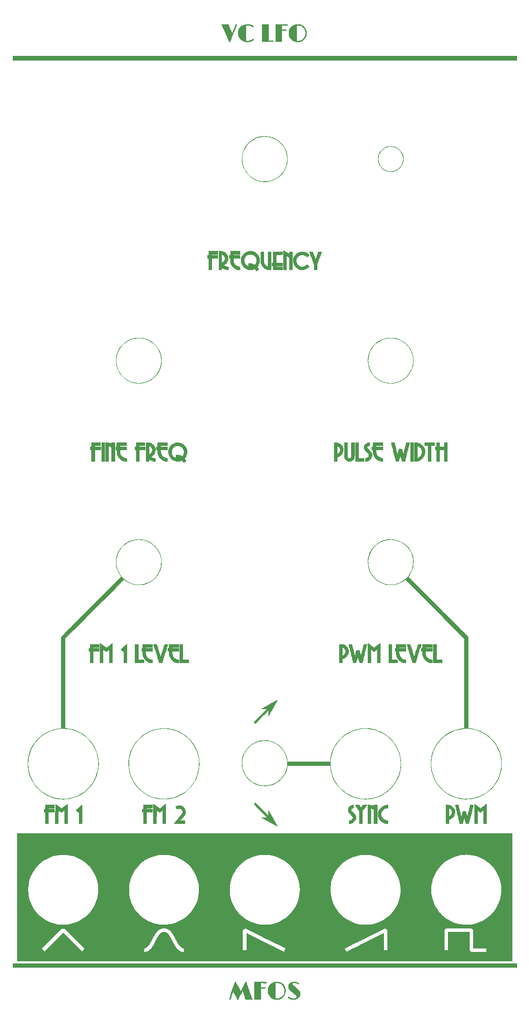
<source format=gbr>
%TF.GenerationSoftware,KiCad,Pcbnew,5.1.8-db9833491~88~ubuntu20.04.1*%
%TF.CreationDate,2020-11-30T22:13:06-05:00*%
%TF.ProjectId,mfos_vclfo_sync-panel,6d666f73-5f76-4636-9c66-6f5f73796e63,rev?*%
%TF.SameCoordinates,Original*%
%TF.FileFunction,Legend,Top*%
%TF.FilePolarity,Positive*%
%FSLAX46Y46*%
G04 Gerber Fmt 4.6, Leading zero omitted, Abs format (unit mm)*
G04 Created by KiCad (PCBNEW 5.1.8-db9833491~88~ubuntu20.04.1) date 2020-11-30 22:13:06*
%MOMM*%
%LPD*%
G01*
G04 APERTURE LIST*
%ADD10C,0.010000*%
G04 APERTURE END LIST*
D10*
%TO.C,G\u002A\u002A\u002A*%
G36*
X69197135Y-173215105D02*
G01*
X69231808Y-173277783D01*
X69284877Y-173376659D01*
X69353966Y-173507222D01*
X69436696Y-173664961D01*
X69530691Y-173845367D01*
X69633574Y-174043930D01*
X69720967Y-174213375D01*
X70245834Y-175233081D01*
X70758569Y-174207860D01*
X70896691Y-173933201D01*
X71013617Y-173703985D01*
X71109659Y-173519635D01*
X71185130Y-173379570D01*
X71240340Y-173283212D01*
X71275603Y-173229983D01*
X71291230Y-173219304D01*
X71291266Y-173219369D01*
X71302579Y-173248629D01*
X71328726Y-173320961D01*
X71368103Y-173431743D01*
X71419106Y-173576352D01*
X71480129Y-173750167D01*
X71549569Y-173948564D01*
X71625821Y-174166922D01*
X71707280Y-174400618D01*
X71792341Y-174645029D01*
X71879400Y-174895534D01*
X71966853Y-175147510D01*
X72053094Y-175396335D01*
X72136519Y-175637385D01*
X72215524Y-175866040D01*
X72288504Y-176077677D01*
X72353854Y-176267672D01*
X72409970Y-176431405D01*
X72455248Y-176564252D01*
X72488081Y-176661591D01*
X72506867Y-176718800D01*
X72510800Y-176732470D01*
X72486527Y-176736854D01*
X72418215Y-176740784D01*
X72312625Y-176744092D01*
X72176516Y-176746608D01*
X72016650Y-176748162D01*
X71868143Y-176748600D01*
X71225486Y-176748600D01*
X70937183Y-175853250D01*
X70871298Y-175649507D01*
X70809802Y-175460990D01*
X70754521Y-175293180D01*
X70707286Y-175151559D01*
X70669924Y-175041609D01*
X70644266Y-174968810D01*
X70632140Y-174938643D01*
X70631919Y-174938349D01*
X70617017Y-174955107D01*
X70583451Y-175012198D01*
X70534169Y-175103980D01*
X70472118Y-175224813D01*
X70400246Y-175369055D01*
X70321501Y-175531064D01*
X70313399Y-175547949D01*
X70223723Y-175734996D01*
X70131812Y-175926629D01*
X70042778Y-176112189D01*
X69961737Y-176281020D01*
X69893803Y-176422463D01*
X69855472Y-176502202D01*
X69699106Y-176827305D01*
X69222012Y-175975152D01*
X69115469Y-175785558D01*
X69016406Y-175610629D01*
X68927598Y-175455165D01*
X68851820Y-175323961D01*
X68791845Y-175221817D01*
X68750449Y-175153529D01*
X68730405Y-175123895D01*
X68729209Y-175123029D01*
X68717164Y-175146093D01*
X68692228Y-175210635D01*
X68656857Y-175309706D01*
X68613505Y-175436357D01*
X68564629Y-175583639D01*
X68543010Y-175650079D01*
X68458110Y-175912161D01*
X68387004Y-176129975D01*
X68327935Y-176307616D01*
X68279146Y-176449176D01*
X68238878Y-176558749D01*
X68205374Y-176640428D01*
X68176876Y-176698308D01*
X68151627Y-176736481D01*
X68127868Y-176759040D01*
X68103843Y-176770080D01*
X68077792Y-176773693D01*
X68060400Y-176774000D01*
X68015811Y-176753030D01*
X67986172Y-176713120D01*
X67976551Y-176678936D01*
X67979727Y-176636026D01*
X67998454Y-176574432D01*
X68035490Y-176484194D01*
X68072273Y-176401970D01*
X68100935Y-176332414D01*
X68143633Y-176219697D01*
X68198575Y-176068929D01*
X68263973Y-175885222D01*
X68338034Y-175673686D01*
X68418970Y-175439431D01*
X68504990Y-175187568D01*
X68594304Y-174923209D01*
X68678242Y-174672150D01*
X68765656Y-174409969D01*
X68848517Y-174162642D01*
X68925419Y-173934291D01*
X68994955Y-173729034D01*
X69055720Y-173550992D01*
X69106305Y-173404284D01*
X69145304Y-173293032D01*
X69171311Y-173221354D01*
X69182918Y-173193371D01*
X69183235Y-173193134D01*
X69197135Y-173215105D01*
G37*
X69197135Y-173215105D02*
X69231808Y-173277783D01*
X69284877Y-173376659D01*
X69353966Y-173507222D01*
X69436696Y-173664961D01*
X69530691Y-173845367D01*
X69633574Y-174043930D01*
X69720967Y-174213375D01*
X70245834Y-175233081D01*
X70758569Y-174207860D01*
X70896691Y-173933201D01*
X71013617Y-173703985D01*
X71109659Y-173519635D01*
X71185130Y-173379570D01*
X71240340Y-173283212D01*
X71275603Y-173229983D01*
X71291230Y-173219304D01*
X71291266Y-173219369D01*
X71302579Y-173248629D01*
X71328726Y-173320961D01*
X71368103Y-173431743D01*
X71419106Y-173576352D01*
X71480129Y-173750167D01*
X71549569Y-173948564D01*
X71625821Y-174166922D01*
X71707280Y-174400618D01*
X71792341Y-174645029D01*
X71879400Y-174895534D01*
X71966853Y-175147510D01*
X72053094Y-175396335D01*
X72136519Y-175637385D01*
X72215524Y-175866040D01*
X72288504Y-176077677D01*
X72353854Y-176267672D01*
X72409970Y-176431405D01*
X72455248Y-176564252D01*
X72488081Y-176661591D01*
X72506867Y-176718800D01*
X72510800Y-176732470D01*
X72486527Y-176736854D01*
X72418215Y-176740784D01*
X72312625Y-176744092D01*
X72176516Y-176746608D01*
X72016650Y-176748162D01*
X71868143Y-176748600D01*
X71225486Y-176748600D01*
X70937183Y-175853250D01*
X70871298Y-175649507D01*
X70809802Y-175460990D01*
X70754521Y-175293180D01*
X70707286Y-175151559D01*
X70669924Y-175041609D01*
X70644266Y-174968810D01*
X70632140Y-174938643D01*
X70631919Y-174938349D01*
X70617017Y-174955107D01*
X70583451Y-175012198D01*
X70534169Y-175103980D01*
X70472118Y-175224813D01*
X70400246Y-175369055D01*
X70321501Y-175531064D01*
X70313399Y-175547949D01*
X70223723Y-175734996D01*
X70131812Y-175926629D01*
X70042778Y-176112189D01*
X69961737Y-176281020D01*
X69893803Y-176422463D01*
X69855472Y-176502202D01*
X69699106Y-176827305D01*
X69222012Y-175975152D01*
X69115469Y-175785558D01*
X69016406Y-175610629D01*
X68927598Y-175455165D01*
X68851820Y-175323961D01*
X68791845Y-175221817D01*
X68750449Y-175153529D01*
X68730405Y-175123895D01*
X68729209Y-175123029D01*
X68717164Y-175146093D01*
X68692228Y-175210635D01*
X68656857Y-175309706D01*
X68613505Y-175436357D01*
X68564629Y-175583639D01*
X68543010Y-175650079D01*
X68458110Y-175912161D01*
X68387004Y-176129975D01*
X68327935Y-176307616D01*
X68279146Y-176449176D01*
X68238878Y-176558749D01*
X68205374Y-176640428D01*
X68176876Y-176698308D01*
X68151627Y-176736481D01*
X68127868Y-176759040D01*
X68103843Y-176770080D01*
X68077792Y-176773693D01*
X68060400Y-176774000D01*
X68015811Y-176753030D01*
X67986172Y-176713120D01*
X67976551Y-176678936D01*
X67979727Y-176636026D01*
X67998454Y-176574432D01*
X68035490Y-176484194D01*
X68072273Y-176401970D01*
X68100935Y-176332414D01*
X68143633Y-176219697D01*
X68198575Y-176068929D01*
X68263973Y-175885222D01*
X68338034Y-175673686D01*
X68418970Y-175439431D01*
X68504990Y-175187568D01*
X68594304Y-174923209D01*
X68678242Y-174672150D01*
X68765656Y-174409969D01*
X68848517Y-174162642D01*
X68925419Y-173934291D01*
X68994955Y-173729034D01*
X69055720Y-173550992D01*
X69106305Y-173404284D01*
X69145304Y-173293032D01*
X69171311Y-173221354D01*
X69182918Y-173193371D01*
X69183235Y-173193134D01*
X69197135Y-173215105D01*
G36*
X77639759Y-173308203D02*
G01*
X77856816Y-173340706D01*
X78021989Y-173384277D01*
X78229401Y-173471853D01*
X78430709Y-173588853D01*
X78609749Y-173724857D01*
X78721584Y-173835203D01*
X78817842Y-173963929D01*
X78913006Y-174125488D01*
X78998526Y-174302463D01*
X79065850Y-174477437D01*
X79102123Y-174610310D01*
X79142026Y-174916643D01*
X79136251Y-175213066D01*
X79087131Y-175495617D01*
X78996996Y-175760328D01*
X78868178Y-176003236D01*
X78703007Y-176220374D01*
X78503816Y-176407779D01*
X78272935Y-176561485D01*
X78012695Y-176677526D01*
X77859786Y-176723383D01*
X77669701Y-176757282D01*
X77455093Y-176772678D01*
X77235623Y-176769561D01*
X77030952Y-176747922D01*
X76914666Y-176723790D01*
X76637897Y-176625983D01*
X76387539Y-176486231D01*
X76166878Y-176307820D01*
X75979196Y-176094035D01*
X75827778Y-175848164D01*
X75715909Y-175573490D01*
X75695407Y-175504000D01*
X75672966Y-175400751D01*
X75658736Y-175279109D01*
X75651666Y-175127187D01*
X75650414Y-174996000D01*
X75651649Y-174848513D01*
X75656241Y-174737506D01*
X75665990Y-174648683D01*
X75682698Y-174567747D01*
X75708165Y-174480402D01*
X75719885Y-174444451D01*
X75810661Y-174230259D01*
X75936048Y-174019549D01*
X76084454Y-173830091D01*
X76188490Y-173726115D01*
X76326562Y-173621469D01*
X76497445Y-173519825D01*
X76596487Y-173472000D01*
X77159000Y-173472000D01*
X77159000Y-176593416D01*
X77279650Y-176601158D01*
X77508543Y-176598739D01*
X77743576Y-176565915D01*
X77960723Y-176506261D01*
X77989593Y-176495482D01*
X78233784Y-176374500D01*
X78447006Y-176214966D01*
X78626414Y-176020635D01*
X78769160Y-175795261D01*
X78872397Y-175542600D01*
X78933280Y-175266405D01*
X78935723Y-175247571D01*
X78948584Y-174962999D01*
X78917125Y-174689494D01*
X78843822Y-174431969D01*
X78731153Y-174195334D01*
X78581596Y-173984502D01*
X78397626Y-173804384D01*
X78181721Y-173659891D01*
X78118885Y-173627915D01*
X77955937Y-173557088D01*
X77807382Y-173510362D01*
X77654276Y-173483634D01*
X77477673Y-173472802D01*
X77399049Y-173472000D01*
X77159000Y-173472000D01*
X76596487Y-173472000D01*
X76683486Y-173429991D01*
X76867028Y-173360774D01*
X76983402Y-173329552D01*
X77184627Y-173301655D01*
X77409554Y-173294862D01*
X77639759Y-173308203D01*
G37*
X77639759Y-173308203D02*
X77856816Y-173340706D01*
X78021989Y-173384277D01*
X78229401Y-173471853D01*
X78430709Y-173588853D01*
X78609749Y-173724857D01*
X78721584Y-173835203D01*
X78817842Y-173963929D01*
X78913006Y-174125488D01*
X78998526Y-174302463D01*
X79065850Y-174477437D01*
X79102123Y-174610310D01*
X79142026Y-174916643D01*
X79136251Y-175213066D01*
X79087131Y-175495617D01*
X78996996Y-175760328D01*
X78868178Y-176003236D01*
X78703007Y-176220374D01*
X78503816Y-176407779D01*
X78272935Y-176561485D01*
X78012695Y-176677526D01*
X77859786Y-176723383D01*
X77669701Y-176757282D01*
X77455093Y-176772678D01*
X77235623Y-176769561D01*
X77030952Y-176747922D01*
X76914666Y-176723790D01*
X76637897Y-176625983D01*
X76387539Y-176486231D01*
X76166878Y-176307820D01*
X75979196Y-176094035D01*
X75827778Y-175848164D01*
X75715909Y-175573490D01*
X75695407Y-175504000D01*
X75672966Y-175400751D01*
X75658736Y-175279109D01*
X75651666Y-175127187D01*
X75650414Y-174996000D01*
X75651649Y-174848513D01*
X75656241Y-174737506D01*
X75665990Y-174648683D01*
X75682698Y-174567747D01*
X75708165Y-174480402D01*
X75719885Y-174444451D01*
X75810661Y-174230259D01*
X75936048Y-174019549D01*
X76084454Y-173830091D01*
X76188490Y-173726115D01*
X76326562Y-173621469D01*
X76497445Y-173519825D01*
X76596487Y-173472000D01*
X77159000Y-173472000D01*
X77159000Y-176593416D01*
X77279650Y-176601158D01*
X77508543Y-176598739D01*
X77743576Y-176565915D01*
X77960723Y-176506261D01*
X77989593Y-176495482D01*
X78233784Y-176374500D01*
X78447006Y-176214966D01*
X78626414Y-176020635D01*
X78769160Y-175795261D01*
X78872397Y-175542600D01*
X78933280Y-175266405D01*
X78935723Y-175247571D01*
X78948584Y-174962999D01*
X78917125Y-174689494D01*
X78843822Y-174431969D01*
X78731153Y-174195334D01*
X78581596Y-173984502D01*
X78397626Y-173804384D01*
X78181721Y-173659891D01*
X78118885Y-173627915D01*
X77955937Y-173557088D01*
X77807382Y-173510362D01*
X77654276Y-173483634D01*
X77477673Y-173472802D01*
X77399049Y-173472000D01*
X77159000Y-173472000D01*
X76596487Y-173472000D01*
X76683486Y-173429991D01*
X76867028Y-173360774D01*
X76983402Y-173329552D01*
X77184627Y-173301655D01*
X77409554Y-173294862D01*
X77639759Y-173308203D01*
G36*
X81125945Y-173310109D02*
G01*
X81353234Y-173357171D01*
X81557307Y-173437747D01*
X81585434Y-173452292D01*
X81699689Y-173525702D01*
X81764156Y-173597409D01*
X81778431Y-173666904D01*
X81773015Y-173686856D01*
X81739700Y-173731670D01*
X81685615Y-173738417D01*
X81606173Y-173706761D01*
X81546011Y-173670239D01*
X81404360Y-173585679D01*
X81273521Y-173530068D01*
X81134052Y-173497270D01*
X80966511Y-173481146D01*
X80943600Y-173480040D01*
X80799264Y-173477692D01*
X80695591Y-173487540D01*
X80623286Y-173512571D01*
X80573054Y-173555769D01*
X80540542Y-173609475D01*
X80521173Y-173663069D01*
X80517345Y-173717243D01*
X80532027Y-173775705D01*
X80568189Y-173842162D01*
X80628800Y-173920319D01*
X80716829Y-174013885D01*
X80835244Y-174126566D01*
X80987016Y-174262070D01*
X81175112Y-174424102D01*
X81231221Y-174471785D01*
X81472238Y-174686421D01*
X81668571Y-174884895D01*
X81822310Y-175070856D01*
X81935548Y-175247958D01*
X82010376Y-175419849D01*
X82048886Y-175590183D01*
X82053170Y-175762609D01*
X82038098Y-175880233D01*
X81973663Y-176097953D01*
X81866403Y-176289714D01*
X81718196Y-176453687D01*
X81530923Y-176588038D01*
X81306461Y-176690938D01*
X81160513Y-176735350D01*
X81058274Y-176752907D01*
X80921480Y-176764772D01*
X80766080Y-176770742D01*
X80608024Y-176770612D01*
X80463258Y-176764180D01*
X80347732Y-176751240D01*
X80321300Y-176746089D01*
X80165210Y-176703191D01*
X80014345Y-176647513D01*
X79877337Y-176583641D01*
X79762824Y-176516161D01*
X79679441Y-176449659D01*
X79635821Y-176388721D01*
X79633334Y-176380714D01*
X79634832Y-176307958D01*
X79672899Y-176256881D01*
X79728599Y-176240600D01*
X79773324Y-176255286D01*
X79841686Y-176293591D01*
X79910936Y-176341436D01*
X80007465Y-176404778D01*
X80124611Y-176468412D01*
X80220996Y-176511861D01*
X80300033Y-176541198D01*
X80369985Y-176561012D01*
X80444342Y-176573182D01*
X80536595Y-176579588D01*
X80660236Y-176582112D01*
X80727700Y-176582475D01*
X80867640Y-176582028D01*
X80968002Y-176578717D01*
X81039990Y-176571112D01*
X81094804Y-176557780D01*
X81143648Y-176537290D01*
X81164171Y-176526690D01*
X81268220Y-176456283D01*
X81327894Y-176376149D01*
X81349617Y-176277039D01*
X81350000Y-176259086D01*
X81346101Y-176200189D01*
X81332000Y-176143312D01*
X81304092Y-176084571D01*
X81258770Y-176020079D01*
X81192428Y-175945951D01*
X81101462Y-175858304D01*
X80982263Y-175753251D01*
X80831228Y-175626907D01*
X80644749Y-175475388D01*
X80557840Y-175405590D01*
X80363500Y-175246653D01*
X80206027Y-175109884D01*
X80079890Y-174989465D01*
X79979559Y-174879579D01*
X79899506Y-174774405D01*
X79834200Y-174668128D01*
X79806460Y-174615000D01*
X79774486Y-174545470D01*
X79754115Y-174482515D01*
X79742799Y-174411188D01*
X79737984Y-174316544D01*
X79737100Y-174208600D01*
X79738541Y-174081943D01*
X79744414Y-173991695D01*
X79757039Y-173923509D01*
X79778740Y-173863037D01*
X79800287Y-173818175D01*
X79911961Y-173654219D01*
X80063055Y-173518480D01*
X80249469Y-173412973D01*
X80467102Y-173339709D01*
X80711854Y-173300705D01*
X80866386Y-173294575D01*
X81125945Y-173310109D01*
G37*
X81125945Y-173310109D02*
X81353234Y-173357171D01*
X81557307Y-173437747D01*
X81585434Y-173452292D01*
X81699689Y-173525702D01*
X81764156Y-173597409D01*
X81778431Y-173666904D01*
X81773015Y-173686856D01*
X81739700Y-173731670D01*
X81685615Y-173738417D01*
X81606173Y-173706761D01*
X81546011Y-173670239D01*
X81404360Y-173585679D01*
X81273521Y-173530068D01*
X81134052Y-173497270D01*
X80966511Y-173481146D01*
X80943600Y-173480040D01*
X80799264Y-173477692D01*
X80695591Y-173487540D01*
X80623286Y-173512571D01*
X80573054Y-173555769D01*
X80540542Y-173609475D01*
X80521173Y-173663069D01*
X80517345Y-173717243D01*
X80532027Y-173775705D01*
X80568189Y-173842162D01*
X80628800Y-173920319D01*
X80716829Y-174013885D01*
X80835244Y-174126566D01*
X80987016Y-174262070D01*
X81175112Y-174424102D01*
X81231221Y-174471785D01*
X81472238Y-174686421D01*
X81668571Y-174884895D01*
X81822310Y-175070856D01*
X81935548Y-175247958D01*
X82010376Y-175419849D01*
X82048886Y-175590183D01*
X82053170Y-175762609D01*
X82038098Y-175880233D01*
X81973663Y-176097953D01*
X81866403Y-176289714D01*
X81718196Y-176453687D01*
X81530923Y-176588038D01*
X81306461Y-176690938D01*
X81160513Y-176735350D01*
X81058274Y-176752907D01*
X80921480Y-176764772D01*
X80766080Y-176770742D01*
X80608024Y-176770612D01*
X80463258Y-176764180D01*
X80347732Y-176751240D01*
X80321300Y-176746089D01*
X80165210Y-176703191D01*
X80014345Y-176647513D01*
X79877337Y-176583641D01*
X79762824Y-176516161D01*
X79679441Y-176449659D01*
X79635821Y-176388721D01*
X79633334Y-176380714D01*
X79634832Y-176307958D01*
X79672899Y-176256881D01*
X79728599Y-176240600D01*
X79773324Y-176255286D01*
X79841686Y-176293591D01*
X79910936Y-176341436D01*
X80007465Y-176404778D01*
X80124611Y-176468412D01*
X80220996Y-176511861D01*
X80300033Y-176541198D01*
X80369985Y-176561012D01*
X80444342Y-176573182D01*
X80536595Y-176579588D01*
X80660236Y-176582112D01*
X80727700Y-176582475D01*
X80867640Y-176582028D01*
X80968002Y-176578717D01*
X81039990Y-176571112D01*
X81094804Y-176557780D01*
X81143648Y-176537290D01*
X81164171Y-176526690D01*
X81268220Y-176456283D01*
X81327894Y-176376149D01*
X81349617Y-176277039D01*
X81350000Y-176259086D01*
X81346101Y-176200189D01*
X81332000Y-176143312D01*
X81304092Y-176084571D01*
X81258770Y-176020079D01*
X81192428Y-175945951D01*
X81101462Y-175858304D01*
X80982263Y-175753251D01*
X80831228Y-175626907D01*
X80644749Y-175475388D01*
X80557840Y-175405590D01*
X80363500Y-175246653D01*
X80206027Y-175109884D01*
X80079890Y-174989465D01*
X79979559Y-174879579D01*
X79899506Y-174774405D01*
X79834200Y-174668128D01*
X79806460Y-174615000D01*
X79774486Y-174545470D01*
X79754115Y-174482515D01*
X79742799Y-174411188D01*
X79737984Y-174316544D01*
X79737100Y-174208600D01*
X79738541Y-174081943D01*
X79744414Y-173991695D01*
X79757039Y-173923509D01*
X79778740Y-173863037D01*
X79800287Y-173818175D01*
X79911961Y-173654219D01*
X80063055Y-173518480D01*
X80249469Y-173412973D01*
X80467102Y-173339709D01*
X80711854Y-173300705D01*
X80866386Y-173294575D01*
X81125945Y-173310109D01*
G36*
X74733983Y-173324755D02*
G01*
X74954335Y-173326588D01*
X75124635Y-173329949D01*
X75244679Y-173334835D01*
X75314265Y-173341243D01*
X75331379Y-173345631D01*
X75373667Y-173390778D01*
X75374039Y-173447740D01*
X75333231Y-173500736D01*
X75323850Y-173507212D01*
X75269444Y-173528795D01*
X75195794Y-173529823D01*
X75139700Y-173522011D01*
X75068496Y-173514189D01*
X74959447Y-173507413D01*
X74825504Y-173502264D01*
X74679617Y-173499324D01*
X74625350Y-173498914D01*
X74238000Y-173497400D01*
X74238000Y-174361000D01*
X74666689Y-174361000D01*
X74828305Y-174361676D01*
X74946469Y-174364133D01*
X75028515Y-174369008D01*
X75081780Y-174376939D01*
X75113598Y-174388566D01*
X75128766Y-174401229D01*
X75148429Y-174450103D01*
X75135489Y-174483779D01*
X75119410Y-174499548D01*
X75089090Y-174511255D01*
X75037271Y-174519674D01*
X74956696Y-174525578D01*
X74840105Y-174529742D01*
X74680240Y-174532940D01*
X74673412Y-174533049D01*
X74238000Y-174539999D01*
X74238000Y-176748600D01*
X73627602Y-176748600D01*
X73424146Y-176747953D01*
X73266821Y-176745855D01*
X73150973Y-176742068D01*
X73071947Y-176736355D01*
X73025089Y-176728478D01*
X73005745Y-176718200D01*
X73005073Y-176716850D01*
X73003091Y-176686604D01*
X73001406Y-176609851D01*
X73000030Y-176490882D01*
X72998979Y-176333991D01*
X72998266Y-176143469D01*
X72997905Y-175923608D01*
X72997909Y-175678700D01*
X72998294Y-175413038D01*
X72999073Y-175130913D01*
X72999520Y-175008700D01*
X73006100Y-173332300D01*
X74143929Y-173325687D01*
X74463780Y-173324453D01*
X74733983Y-173324755D01*
G37*
X74733983Y-173324755D02*
X74954335Y-173326588D01*
X75124635Y-173329949D01*
X75244679Y-173334835D01*
X75314265Y-173341243D01*
X75331379Y-173345631D01*
X75373667Y-173390778D01*
X75374039Y-173447740D01*
X75333231Y-173500736D01*
X75323850Y-173507212D01*
X75269444Y-173528795D01*
X75195794Y-173529823D01*
X75139700Y-173522011D01*
X75068496Y-173514189D01*
X74959447Y-173507413D01*
X74825504Y-173502264D01*
X74679617Y-173499324D01*
X74625350Y-173498914D01*
X74238000Y-173497400D01*
X74238000Y-174361000D01*
X74666689Y-174361000D01*
X74828305Y-174361676D01*
X74946469Y-174364133D01*
X75028515Y-174369008D01*
X75081780Y-174376939D01*
X75113598Y-174388566D01*
X75128766Y-174401229D01*
X75148429Y-174450103D01*
X75135489Y-174483779D01*
X75119410Y-174499548D01*
X75089090Y-174511255D01*
X75037271Y-174519674D01*
X74956696Y-174525578D01*
X74840105Y-174529742D01*
X74680240Y-174532940D01*
X74673412Y-174533049D01*
X74238000Y-174539999D01*
X74238000Y-176748600D01*
X73627602Y-176748600D01*
X73424146Y-176747953D01*
X73266821Y-176745855D01*
X73150973Y-176742068D01*
X73071947Y-176736355D01*
X73025089Y-176728478D01*
X73005745Y-176718200D01*
X73005073Y-176716850D01*
X73003091Y-176686604D01*
X73001406Y-176609851D01*
X73000030Y-176490882D01*
X72998979Y-176333991D01*
X72998266Y-176143469D01*
X72997905Y-175923608D01*
X72997909Y-175678700D01*
X72998294Y-175413038D01*
X72999073Y-175130913D01*
X72999520Y-175008700D01*
X73006100Y-173332300D01*
X74143929Y-173325687D01*
X74463780Y-173324453D01*
X74733983Y-173324755D01*
G36*
X125012600Y-170398600D02*
G01*
X25012800Y-170398600D01*
X25012800Y-169611200D01*
X125012600Y-169611200D01*
X125012600Y-170398600D01*
G37*
X125012600Y-170398600D02*
X25012800Y-170398600D01*
X25012800Y-169611200D01*
X125012600Y-169611200D01*
X125012600Y-170398600D01*
G36*
X124149050Y-169128600D02*
G01*
X25876349Y-169128600D01*
X25877220Y-167401400D01*
X51021110Y-167401400D01*
X51078905Y-167400513D01*
X51131681Y-167395641D01*
X51216851Y-167383628D01*
X51316932Y-167366967D01*
X51327200Y-167365121D01*
X51594797Y-167294931D01*
X51847732Y-167183099D01*
X52088090Y-167027951D01*
X52317960Y-166827814D01*
X52539426Y-166581017D01*
X52754576Y-166285884D01*
X52840730Y-166151676D01*
X52889356Y-166069260D01*
X52956653Y-165949359D01*
X53038383Y-165799830D01*
X53130308Y-165628529D01*
X53228189Y-165443313D01*
X53327789Y-165252039D01*
X53365464Y-165178900D01*
X53541637Y-164842170D01*
X53702259Y-164549825D01*
X53849928Y-164298803D01*
X53987242Y-164086041D01*
X54116799Y-163908476D01*
X54241196Y-163763046D01*
X54363030Y-163646688D01*
X54484900Y-163556340D01*
X54609403Y-163488938D01*
X54739137Y-163441421D01*
X54863300Y-163412989D01*
X55066934Y-163399075D01*
X55261797Y-163431067D01*
X55451448Y-163510275D01*
X55639448Y-163638006D01*
X55755540Y-163740984D01*
X55845453Y-163833529D01*
X55933964Y-163937822D01*
X56024130Y-164058710D01*
X56119006Y-164201040D01*
X56221651Y-164369662D01*
X56335121Y-164569422D01*
X56462472Y-164805168D01*
X56606762Y-165081748D01*
X56632370Y-165131566D01*
X56781853Y-165420687D01*
X56913080Y-165669084D01*
X57029316Y-165882053D01*
X57133829Y-166064885D01*
X57229883Y-166222875D01*
X57320745Y-166361314D01*
X57409681Y-166485497D01*
X57499957Y-166600715D01*
X57594839Y-166712264D01*
X57636463Y-166758866D01*
X57837625Y-166951005D01*
X58063589Y-167113506D01*
X58305380Y-167241799D01*
X58554022Y-167331313D01*
X58800543Y-167377478D01*
X58859220Y-167381638D01*
X59010700Y-167388700D01*
X59017708Y-167001999D01*
X59017864Y-166995000D01*
X70605492Y-166995000D01*
X71418600Y-166995000D01*
X71418600Y-163642165D01*
X75120650Y-165494979D01*
X75527108Y-165698394D01*
X75921156Y-165895579D01*
X76300408Y-166085339D01*
X76662475Y-166266482D01*
X77004971Y-166437814D01*
X77325509Y-166598140D01*
X77621701Y-166746267D01*
X77891161Y-166881003D01*
X78131501Y-167001152D01*
X78340334Y-167105521D01*
X78515273Y-167192917D01*
X78653931Y-167262147D01*
X78753920Y-167312015D01*
X78812854Y-167341330D01*
X78828880Y-167349196D01*
X78841733Y-167328228D01*
X78873194Y-167269427D01*
X78919276Y-167180454D01*
X78975991Y-167068974D01*
X79013170Y-166995059D01*
X79188883Y-166644300D01*
X90859768Y-166644300D01*
X90867249Y-166670203D01*
X90892945Y-166731659D01*
X90932223Y-166819006D01*
X90980449Y-166922582D01*
X91032992Y-167032725D01*
X91085218Y-167139773D01*
X91132493Y-167234064D01*
X91170185Y-167305936D01*
X91193661Y-167345728D01*
X91198448Y-167350600D01*
X91221525Y-167339435D01*
X91287649Y-167306735D01*
X91394434Y-167253691D01*
X91539493Y-167181493D01*
X91720440Y-167091333D01*
X91934889Y-166984401D01*
X92180454Y-166861888D01*
X92454749Y-166724986D01*
X92755388Y-166574885D01*
X93079984Y-166412776D01*
X93426151Y-166239850D01*
X93791503Y-166057298D01*
X94173654Y-165866311D01*
X94570217Y-165668079D01*
X94913634Y-165496382D01*
X98622000Y-163642165D01*
X98622000Y-166995000D01*
X99409400Y-166995000D01*
X99409124Y-164994750D01*
X99408849Y-162994500D01*
X99406900Y-162993308D01*
X110610800Y-162993308D01*
X110610800Y-166995000D01*
X111397859Y-166995000D01*
X111404379Y-165197950D01*
X111410900Y-163400900D01*
X115614600Y-163387906D01*
X115614600Y-167006576D01*
X116007108Y-167401400D01*
X119018200Y-167401400D01*
X119018200Y-166614461D01*
X117716450Y-166607880D01*
X116414700Y-166601300D01*
X116408177Y-164798288D01*
X116401655Y-162995277D01*
X116205573Y-162798038D01*
X116009491Y-162600800D01*
X111005623Y-162600800D01*
X110808211Y-162797054D01*
X110610800Y-162993308D01*
X99406900Y-162993308D01*
X99123374Y-162819961D01*
X98837900Y-162645423D01*
X94854521Y-164636061D01*
X94432478Y-164847038D01*
X94022720Y-165052005D01*
X93627553Y-165249803D01*
X93249285Y-165439271D01*
X92890222Y-165619250D01*
X92552672Y-165788580D01*
X92238941Y-165946101D01*
X91951337Y-166090654D01*
X91692167Y-166221078D01*
X91463737Y-166336214D01*
X91268355Y-166434903D01*
X91108328Y-166515983D01*
X90985963Y-166578297D01*
X90903567Y-166620682D01*
X90863446Y-166641981D01*
X90859768Y-166644300D01*
X79188883Y-166644300D01*
X79191279Y-166639518D01*
X75194056Y-164640954D01*
X71196832Y-162642391D01*
X70907666Y-162820117D01*
X70618500Y-162997842D01*
X70605492Y-166995000D01*
X59017864Y-166995000D01*
X59021030Y-166853101D01*
X59022129Y-166747062D01*
X59017108Y-166675969D01*
X59002067Y-166631907D01*
X58973109Y-166606963D01*
X58926336Y-166593224D01*
X58857850Y-166582775D01*
X58807500Y-166575242D01*
X58633452Y-166523104D01*
X58456676Y-166423507D01*
X58281363Y-166279318D01*
X58122479Y-166106700D01*
X58049158Y-166013237D01*
X57976496Y-165912174D01*
X57901386Y-165798214D01*
X57820719Y-165666057D01*
X57731388Y-165510406D01*
X57630283Y-165325963D01*
X57514298Y-165107429D01*
X57380323Y-164849506D01*
X57347225Y-164785200D01*
X57197548Y-164496481D01*
X57065914Y-164248718D01*
X56949030Y-164036767D01*
X56843601Y-163855481D01*
X56746335Y-163699717D01*
X56653936Y-163564328D01*
X56563111Y-163444170D01*
X56470567Y-163334098D01*
X56373008Y-163228966D01*
X56310691Y-163166113D01*
X56070982Y-162959891D01*
X55816911Y-162801489D01*
X55545305Y-162689173D01*
X55341256Y-162636690D01*
X55050063Y-162603819D01*
X54763444Y-162620817D01*
X54484293Y-162686780D01*
X54215504Y-162800806D01*
X53959972Y-162961989D01*
X53761142Y-163129873D01*
X53652254Y-163236819D01*
X53552253Y-163343247D01*
X53457833Y-163454231D01*
X53365691Y-163574843D01*
X53272520Y-163710158D01*
X53175018Y-163865250D01*
X53069879Y-164045192D01*
X52953798Y-164255057D01*
X52823472Y-164499921D01*
X52675595Y-164784855D01*
X52647075Y-164840370D01*
X52547126Y-165032811D01*
X52445724Y-165223787D01*
X52347427Y-165405023D01*
X52256792Y-165568239D01*
X52178375Y-165705160D01*
X52116733Y-165807508D01*
X52101711Y-165830970D01*
X51922551Y-166078260D01*
X51740243Y-166277870D01*
X51555733Y-166429035D01*
X51369964Y-166530992D01*
X51183881Y-166582978D01*
X51169011Y-166584955D01*
X51035100Y-166601300D01*
X51021110Y-167401400D01*
X25877220Y-167401400D01*
X25877567Y-166715226D01*
X30740994Y-166715226D01*
X31298844Y-167274812D01*
X33153229Y-165420427D01*
X35007613Y-163566042D01*
X38728723Y-167286894D01*
X39014410Y-167001206D01*
X39300098Y-166715519D01*
X37306359Y-164721659D01*
X35312621Y-162727800D01*
X34728178Y-162727800D01*
X30740994Y-166715226D01*
X25877567Y-166715226D01*
X25882724Y-156498450D01*
X25883532Y-154897521D01*
X28039519Y-154897521D01*
X28041621Y-155127255D01*
X28047693Y-155358002D01*
X28057485Y-155578219D01*
X28070742Y-155776362D01*
X28087214Y-155940889D01*
X28096219Y-156004730D01*
X28217116Y-156607334D01*
X28382427Y-157187506D01*
X28591498Y-157743876D01*
X28843675Y-158275072D01*
X29138308Y-158779726D01*
X29474741Y-159256465D01*
X29852322Y-159703918D01*
X29865226Y-159717900D01*
X30293397Y-160144001D01*
X30749967Y-160528547D01*
X31232964Y-160870566D01*
X31740416Y-161169091D01*
X32270350Y-161423150D01*
X32820793Y-161631776D01*
X33389773Y-161793998D01*
X33975316Y-161908846D01*
X34436200Y-161964384D01*
X34640980Y-161976377D01*
X34880908Y-161980490D01*
X35141027Y-161977207D01*
X35406378Y-161967012D01*
X35662003Y-161950387D01*
X35892942Y-161927817D01*
X35998300Y-161913892D01*
X36586455Y-161801692D01*
X37161326Y-161641064D01*
X37719864Y-161433337D01*
X38259022Y-161179836D01*
X38775752Y-160881891D01*
X39267008Y-160540828D01*
X39414600Y-160425789D01*
X39551031Y-160310105D01*
X39709142Y-160165602D01*
X39878440Y-160002773D01*
X40048431Y-159832113D01*
X40208622Y-159664114D01*
X40348518Y-159509270D01*
X40439989Y-159400400D01*
X40797105Y-158914530D01*
X41109287Y-158405122D01*
X41376226Y-157872915D01*
X41597612Y-157318647D01*
X41773135Y-156743057D01*
X41902486Y-156146882D01*
X41957642Y-155780900D01*
X41970524Y-155642156D01*
X41979920Y-155464710D01*
X41985833Y-155260538D01*
X41988262Y-155041619D01*
X41987208Y-154819930D01*
X41986034Y-154764900D01*
X48033994Y-154764900D01*
X48037140Y-155353789D01*
X48089579Y-155934782D01*
X48190088Y-156505367D01*
X48337444Y-157063035D01*
X48530426Y-157605273D01*
X48767813Y-158129573D01*
X49048382Y-158633423D01*
X49370911Y-159114313D01*
X49734179Y-159569731D01*
X50136963Y-159997168D01*
X50578041Y-160394112D01*
X50894124Y-160641566D01*
X51368653Y-160961241D01*
X51870448Y-161239840D01*
X52395304Y-161476170D01*
X52939017Y-161669034D01*
X53497384Y-161817238D01*
X54066201Y-161919585D01*
X54641263Y-161974881D01*
X55218368Y-161981930D01*
X55544872Y-161964041D01*
X56144555Y-161891718D01*
X56726960Y-161771764D01*
X57290956Y-161604714D01*
X57835415Y-161391103D01*
X58359205Y-161131465D01*
X58861195Y-160826335D01*
X59340257Y-160476248D01*
X59795258Y-160081739D01*
X60045484Y-159835057D01*
X60440696Y-159391389D01*
X60792908Y-158921025D01*
X61101570Y-158425167D01*
X61366137Y-157905017D01*
X61586060Y-157361776D01*
X61760792Y-156796647D01*
X61889786Y-156210832D01*
X61972495Y-155605532D01*
X61972729Y-155603100D01*
X61984291Y-155428838D01*
X61989967Y-155218591D01*
X61990103Y-154985697D01*
X61985234Y-154752569D01*
X68034002Y-154752569D01*
X68036746Y-155322343D01*
X68085602Y-155889309D01*
X68180228Y-156450391D01*
X68320281Y-157002515D01*
X68505416Y-157542607D01*
X68735292Y-158067591D01*
X69009565Y-158574394D01*
X69327891Y-159059941D01*
X69547742Y-159349600D01*
X69936991Y-159795787D01*
X70359103Y-160205531D01*
X70811186Y-160577058D01*
X71290350Y-160908594D01*
X71793705Y-161198363D01*
X72318358Y-161444592D01*
X72861420Y-161645506D01*
X73419999Y-161799332D01*
X73603000Y-161838611D01*
X73750348Y-161867140D01*
X73885874Y-161890953D01*
X74021789Y-161911766D01*
X74170307Y-161931298D01*
X74343643Y-161951266D01*
X74554009Y-161973387D01*
X74580900Y-161976124D01*
X74675762Y-161981355D01*
X74810282Y-161982828D01*
X74973489Y-161980943D01*
X75154411Y-161976104D01*
X75342077Y-161968711D01*
X75525517Y-161959167D01*
X75693757Y-161947873D01*
X75835828Y-161935231D01*
X75898799Y-161927854D01*
X76487143Y-161825155D01*
X77058902Y-161675531D01*
X77611733Y-161480551D01*
X78143290Y-161241782D01*
X78651229Y-160960791D01*
X79133207Y-160639145D01*
X79586879Y-160278413D01*
X80009900Y-159880162D01*
X80399927Y-159445958D01*
X80754615Y-158977370D01*
X81071620Y-158475965D01*
X81077903Y-158465013D01*
X81348272Y-157942242D01*
X81572165Y-157401255D01*
X81749189Y-156845216D01*
X81878952Y-156277285D01*
X81961060Y-155700625D01*
X81995120Y-155118398D01*
X81987051Y-154790300D01*
X88038274Y-154790300D01*
X88044628Y-155395806D01*
X88099740Y-155987061D01*
X88203572Y-156563952D01*
X88356090Y-157126366D01*
X88557257Y-157674189D01*
X88807037Y-158207309D01*
X89105395Y-158725613D01*
X89445984Y-159220545D01*
X89591751Y-159403034D01*
X89769367Y-159604860D01*
X89969033Y-159816276D01*
X90180950Y-160027531D01*
X90395318Y-160228879D01*
X90602339Y-160410571D01*
X90792212Y-160562857D01*
X90804824Y-160572326D01*
X91306278Y-160916280D01*
X91826212Y-161212923D01*
X92364405Y-161462170D01*
X92920636Y-161663938D01*
X93494685Y-161818142D01*
X94086330Y-161924697D01*
X94443700Y-161965193D01*
X94614040Y-161975356D01*
X94820878Y-161979755D01*
X95050284Y-161978745D01*
X95288326Y-161972682D01*
X95521071Y-161961922D01*
X95734590Y-161946819D01*
X95914949Y-161927731D01*
X95915896Y-161927606D01*
X96494898Y-161826476D01*
X97055252Y-161679796D01*
X97595132Y-161489717D01*
X98112712Y-161258392D01*
X98606167Y-160987972D01*
X99073670Y-160680612D01*
X99513397Y-160338462D01*
X99923522Y-159963675D01*
X100302218Y-159558404D01*
X100647661Y-159124801D01*
X100958025Y-158665018D01*
X101231483Y-158181207D01*
X101466211Y-157675521D01*
X101660383Y-157150113D01*
X101812173Y-156607134D01*
X101919755Y-156048737D01*
X101981304Y-155477074D01*
X101991710Y-155034082D01*
X108028146Y-155034082D01*
X108056230Y-155616715D01*
X108133283Y-156199527D01*
X108259731Y-156779947D01*
X108417226Y-157301380D01*
X108558689Y-157667648D01*
X108735276Y-158049637D01*
X108939961Y-158434720D01*
X109165715Y-158810267D01*
X109405509Y-159163652D01*
X109585410Y-159400400D01*
X109701094Y-159536831D01*
X109845597Y-159694942D01*
X110008426Y-159864240D01*
X110179086Y-160034231D01*
X110347085Y-160194422D01*
X110501929Y-160334318D01*
X110610800Y-160425789D01*
X110939529Y-160671106D01*
X111299360Y-160907489D01*
X111677800Y-161127991D01*
X112062351Y-161325664D01*
X112440520Y-161493559D01*
X112719000Y-161598006D01*
X113291977Y-161767715D01*
X113881350Y-161891991D01*
X114456572Y-161966854D01*
X114613494Y-161976168D01*
X114807559Y-161980128D01*
X115025433Y-161979097D01*
X115253781Y-161973436D01*
X115479269Y-161963505D01*
X115688563Y-161949666D01*
X115868328Y-161932279D01*
X115905692Y-161927606D01*
X116496934Y-161824435D01*
X117071365Y-161673874D01*
X117626923Y-161476988D01*
X118161546Y-161234841D01*
X118673172Y-160948498D01*
X119159739Y-160619022D01*
X119619185Y-160247479D01*
X120049448Y-159834932D01*
X120134484Y-159744719D01*
X120521833Y-159290524D01*
X120864938Y-158811782D01*
X121163974Y-158308128D01*
X121419116Y-157779200D01*
X121630538Y-157224634D01*
X121798414Y-156644066D01*
X121922918Y-156037132D01*
X121928183Y-156005006D01*
X121946408Y-155859829D01*
X121961489Y-155675521D01*
X121973165Y-155463667D01*
X121981179Y-155235853D01*
X121985272Y-155003666D01*
X121985185Y-154778691D01*
X121980659Y-154572516D01*
X121971435Y-154396725D01*
X121965603Y-154329836D01*
X121879402Y-153728285D01*
X121745757Y-153144745D01*
X121564920Y-152579831D01*
X121337141Y-152034158D01*
X121062671Y-151508341D01*
X120741761Y-151002995D01*
X120450271Y-150612000D01*
X120339281Y-150480704D01*
X120199243Y-150326987D01*
X120040194Y-150160883D01*
X119872165Y-149992427D01*
X119705193Y-149831652D01*
X119549311Y-149688594D01*
X119414553Y-149573285D01*
X119399200Y-149560928D01*
X118918590Y-149209259D01*
X118415358Y-148901798D01*
X117892389Y-148639102D01*
X117352568Y-148421731D01*
X116798778Y-148250243D01*
X116233904Y-148125195D01*
X115660831Y-148047147D01*
X115082443Y-148016656D01*
X114501625Y-148034280D01*
X113921261Y-148100578D01*
X113344236Y-148216109D01*
X112973991Y-148317364D01*
X112472699Y-148492878D01*
X111974267Y-148713110D01*
X111489004Y-148972528D01*
X111027217Y-149265600D01*
X110599216Y-149586793D01*
X110581139Y-149601634D01*
X110425677Y-149736373D01*
X110252586Y-149897515D01*
X110072035Y-150074694D01*
X109894194Y-150257546D01*
X109729232Y-150435704D01*
X109587320Y-150598805D01*
X109515075Y-150688200D01*
X109166789Y-151176782D01*
X108864054Y-151686125D01*
X108607298Y-152213655D01*
X108396948Y-152756801D01*
X108233430Y-153312989D01*
X108117173Y-153879647D01*
X108048602Y-154454202D01*
X108028146Y-155034082D01*
X101991710Y-155034082D01*
X101994994Y-154894298D01*
X101991405Y-154764900D01*
X101944528Y-154166264D01*
X101849262Y-153580258D01*
X101706586Y-153009138D01*
X101517479Y-152455161D01*
X101282919Y-151920584D01*
X101003883Y-151407664D01*
X100681349Y-150918658D01*
X100316297Y-150455823D01*
X99955047Y-150066352D01*
X99514458Y-149660341D01*
X99048459Y-149298156D01*
X98556804Y-148979673D01*
X98039247Y-148704769D01*
X97495544Y-148473322D01*
X96925448Y-148285208D01*
X96328715Y-148140304D01*
X95993100Y-148079625D01*
X95838004Y-148060863D01*
X95643030Y-148046668D01*
X95418892Y-148037028D01*
X95176303Y-148031936D01*
X94925978Y-148031381D01*
X94678632Y-148035354D01*
X94444980Y-148043845D01*
X94235735Y-148056845D01*
X94061612Y-148074344D01*
X94011900Y-148081382D01*
X93421168Y-148198123D01*
X92849883Y-148360326D01*
X92300092Y-148566270D01*
X91773840Y-148814231D01*
X91273174Y-149102485D01*
X90800138Y-149429310D01*
X90356779Y-149792984D01*
X89945142Y-150191782D01*
X89567274Y-150623983D01*
X89225220Y-151087862D01*
X88921026Y-151581697D01*
X88656738Y-152103765D01*
X88434402Y-152652343D01*
X88373468Y-152830098D01*
X88249492Y-153247071D01*
X88156270Y-153653769D01*
X88091144Y-154065740D01*
X88051456Y-154498532D01*
X88038274Y-154790300D01*
X81987051Y-154790300D01*
X81980741Y-154533767D01*
X81917528Y-153949893D01*
X81805090Y-153369938D01*
X81741610Y-153122916D01*
X81631961Y-152772996D01*
X81493291Y-152405292D01*
X81332738Y-152035969D01*
X81157442Y-151681189D01*
X80974540Y-151357117D01*
X80929923Y-151285100D01*
X80592972Y-150798952D01*
X80217171Y-150343930D01*
X79805383Y-149922406D01*
X79360476Y-149536757D01*
X78885313Y-149189358D01*
X78382762Y-148882582D01*
X77855686Y-148618807D01*
X77565400Y-148496473D01*
X77019695Y-148308071D01*
X76458926Y-148166637D01*
X75887381Y-148072173D01*
X75309350Y-148024677D01*
X74729123Y-148024149D01*
X74150988Y-148070591D01*
X73579236Y-148164001D01*
X73018155Y-148304379D01*
X72472036Y-148491727D01*
X72460000Y-148496464D01*
X71915259Y-148738373D01*
X71397366Y-149022770D01*
X70908215Y-149347895D01*
X70449698Y-149711988D01*
X70023711Y-150113287D01*
X69632147Y-150550034D01*
X69276900Y-151020466D01*
X68959864Y-151522824D01*
X68723987Y-151969183D01*
X68491019Y-152506881D01*
X68305880Y-153057143D01*
X68168226Y-153616894D01*
X68077715Y-154183062D01*
X68034002Y-154752569D01*
X61985234Y-154752569D01*
X61985044Y-154743495D01*
X61975138Y-154505324D01*
X61960731Y-154284524D01*
X61942169Y-154094433D01*
X61931519Y-154015600D01*
X61817646Y-153421088D01*
X61660776Y-152852663D01*
X61459826Y-152307703D01*
X61213709Y-151783588D01*
X60921342Y-151277699D01*
X60611902Y-150827900D01*
X60239608Y-150368474D01*
X59832769Y-149945446D01*
X59393571Y-149560120D01*
X58924201Y-149213804D01*
X58426848Y-148907804D01*
X57903698Y-148643426D01*
X57356938Y-148421977D01*
X56788756Y-148244762D01*
X56201338Y-148113089D01*
X56013500Y-148081382D01*
X55853893Y-148062342D01*
X55655489Y-148047797D01*
X55429002Y-148037758D01*
X55185146Y-148032234D01*
X54934636Y-148031235D01*
X54688186Y-148034770D01*
X54456511Y-148042848D01*
X54250325Y-148055480D01*
X54080343Y-148072674D01*
X54032300Y-148079625D01*
X53421417Y-148200801D01*
X52838014Y-148364627D01*
X52281566Y-148571362D01*
X51751553Y-148821269D01*
X51247451Y-149114610D01*
X50768739Y-149451647D01*
X50314895Y-149832641D01*
X50070352Y-150066352D01*
X49667331Y-150504660D01*
X49306288Y-150970756D01*
X48988146Y-151462516D01*
X48713825Y-151977814D01*
X48484248Y-152514525D01*
X48300334Y-153070523D01*
X48163005Y-153643683D01*
X48073183Y-154231879D01*
X48033994Y-154764900D01*
X41986034Y-154764900D01*
X41982673Y-154607448D01*
X41974658Y-154416152D01*
X41963163Y-154258017D01*
X41957513Y-154206100D01*
X41858578Y-153606696D01*
X41712632Y-153025442D01*
X41520109Y-152463513D01*
X41281441Y-151922086D01*
X40997063Y-151402336D01*
X40825713Y-151132700D01*
X40638073Y-150863014D01*
X40450594Y-150618479D01*
X40251504Y-150385062D01*
X40029029Y-150148732D01*
X39855967Y-149976858D01*
X39411252Y-149579546D01*
X38940576Y-149225485D01*
X38445811Y-148915432D01*
X37928830Y-148650140D01*
X37391506Y-148430366D01*
X36835712Y-148256865D01*
X36263320Y-148130392D01*
X35676202Y-148051702D01*
X35076232Y-148021552D01*
X35007544Y-148021230D01*
X34407205Y-148045404D01*
X33821681Y-148118119D01*
X33250390Y-148239540D01*
X32692751Y-148409833D01*
X32148182Y-148629163D01*
X31616103Y-148897697D01*
X31319103Y-149072272D01*
X30840751Y-149397757D01*
X30391557Y-149763219D01*
X29973978Y-150165417D01*
X29590469Y-150601114D01*
X29243484Y-151067069D01*
X28935479Y-151560044D01*
X28668910Y-152076799D01*
X28446231Y-152614096D01*
X28302827Y-153051421D01*
X28220426Y-153369763D01*
X28148391Y-153717099D01*
X28090794Y-154072017D01*
X28059570Y-154329836D01*
X28048241Y-154487268D01*
X28041642Y-154680344D01*
X28039519Y-154897521D01*
X25883532Y-154897521D01*
X25889100Y-143868300D01*
X124136300Y-143868300D01*
X124149050Y-169128600D01*
G37*
X124149050Y-169128600D02*
X25876349Y-169128600D01*
X25877220Y-167401400D01*
X51021110Y-167401400D01*
X51078905Y-167400513D01*
X51131681Y-167395641D01*
X51216851Y-167383628D01*
X51316932Y-167366967D01*
X51327200Y-167365121D01*
X51594797Y-167294931D01*
X51847732Y-167183099D01*
X52088090Y-167027951D01*
X52317960Y-166827814D01*
X52539426Y-166581017D01*
X52754576Y-166285884D01*
X52840730Y-166151676D01*
X52889356Y-166069260D01*
X52956653Y-165949359D01*
X53038383Y-165799830D01*
X53130308Y-165628529D01*
X53228189Y-165443313D01*
X53327789Y-165252039D01*
X53365464Y-165178900D01*
X53541637Y-164842170D01*
X53702259Y-164549825D01*
X53849928Y-164298803D01*
X53987242Y-164086041D01*
X54116799Y-163908476D01*
X54241196Y-163763046D01*
X54363030Y-163646688D01*
X54484900Y-163556340D01*
X54609403Y-163488938D01*
X54739137Y-163441421D01*
X54863300Y-163412989D01*
X55066934Y-163399075D01*
X55261797Y-163431067D01*
X55451448Y-163510275D01*
X55639448Y-163638006D01*
X55755540Y-163740984D01*
X55845453Y-163833529D01*
X55933964Y-163937822D01*
X56024130Y-164058710D01*
X56119006Y-164201040D01*
X56221651Y-164369662D01*
X56335121Y-164569422D01*
X56462472Y-164805168D01*
X56606762Y-165081748D01*
X56632370Y-165131566D01*
X56781853Y-165420687D01*
X56913080Y-165669084D01*
X57029316Y-165882053D01*
X57133829Y-166064885D01*
X57229883Y-166222875D01*
X57320745Y-166361314D01*
X57409681Y-166485497D01*
X57499957Y-166600715D01*
X57594839Y-166712264D01*
X57636463Y-166758866D01*
X57837625Y-166951005D01*
X58063589Y-167113506D01*
X58305380Y-167241799D01*
X58554022Y-167331313D01*
X58800543Y-167377478D01*
X58859220Y-167381638D01*
X59010700Y-167388700D01*
X59017708Y-167001999D01*
X59017864Y-166995000D01*
X70605492Y-166995000D01*
X71418600Y-166995000D01*
X71418600Y-163642165D01*
X75120650Y-165494979D01*
X75527108Y-165698394D01*
X75921156Y-165895579D01*
X76300408Y-166085339D01*
X76662475Y-166266482D01*
X77004971Y-166437814D01*
X77325509Y-166598140D01*
X77621701Y-166746267D01*
X77891161Y-166881003D01*
X78131501Y-167001152D01*
X78340334Y-167105521D01*
X78515273Y-167192917D01*
X78653931Y-167262147D01*
X78753920Y-167312015D01*
X78812854Y-167341330D01*
X78828880Y-167349196D01*
X78841733Y-167328228D01*
X78873194Y-167269427D01*
X78919276Y-167180454D01*
X78975991Y-167068974D01*
X79013170Y-166995059D01*
X79188883Y-166644300D01*
X90859768Y-166644300D01*
X90867249Y-166670203D01*
X90892945Y-166731659D01*
X90932223Y-166819006D01*
X90980449Y-166922582D01*
X91032992Y-167032725D01*
X91085218Y-167139773D01*
X91132493Y-167234064D01*
X91170185Y-167305936D01*
X91193661Y-167345728D01*
X91198448Y-167350600D01*
X91221525Y-167339435D01*
X91287649Y-167306735D01*
X91394434Y-167253691D01*
X91539493Y-167181493D01*
X91720440Y-167091333D01*
X91934889Y-166984401D01*
X92180454Y-166861888D01*
X92454749Y-166724986D01*
X92755388Y-166574885D01*
X93079984Y-166412776D01*
X93426151Y-166239850D01*
X93791503Y-166057298D01*
X94173654Y-165866311D01*
X94570217Y-165668079D01*
X94913634Y-165496382D01*
X98622000Y-163642165D01*
X98622000Y-166995000D01*
X99409400Y-166995000D01*
X99409124Y-164994750D01*
X99408849Y-162994500D01*
X99406900Y-162993308D01*
X110610800Y-162993308D01*
X110610800Y-166995000D01*
X111397859Y-166995000D01*
X111404379Y-165197950D01*
X111410900Y-163400900D01*
X115614600Y-163387906D01*
X115614600Y-167006576D01*
X116007108Y-167401400D01*
X119018200Y-167401400D01*
X119018200Y-166614461D01*
X117716450Y-166607880D01*
X116414700Y-166601300D01*
X116408177Y-164798288D01*
X116401655Y-162995277D01*
X116205573Y-162798038D01*
X116009491Y-162600800D01*
X111005623Y-162600800D01*
X110808211Y-162797054D01*
X110610800Y-162993308D01*
X99406900Y-162993308D01*
X99123374Y-162819961D01*
X98837900Y-162645423D01*
X94854521Y-164636061D01*
X94432478Y-164847038D01*
X94022720Y-165052005D01*
X93627553Y-165249803D01*
X93249285Y-165439271D01*
X92890222Y-165619250D01*
X92552672Y-165788580D01*
X92238941Y-165946101D01*
X91951337Y-166090654D01*
X91692167Y-166221078D01*
X91463737Y-166336214D01*
X91268355Y-166434903D01*
X91108328Y-166515983D01*
X90985963Y-166578297D01*
X90903567Y-166620682D01*
X90863446Y-166641981D01*
X90859768Y-166644300D01*
X79188883Y-166644300D01*
X79191279Y-166639518D01*
X75194056Y-164640954D01*
X71196832Y-162642391D01*
X70907666Y-162820117D01*
X70618500Y-162997842D01*
X70605492Y-166995000D01*
X59017864Y-166995000D01*
X59021030Y-166853101D01*
X59022129Y-166747062D01*
X59017108Y-166675969D01*
X59002067Y-166631907D01*
X58973109Y-166606963D01*
X58926336Y-166593224D01*
X58857850Y-166582775D01*
X58807500Y-166575242D01*
X58633452Y-166523104D01*
X58456676Y-166423507D01*
X58281363Y-166279318D01*
X58122479Y-166106700D01*
X58049158Y-166013237D01*
X57976496Y-165912174D01*
X57901386Y-165798214D01*
X57820719Y-165666057D01*
X57731388Y-165510406D01*
X57630283Y-165325963D01*
X57514298Y-165107429D01*
X57380323Y-164849506D01*
X57347225Y-164785200D01*
X57197548Y-164496481D01*
X57065914Y-164248718D01*
X56949030Y-164036767D01*
X56843601Y-163855481D01*
X56746335Y-163699717D01*
X56653936Y-163564328D01*
X56563111Y-163444170D01*
X56470567Y-163334098D01*
X56373008Y-163228966D01*
X56310691Y-163166113D01*
X56070982Y-162959891D01*
X55816911Y-162801489D01*
X55545305Y-162689173D01*
X55341256Y-162636690D01*
X55050063Y-162603819D01*
X54763444Y-162620817D01*
X54484293Y-162686780D01*
X54215504Y-162800806D01*
X53959972Y-162961989D01*
X53761142Y-163129873D01*
X53652254Y-163236819D01*
X53552253Y-163343247D01*
X53457833Y-163454231D01*
X53365691Y-163574843D01*
X53272520Y-163710158D01*
X53175018Y-163865250D01*
X53069879Y-164045192D01*
X52953798Y-164255057D01*
X52823472Y-164499921D01*
X52675595Y-164784855D01*
X52647075Y-164840370D01*
X52547126Y-165032811D01*
X52445724Y-165223787D01*
X52347427Y-165405023D01*
X52256792Y-165568239D01*
X52178375Y-165705160D01*
X52116733Y-165807508D01*
X52101711Y-165830970D01*
X51922551Y-166078260D01*
X51740243Y-166277870D01*
X51555733Y-166429035D01*
X51369964Y-166530992D01*
X51183881Y-166582978D01*
X51169011Y-166584955D01*
X51035100Y-166601300D01*
X51021110Y-167401400D01*
X25877220Y-167401400D01*
X25877567Y-166715226D01*
X30740994Y-166715226D01*
X31298844Y-167274812D01*
X33153229Y-165420427D01*
X35007613Y-163566042D01*
X38728723Y-167286894D01*
X39014410Y-167001206D01*
X39300098Y-166715519D01*
X37306359Y-164721659D01*
X35312621Y-162727800D01*
X34728178Y-162727800D01*
X30740994Y-166715226D01*
X25877567Y-166715226D01*
X25882724Y-156498450D01*
X25883532Y-154897521D01*
X28039519Y-154897521D01*
X28041621Y-155127255D01*
X28047693Y-155358002D01*
X28057485Y-155578219D01*
X28070742Y-155776362D01*
X28087214Y-155940889D01*
X28096219Y-156004730D01*
X28217116Y-156607334D01*
X28382427Y-157187506D01*
X28591498Y-157743876D01*
X28843675Y-158275072D01*
X29138308Y-158779726D01*
X29474741Y-159256465D01*
X29852322Y-159703918D01*
X29865226Y-159717900D01*
X30293397Y-160144001D01*
X30749967Y-160528547D01*
X31232964Y-160870566D01*
X31740416Y-161169091D01*
X32270350Y-161423150D01*
X32820793Y-161631776D01*
X33389773Y-161793998D01*
X33975316Y-161908846D01*
X34436200Y-161964384D01*
X34640980Y-161976377D01*
X34880908Y-161980490D01*
X35141027Y-161977207D01*
X35406378Y-161967012D01*
X35662003Y-161950387D01*
X35892942Y-161927817D01*
X35998300Y-161913892D01*
X36586455Y-161801692D01*
X37161326Y-161641064D01*
X37719864Y-161433337D01*
X38259022Y-161179836D01*
X38775752Y-160881891D01*
X39267008Y-160540828D01*
X39414600Y-160425789D01*
X39551031Y-160310105D01*
X39709142Y-160165602D01*
X39878440Y-160002773D01*
X40048431Y-159832113D01*
X40208622Y-159664114D01*
X40348518Y-159509270D01*
X40439989Y-159400400D01*
X40797105Y-158914530D01*
X41109287Y-158405122D01*
X41376226Y-157872915D01*
X41597612Y-157318647D01*
X41773135Y-156743057D01*
X41902486Y-156146882D01*
X41957642Y-155780900D01*
X41970524Y-155642156D01*
X41979920Y-155464710D01*
X41985833Y-155260538D01*
X41988262Y-155041619D01*
X41987208Y-154819930D01*
X41986034Y-154764900D01*
X48033994Y-154764900D01*
X48037140Y-155353789D01*
X48089579Y-155934782D01*
X48190088Y-156505367D01*
X48337444Y-157063035D01*
X48530426Y-157605273D01*
X48767813Y-158129573D01*
X49048382Y-158633423D01*
X49370911Y-159114313D01*
X49734179Y-159569731D01*
X50136963Y-159997168D01*
X50578041Y-160394112D01*
X50894124Y-160641566D01*
X51368653Y-160961241D01*
X51870448Y-161239840D01*
X52395304Y-161476170D01*
X52939017Y-161669034D01*
X53497384Y-161817238D01*
X54066201Y-161919585D01*
X54641263Y-161974881D01*
X55218368Y-161981930D01*
X55544872Y-161964041D01*
X56144555Y-161891718D01*
X56726960Y-161771764D01*
X57290956Y-161604714D01*
X57835415Y-161391103D01*
X58359205Y-161131465D01*
X58861195Y-160826335D01*
X59340257Y-160476248D01*
X59795258Y-160081739D01*
X60045484Y-159835057D01*
X60440696Y-159391389D01*
X60792908Y-158921025D01*
X61101570Y-158425167D01*
X61366137Y-157905017D01*
X61586060Y-157361776D01*
X61760792Y-156796647D01*
X61889786Y-156210832D01*
X61972495Y-155605532D01*
X61972729Y-155603100D01*
X61984291Y-155428838D01*
X61989967Y-155218591D01*
X61990103Y-154985697D01*
X61985234Y-154752569D01*
X68034002Y-154752569D01*
X68036746Y-155322343D01*
X68085602Y-155889309D01*
X68180228Y-156450391D01*
X68320281Y-157002515D01*
X68505416Y-157542607D01*
X68735292Y-158067591D01*
X69009565Y-158574394D01*
X69327891Y-159059941D01*
X69547742Y-159349600D01*
X69936991Y-159795787D01*
X70359103Y-160205531D01*
X70811186Y-160577058D01*
X71290350Y-160908594D01*
X71793705Y-161198363D01*
X72318358Y-161444592D01*
X72861420Y-161645506D01*
X73419999Y-161799332D01*
X73603000Y-161838611D01*
X73750348Y-161867140D01*
X73885874Y-161890953D01*
X74021789Y-161911766D01*
X74170307Y-161931298D01*
X74343643Y-161951266D01*
X74554009Y-161973387D01*
X74580900Y-161976124D01*
X74675762Y-161981355D01*
X74810282Y-161982828D01*
X74973489Y-161980943D01*
X75154411Y-161976104D01*
X75342077Y-161968711D01*
X75525517Y-161959167D01*
X75693757Y-161947873D01*
X75835828Y-161935231D01*
X75898799Y-161927854D01*
X76487143Y-161825155D01*
X77058902Y-161675531D01*
X77611733Y-161480551D01*
X78143290Y-161241782D01*
X78651229Y-160960791D01*
X79133207Y-160639145D01*
X79586879Y-160278413D01*
X80009900Y-159880162D01*
X80399927Y-159445958D01*
X80754615Y-158977370D01*
X81071620Y-158475965D01*
X81077903Y-158465013D01*
X81348272Y-157942242D01*
X81572165Y-157401255D01*
X81749189Y-156845216D01*
X81878952Y-156277285D01*
X81961060Y-155700625D01*
X81995120Y-155118398D01*
X81987051Y-154790300D01*
X88038274Y-154790300D01*
X88044628Y-155395806D01*
X88099740Y-155987061D01*
X88203572Y-156563952D01*
X88356090Y-157126366D01*
X88557257Y-157674189D01*
X88807037Y-158207309D01*
X89105395Y-158725613D01*
X89445984Y-159220545D01*
X89591751Y-159403034D01*
X89769367Y-159604860D01*
X89969033Y-159816276D01*
X90180950Y-160027531D01*
X90395318Y-160228879D01*
X90602339Y-160410571D01*
X90792212Y-160562857D01*
X90804824Y-160572326D01*
X91306278Y-160916280D01*
X91826212Y-161212923D01*
X92364405Y-161462170D01*
X92920636Y-161663938D01*
X93494685Y-161818142D01*
X94086330Y-161924697D01*
X94443700Y-161965193D01*
X94614040Y-161975356D01*
X94820878Y-161979755D01*
X95050284Y-161978745D01*
X95288326Y-161972682D01*
X95521071Y-161961922D01*
X95734590Y-161946819D01*
X95914949Y-161927731D01*
X95915896Y-161927606D01*
X96494898Y-161826476D01*
X97055252Y-161679796D01*
X97595132Y-161489717D01*
X98112712Y-161258392D01*
X98606167Y-160987972D01*
X99073670Y-160680612D01*
X99513397Y-160338462D01*
X99923522Y-159963675D01*
X100302218Y-159558404D01*
X100647661Y-159124801D01*
X100958025Y-158665018D01*
X101231483Y-158181207D01*
X101466211Y-157675521D01*
X101660383Y-157150113D01*
X101812173Y-156607134D01*
X101919755Y-156048737D01*
X101981304Y-155477074D01*
X101991710Y-155034082D01*
X108028146Y-155034082D01*
X108056230Y-155616715D01*
X108133283Y-156199527D01*
X108259731Y-156779947D01*
X108417226Y-157301380D01*
X108558689Y-157667648D01*
X108735276Y-158049637D01*
X108939961Y-158434720D01*
X109165715Y-158810267D01*
X109405509Y-159163652D01*
X109585410Y-159400400D01*
X109701094Y-159536831D01*
X109845597Y-159694942D01*
X110008426Y-159864240D01*
X110179086Y-160034231D01*
X110347085Y-160194422D01*
X110501929Y-160334318D01*
X110610800Y-160425789D01*
X110939529Y-160671106D01*
X111299360Y-160907489D01*
X111677800Y-161127991D01*
X112062351Y-161325664D01*
X112440520Y-161493559D01*
X112719000Y-161598006D01*
X113291977Y-161767715D01*
X113881350Y-161891991D01*
X114456572Y-161966854D01*
X114613494Y-161976168D01*
X114807559Y-161980128D01*
X115025433Y-161979097D01*
X115253781Y-161973436D01*
X115479269Y-161963505D01*
X115688563Y-161949666D01*
X115868328Y-161932279D01*
X115905692Y-161927606D01*
X116496934Y-161824435D01*
X117071365Y-161673874D01*
X117626923Y-161476988D01*
X118161546Y-161234841D01*
X118673172Y-160948498D01*
X119159739Y-160619022D01*
X119619185Y-160247479D01*
X120049448Y-159834932D01*
X120134484Y-159744719D01*
X120521833Y-159290524D01*
X120864938Y-158811782D01*
X121163974Y-158308128D01*
X121419116Y-157779200D01*
X121630538Y-157224634D01*
X121798414Y-156644066D01*
X121922918Y-156037132D01*
X121928183Y-156005006D01*
X121946408Y-155859829D01*
X121961489Y-155675521D01*
X121973165Y-155463667D01*
X121981179Y-155235853D01*
X121985272Y-155003666D01*
X121985185Y-154778691D01*
X121980659Y-154572516D01*
X121971435Y-154396725D01*
X121965603Y-154329836D01*
X121879402Y-153728285D01*
X121745757Y-153144745D01*
X121564920Y-152579831D01*
X121337141Y-152034158D01*
X121062671Y-151508341D01*
X120741761Y-151002995D01*
X120450271Y-150612000D01*
X120339281Y-150480704D01*
X120199243Y-150326987D01*
X120040194Y-150160883D01*
X119872165Y-149992427D01*
X119705193Y-149831652D01*
X119549311Y-149688594D01*
X119414553Y-149573285D01*
X119399200Y-149560928D01*
X118918590Y-149209259D01*
X118415358Y-148901798D01*
X117892389Y-148639102D01*
X117352568Y-148421731D01*
X116798778Y-148250243D01*
X116233904Y-148125195D01*
X115660831Y-148047147D01*
X115082443Y-148016656D01*
X114501625Y-148034280D01*
X113921261Y-148100578D01*
X113344236Y-148216109D01*
X112973991Y-148317364D01*
X112472699Y-148492878D01*
X111974267Y-148713110D01*
X111489004Y-148972528D01*
X111027217Y-149265600D01*
X110599216Y-149586793D01*
X110581139Y-149601634D01*
X110425677Y-149736373D01*
X110252586Y-149897515D01*
X110072035Y-150074694D01*
X109894194Y-150257546D01*
X109729232Y-150435704D01*
X109587320Y-150598805D01*
X109515075Y-150688200D01*
X109166789Y-151176782D01*
X108864054Y-151686125D01*
X108607298Y-152213655D01*
X108396948Y-152756801D01*
X108233430Y-153312989D01*
X108117173Y-153879647D01*
X108048602Y-154454202D01*
X108028146Y-155034082D01*
X101991710Y-155034082D01*
X101994994Y-154894298D01*
X101991405Y-154764900D01*
X101944528Y-154166264D01*
X101849262Y-153580258D01*
X101706586Y-153009138D01*
X101517479Y-152455161D01*
X101282919Y-151920584D01*
X101003883Y-151407664D01*
X100681349Y-150918658D01*
X100316297Y-150455823D01*
X99955047Y-150066352D01*
X99514458Y-149660341D01*
X99048459Y-149298156D01*
X98556804Y-148979673D01*
X98039247Y-148704769D01*
X97495544Y-148473322D01*
X96925448Y-148285208D01*
X96328715Y-148140304D01*
X95993100Y-148079625D01*
X95838004Y-148060863D01*
X95643030Y-148046668D01*
X95418892Y-148037028D01*
X95176303Y-148031936D01*
X94925978Y-148031381D01*
X94678632Y-148035354D01*
X94444980Y-148043845D01*
X94235735Y-148056845D01*
X94061612Y-148074344D01*
X94011900Y-148081382D01*
X93421168Y-148198123D01*
X92849883Y-148360326D01*
X92300092Y-148566270D01*
X91773840Y-148814231D01*
X91273174Y-149102485D01*
X90800138Y-149429310D01*
X90356779Y-149792984D01*
X89945142Y-150191782D01*
X89567274Y-150623983D01*
X89225220Y-151087862D01*
X88921026Y-151581697D01*
X88656738Y-152103765D01*
X88434402Y-152652343D01*
X88373468Y-152830098D01*
X88249492Y-153247071D01*
X88156270Y-153653769D01*
X88091144Y-154065740D01*
X88051456Y-154498532D01*
X88038274Y-154790300D01*
X81987051Y-154790300D01*
X81980741Y-154533767D01*
X81917528Y-153949893D01*
X81805090Y-153369938D01*
X81741610Y-153122916D01*
X81631961Y-152772996D01*
X81493291Y-152405292D01*
X81332738Y-152035969D01*
X81157442Y-151681189D01*
X80974540Y-151357117D01*
X80929923Y-151285100D01*
X80592972Y-150798952D01*
X80217171Y-150343930D01*
X79805383Y-149922406D01*
X79360476Y-149536757D01*
X78885313Y-149189358D01*
X78382762Y-148882582D01*
X77855686Y-148618807D01*
X77565400Y-148496473D01*
X77019695Y-148308071D01*
X76458926Y-148166637D01*
X75887381Y-148072173D01*
X75309350Y-148024677D01*
X74729123Y-148024149D01*
X74150988Y-148070591D01*
X73579236Y-148164001D01*
X73018155Y-148304379D01*
X72472036Y-148491727D01*
X72460000Y-148496464D01*
X71915259Y-148738373D01*
X71397366Y-149022770D01*
X70908215Y-149347895D01*
X70449698Y-149711988D01*
X70023711Y-150113287D01*
X69632147Y-150550034D01*
X69276900Y-151020466D01*
X68959864Y-151522824D01*
X68723987Y-151969183D01*
X68491019Y-152506881D01*
X68305880Y-153057143D01*
X68168226Y-153616894D01*
X68077715Y-154183062D01*
X68034002Y-154752569D01*
X61985234Y-154752569D01*
X61985044Y-154743495D01*
X61975138Y-154505324D01*
X61960731Y-154284524D01*
X61942169Y-154094433D01*
X61931519Y-154015600D01*
X61817646Y-153421088D01*
X61660776Y-152852663D01*
X61459826Y-152307703D01*
X61213709Y-151783588D01*
X60921342Y-151277699D01*
X60611902Y-150827900D01*
X60239608Y-150368474D01*
X59832769Y-149945446D01*
X59393571Y-149560120D01*
X58924201Y-149213804D01*
X58426848Y-148907804D01*
X57903698Y-148643426D01*
X57356938Y-148421977D01*
X56788756Y-148244762D01*
X56201338Y-148113089D01*
X56013500Y-148081382D01*
X55853893Y-148062342D01*
X55655489Y-148047797D01*
X55429002Y-148037758D01*
X55185146Y-148032234D01*
X54934636Y-148031235D01*
X54688186Y-148034770D01*
X54456511Y-148042848D01*
X54250325Y-148055480D01*
X54080343Y-148072674D01*
X54032300Y-148079625D01*
X53421417Y-148200801D01*
X52838014Y-148364627D01*
X52281566Y-148571362D01*
X51751553Y-148821269D01*
X51247451Y-149114610D01*
X50768739Y-149451647D01*
X50314895Y-149832641D01*
X50070352Y-150066352D01*
X49667331Y-150504660D01*
X49306288Y-150970756D01*
X48988146Y-151462516D01*
X48713825Y-151977814D01*
X48484248Y-152514525D01*
X48300334Y-153070523D01*
X48163005Y-153643683D01*
X48073183Y-154231879D01*
X48033994Y-154764900D01*
X41986034Y-154764900D01*
X41982673Y-154607448D01*
X41974658Y-154416152D01*
X41963163Y-154258017D01*
X41957513Y-154206100D01*
X41858578Y-153606696D01*
X41712632Y-153025442D01*
X41520109Y-152463513D01*
X41281441Y-151922086D01*
X40997063Y-151402336D01*
X40825713Y-151132700D01*
X40638073Y-150863014D01*
X40450594Y-150618479D01*
X40251504Y-150385062D01*
X40029029Y-150148732D01*
X39855967Y-149976858D01*
X39411252Y-149579546D01*
X38940576Y-149225485D01*
X38445811Y-148915432D01*
X37928830Y-148650140D01*
X37391506Y-148430366D01*
X36835712Y-148256865D01*
X36263320Y-148130392D01*
X35676202Y-148051702D01*
X35076232Y-148021552D01*
X35007544Y-148021230D01*
X34407205Y-148045404D01*
X33821681Y-148118119D01*
X33250390Y-148239540D01*
X32692751Y-148409833D01*
X32148182Y-148629163D01*
X31616103Y-148897697D01*
X31319103Y-149072272D01*
X30840751Y-149397757D01*
X30391557Y-149763219D01*
X29973978Y-150165417D01*
X29590469Y-150601114D01*
X29243484Y-151067069D01*
X28935479Y-151560044D01*
X28668910Y-152076799D01*
X28446231Y-152614096D01*
X28302827Y-153051421D01*
X28220426Y-153369763D01*
X28148391Y-153717099D01*
X28090794Y-154072017D01*
X28059570Y-154329836D01*
X28048241Y-154487268D01*
X28041642Y-154680344D01*
X28039519Y-154897521D01*
X25883532Y-154897521D01*
X25889100Y-143868300D01*
X124136300Y-143868300D01*
X124149050Y-169128600D01*
G36*
X74466489Y-139067589D02*
G01*
X75786397Y-140387314D01*
X75793248Y-139824879D01*
X75800100Y-139262444D01*
X76549400Y-140610677D01*
X76729674Y-140935078D01*
X76886796Y-141217927D01*
X77022306Y-141462065D01*
X77137745Y-141670333D01*
X77234651Y-141845574D01*
X77314567Y-141990631D01*
X77379031Y-142108344D01*
X77429584Y-142201555D01*
X77467767Y-142273108D01*
X77495120Y-142325843D01*
X77513183Y-142362602D01*
X77523496Y-142386228D01*
X77527600Y-142399563D01*
X77527034Y-142405448D01*
X77523340Y-142406725D01*
X77522806Y-142406706D01*
X77497683Y-142394473D01*
X77431803Y-142359463D01*
X77328771Y-142303660D01*
X77192189Y-142229044D01*
X77025659Y-142137596D01*
X76832786Y-142031298D01*
X76617171Y-141912132D01*
X76382418Y-141782079D01*
X76132131Y-141643120D01*
X75940894Y-141536756D01*
X74379888Y-140667900D01*
X74936991Y-140661038D01*
X75494094Y-140654177D01*
X74179856Y-139339756D01*
X72865618Y-138025336D01*
X73146580Y-137747864D01*
X74466489Y-139067589D01*
G37*
X74466489Y-139067589D02*
X75786397Y-140387314D01*
X75793248Y-139824879D01*
X75800100Y-139262444D01*
X76549400Y-140610677D01*
X76729674Y-140935078D01*
X76886796Y-141217927D01*
X77022306Y-141462065D01*
X77137745Y-141670333D01*
X77234651Y-141845574D01*
X77314567Y-141990631D01*
X77379031Y-142108344D01*
X77429584Y-142201555D01*
X77467767Y-142273108D01*
X77495120Y-142325843D01*
X77513183Y-142362602D01*
X77523496Y-142386228D01*
X77527600Y-142399563D01*
X77527034Y-142405448D01*
X77523340Y-142406725D01*
X77522806Y-142406706D01*
X77497683Y-142394473D01*
X77431803Y-142359463D01*
X77328771Y-142303660D01*
X77192189Y-142229044D01*
X77025659Y-142137596D01*
X76832786Y-142031298D01*
X76617171Y-141912132D01*
X76382418Y-141782079D01*
X76132131Y-141643120D01*
X75940894Y-141536756D01*
X74379888Y-140667900D01*
X74936991Y-140661038D01*
X75494094Y-140654177D01*
X74179856Y-139339756D01*
X72865618Y-138025336D01*
X73146580Y-137747864D01*
X74466489Y-139067589D01*
G36*
X33242400Y-138801000D02*
G01*
X32099400Y-138801000D01*
X32099400Y-139004200D01*
X33293200Y-139004200D01*
X33293200Y-139613800D01*
X32099400Y-139613800D01*
X32099400Y-141899800D01*
X31489800Y-141899800D01*
X31489800Y-139613800D01*
X31261200Y-139613800D01*
X31261200Y-139004200D01*
X31489800Y-139004200D01*
X31489800Y-138191400D01*
X33242400Y-138191400D01*
X33242400Y-138801000D01*
G37*
X33242400Y-138801000D02*
X32099400Y-138801000D01*
X32099400Y-139004200D01*
X33293200Y-139004200D01*
X33293200Y-139613800D01*
X32099400Y-139613800D01*
X32099400Y-141899800D01*
X31489800Y-141899800D01*
X31489800Y-139613800D01*
X31261200Y-139613800D01*
X31261200Y-139004200D01*
X31489800Y-139004200D01*
X31489800Y-138191400D01*
X33242400Y-138191400D01*
X33242400Y-138801000D01*
G36*
X35897389Y-138012954D02*
G01*
X35899542Y-138084632D01*
X35901557Y-138199360D01*
X35903404Y-138353262D01*
X35905056Y-138542463D01*
X35906484Y-138763087D01*
X35907660Y-139011259D01*
X35908556Y-139283104D01*
X35909143Y-139574747D01*
X35909392Y-139882312D01*
X35909400Y-139944000D01*
X35909400Y-141899800D01*
X35299800Y-141899800D01*
X35299800Y-140566300D01*
X35299546Y-140311372D01*
X35298819Y-140072426D01*
X35297667Y-139854156D01*
X35296136Y-139661254D01*
X35294277Y-139498414D01*
X35292136Y-139370328D01*
X35289763Y-139281691D01*
X35287205Y-139237196D01*
X35286091Y-139232800D01*
X35262379Y-139247740D01*
X35206374Y-139288843D01*
X35125450Y-139350535D01*
X35026977Y-139427242D01*
X34981291Y-139463282D01*
X34690200Y-139693764D01*
X34399108Y-139463282D01*
X34294257Y-139381625D01*
X34202458Y-139312690D01*
X34131459Y-139262099D01*
X34089009Y-139235479D01*
X34081608Y-139232800D01*
X34074949Y-139255606D01*
X34069282Y-139324507D01*
X34064592Y-139440222D01*
X34060865Y-139603473D01*
X34058087Y-139814980D01*
X34056244Y-140075463D01*
X34055321Y-140385645D01*
X34055200Y-140566300D01*
X34055200Y-141899800D01*
X33471000Y-141899800D01*
X33471000Y-139944000D01*
X33471164Y-139633774D01*
X33471638Y-139338712D01*
X33472399Y-139062690D01*
X33473418Y-138809582D01*
X33474672Y-138583265D01*
X33476133Y-138387613D01*
X33477778Y-138226502D01*
X33479579Y-138103807D01*
X33481511Y-138023403D01*
X33483549Y-137989166D01*
X33483957Y-137988200D01*
X33506479Y-138003260D01*
X33563828Y-138045844D01*
X33650918Y-138112051D01*
X33762659Y-138197982D01*
X33893963Y-138299738D01*
X34039743Y-138413421D01*
X34080600Y-138445400D01*
X34230036Y-138561785D01*
X34367091Y-138667249D01*
X34486542Y-138757875D01*
X34583166Y-138829747D01*
X34651743Y-138878947D01*
X34687050Y-138901559D01*
X34690125Y-138902600D01*
X34715976Y-138887474D01*
X34776414Y-138844714D01*
X34866215Y-138778245D01*
X34980160Y-138691990D01*
X35113026Y-138589875D01*
X35259591Y-138475825D01*
X35298408Y-138445400D01*
X35447045Y-138329093D01*
X35582654Y-138223690D01*
X35700132Y-138133097D01*
X35794380Y-138061225D01*
X35860294Y-138011981D01*
X35892775Y-137989274D01*
X35895124Y-137988200D01*
X35897389Y-138012954D01*
G37*
X35897389Y-138012954D02*
X35899542Y-138084632D01*
X35901557Y-138199360D01*
X35903404Y-138353262D01*
X35905056Y-138542463D01*
X35906484Y-138763087D01*
X35907660Y-139011259D01*
X35908556Y-139283104D01*
X35909143Y-139574747D01*
X35909392Y-139882312D01*
X35909400Y-139944000D01*
X35909400Y-141899800D01*
X35299800Y-141899800D01*
X35299800Y-140566300D01*
X35299546Y-140311372D01*
X35298819Y-140072426D01*
X35297667Y-139854156D01*
X35296136Y-139661254D01*
X35294277Y-139498414D01*
X35292136Y-139370328D01*
X35289763Y-139281691D01*
X35287205Y-139237196D01*
X35286091Y-139232800D01*
X35262379Y-139247740D01*
X35206374Y-139288843D01*
X35125450Y-139350535D01*
X35026977Y-139427242D01*
X34981291Y-139463282D01*
X34690200Y-139693764D01*
X34399108Y-139463282D01*
X34294257Y-139381625D01*
X34202458Y-139312690D01*
X34131459Y-139262099D01*
X34089009Y-139235479D01*
X34081608Y-139232800D01*
X34074949Y-139255606D01*
X34069282Y-139324507D01*
X34064592Y-139440222D01*
X34060865Y-139603473D01*
X34058087Y-139814980D01*
X34056244Y-140075463D01*
X34055321Y-140385645D01*
X34055200Y-140566300D01*
X34055200Y-141899800D01*
X33471000Y-141899800D01*
X33471000Y-139944000D01*
X33471164Y-139633774D01*
X33471638Y-139338712D01*
X33472399Y-139062690D01*
X33473418Y-138809582D01*
X33474672Y-138583265D01*
X33476133Y-138387613D01*
X33477778Y-138226502D01*
X33479579Y-138103807D01*
X33481511Y-138023403D01*
X33483549Y-137989166D01*
X33483957Y-137988200D01*
X33506479Y-138003260D01*
X33563828Y-138045844D01*
X33650918Y-138112051D01*
X33762659Y-138197982D01*
X33893963Y-138299738D01*
X34039743Y-138413421D01*
X34080600Y-138445400D01*
X34230036Y-138561785D01*
X34367091Y-138667249D01*
X34486542Y-138757875D01*
X34583166Y-138829747D01*
X34651743Y-138878947D01*
X34687050Y-138901559D01*
X34690125Y-138902600D01*
X34715976Y-138887474D01*
X34776414Y-138844714D01*
X34866215Y-138778245D01*
X34980160Y-138691990D01*
X35113026Y-138589875D01*
X35259591Y-138475825D01*
X35298408Y-138445400D01*
X35447045Y-138329093D01*
X35582654Y-138223690D01*
X35700132Y-138133097D01*
X35794380Y-138061225D01*
X35860294Y-138011981D01*
X35892775Y-137989274D01*
X35895124Y-137988200D01*
X35897389Y-138012954D01*
G36*
X38760663Y-138168171D02*
G01*
X38764541Y-138239519D01*
X38768054Y-138356085D01*
X38771167Y-138515080D01*
X38773846Y-138713713D01*
X38776056Y-138949195D01*
X38777762Y-139218735D01*
X38778930Y-139519543D01*
X38779527Y-139848829D01*
X38779600Y-140018083D01*
X38779600Y-141899800D01*
X38170492Y-141899800D01*
X38157300Y-139477188D01*
X38062654Y-139560294D01*
X37968008Y-139643401D01*
X37825244Y-139489198D01*
X37725743Y-139380745D01*
X37657368Y-139302789D01*
X37616051Y-139249196D01*
X37597721Y-139213830D01*
X37598311Y-139190555D01*
X37613751Y-139173237D01*
X37615056Y-139172258D01*
X37643091Y-139148278D01*
X37703405Y-139094527D01*
X37790890Y-139015627D01*
X37900440Y-138916204D01*
X38026949Y-138800881D01*
X38165311Y-138674283D01*
X38193321Y-138648600D01*
X38332388Y-138521468D01*
X38459777Y-138405827D01*
X38570572Y-138306076D01*
X38659855Y-138226613D01*
X38722711Y-138171836D01*
X38754222Y-138146143D01*
X38756453Y-138144833D01*
X38760663Y-138168171D01*
G37*
X38760663Y-138168171D02*
X38764541Y-138239519D01*
X38768054Y-138356085D01*
X38771167Y-138515080D01*
X38773846Y-138713713D01*
X38776056Y-138949195D01*
X38777762Y-139218735D01*
X38778930Y-139519543D01*
X38779527Y-139848829D01*
X38779600Y-140018083D01*
X38779600Y-141899800D01*
X38170492Y-141899800D01*
X38157300Y-139477188D01*
X38062654Y-139560294D01*
X37968008Y-139643401D01*
X37825244Y-139489198D01*
X37725743Y-139380745D01*
X37657368Y-139302789D01*
X37616051Y-139249196D01*
X37597721Y-139213830D01*
X37598311Y-139190555D01*
X37613751Y-139173237D01*
X37615056Y-139172258D01*
X37643091Y-139148278D01*
X37703405Y-139094527D01*
X37790890Y-139015627D01*
X37900440Y-138916204D01*
X38026949Y-138800881D01*
X38165311Y-138674283D01*
X38193321Y-138648600D01*
X38332388Y-138521468D01*
X38459777Y-138405827D01*
X38570572Y-138306076D01*
X38659855Y-138226613D01*
X38722711Y-138171836D01*
X38754222Y-138146143D01*
X38756453Y-138144833D01*
X38760663Y-138168171D01*
G36*
X52711500Y-138788300D02*
G01*
X52146350Y-138795135D01*
X51581200Y-138801971D01*
X51581200Y-139004200D01*
X52749600Y-139004200D01*
X52749600Y-139613800D01*
X51581200Y-139613800D01*
X51581200Y-141899800D01*
X50971600Y-141899800D01*
X50971600Y-139613800D01*
X50717600Y-139613800D01*
X50717600Y-139006983D01*
X50838250Y-138999241D01*
X50958900Y-138991500D01*
X50965894Y-138591450D01*
X50972889Y-138191400D01*
X52725812Y-138191400D01*
X52711500Y-138788300D01*
G37*
X52711500Y-138788300D02*
X52146350Y-138795135D01*
X51581200Y-138801971D01*
X51581200Y-139004200D01*
X52749600Y-139004200D01*
X52749600Y-139613800D01*
X51581200Y-139613800D01*
X51581200Y-141899800D01*
X50971600Y-141899800D01*
X50971600Y-139613800D01*
X50717600Y-139613800D01*
X50717600Y-139006983D01*
X50838250Y-138999241D01*
X50958900Y-138991500D01*
X50965894Y-138591450D01*
X50972889Y-138191400D01*
X52725812Y-138191400D01*
X52711500Y-138788300D01*
G36*
X53124250Y-138112626D02*
G01*
X53207061Y-138177140D01*
X53319718Y-138265075D01*
X53452085Y-138368511D01*
X53594028Y-138479529D01*
X53735411Y-138590210D01*
X53740200Y-138593960D01*
X54159300Y-138922227D01*
X54311700Y-138801539D01*
X54489220Y-138661446D01*
X54662538Y-138525580D01*
X54827055Y-138397471D01*
X54978174Y-138280644D01*
X55111297Y-138178629D01*
X55221827Y-138094952D01*
X55305165Y-138033142D01*
X55356716Y-137996725D01*
X55371727Y-137988200D01*
X55374816Y-138012954D01*
X55377753Y-138084632D01*
X55380502Y-138199360D01*
X55383022Y-138353262D01*
X55385275Y-138542463D01*
X55387223Y-138763086D01*
X55388827Y-139011258D01*
X55390048Y-139283103D01*
X55390849Y-139574745D01*
X55391190Y-139882310D01*
X55391200Y-139944000D01*
X55391200Y-141899800D01*
X54781600Y-141899800D01*
X54781600Y-139205400D01*
X54577122Y-139365150D01*
X54475932Y-139443880D01*
X54376085Y-139521015D01*
X54293092Y-139584595D01*
X54263310Y-139607151D01*
X54153976Y-139689403D01*
X53851838Y-139451350D01*
X53549700Y-139213298D01*
X53536554Y-141899800D01*
X52927400Y-141899800D01*
X52927400Y-137959559D01*
X53124250Y-138112626D01*
G37*
X53124250Y-138112626D02*
X53207061Y-138177140D01*
X53319718Y-138265075D01*
X53452085Y-138368511D01*
X53594028Y-138479529D01*
X53735411Y-138590210D01*
X53740200Y-138593960D01*
X54159300Y-138922227D01*
X54311700Y-138801539D01*
X54489220Y-138661446D01*
X54662538Y-138525580D01*
X54827055Y-138397471D01*
X54978174Y-138280644D01*
X55111297Y-138178629D01*
X55221827Y-138094952D01*
X55305165Y-138033142D01*
X55356716Y-137996725D01*
X55371727Y-137988200D01*
X55374816Y-138012954D01*
X55377753Y-138084632D01*
X55380502Y-138199360D01*
X55383022Y-138353262D01*
X55385275Y-138542463D01*
X55387223Y-138763086D01*
X55388827Y-139011258D01*
X55390048Y-139283103D01*
X55390849Y-139574745D01*
X55391190Y-139882310D01*
X55391200Y-139944000D01*
X55391200Y-141899800D01*
X54781600Y-141899800D01*
X54781600Y-139205400D01*
X54577122Y-139365150D01*
X54475932Y-139443880D01*
X54376085Y-139521015D01*
X54293092Y-139584595D01*
X54263310Y-139607151D01*
X54153976Y-139689403D01*
X53851838Y-139451350D01*
X53549700Y-139213298D01*
X53536554Y-141899800D01*
X52927400Y-141899800D01*
X52927400Y-137959559D01*
X53124250Y-138112626D01*
G36*
X58413913Y-138348705D02*
G01*
X58631430Y-138445838D01*
X58836182Y-138591708D01*
X58912420Y-138662037D01*
X59077956Y-138858814D01*
X59198569Y-139076030D01*
X59272873Y-139308954D01*
X59299480Y-139552857D01*
X59277002Y-139803006D01*
X59264432Y-139862249D01*
X59244988Y-139938312D01*
X59222586Y-140007472D01*
X59193497Y-140075606D01*
X59153992Y-140148596D01*
X59100342Y-140232320D01*
X59028817Y-140332658D01*
X58935688Y-140455490D01*
X58817224Y-140606696D01*
X58693593Y-140762215D01*
X58262265Y-141302900D01*
X58731732Y-141309810D01*
X59201200Y-141316720D01*
X59201200Y-141899800D01*
X57042518Y-141899800D01*
X57631286Y-141156850D01*
X57773945Y-140976857D01*
X57914702Y-140799310D01*
X58048487Y-140630600D01*
X58170226Y-140477123D01*
X58274850Y-140345272D01*
X58357287Y-140241441D01*
X58405912Y-140180258D01*
X58512036Y-140044530D01*
X58589584Y-139938214D01*
X58643372Y-139852439D01*
X58678216Y-139778335D01*
X58698934Y-139707032D01*
X58710341Y-139629660D01*
X58711499Y-139617516D01*
X58704998Y-139434319D01*
X58654506Y-139268564D01*
X58565222Y-139126020D01*
X58442345Y-139012456D01*
X58291074Y-138933642D01*
X58116609Y-138895348D01*
X58058200Y-138892602D01*
X57954466Y-138897557D01*
X57858874Y-138917323D01*
X57755127Y-138956787D01*
X57626930Y-139020836D01*
X57622277Y-139023327D01*
X57603189Y-139006665D01*
X57563903Y-138954614D01*
X57510262Y-138875401D01*
X57451847Y-138783324D01*
X57298239Y-138534300D01*
X57458052Y-138453551D01*
X57705700Y-138352733D01*
X57948955Y-138301852D01*
X58185724Y-138300610D01*
X58413913Y-138348705D01*
G37*
X58413913Y-138348705D02*
X58631430Y-138445838D01*
X58836182Y-138591708D01*
X58912420Y-138662037D01*
X59077956Y-138858814D01*
X59198569Y-139076030D01*
X59272873Y-139308954D01*
X59299480Y-139552857D01*
X59277002Y-139803006D01*
X59264432Y-139862249D01*
X59244988Y-139938312D01*
X59222586Y-140007472D01*
X59193497Y-140075606D01*
X59153992Y-140148596D01*
X59100342Y-140232320D01*
X59028817Y-140332658D01*
X58935688Y-140455490D01*
X58817224Y-140606696D01*
X58693593Y-140762215D01*
X58262265Y-141302900D01*
X58731732Y-141309810D01*
X59201200Y-141316720D01*
X59201200Y-141899800D01*
X57042518Y-141899800D01*
X57631286Y-141156850D01*
X57773945Y-140976857D01*
X57914702Y-140799310D01*
X58048487Y-140630600D01*
X58170226Y-140477123D01*
X58274850Y-140345272D01*
X58357287Y-140241441D01*
X58405912Y-140180258D01*
X58512036Y-140044530D01*
X58589584Y-139938214D01*
X58643372Y-139852439D01*
X58678216Y-139778335D01*
X58698934Y-139707032D01*
X58710341Y-139629660D01*
X58711499Y-139617516D01*
X58704998Y-139434319D01*
X58654506Y-139268564D01*
X58565222Y-139126020D01*
X58442345Y-139012456D01*
X58291074Y-138933642D01*
X58116609Y-138895348D01*
X58058200Y-138892602D01*
X57954466Y-138897557D01*
X57858874Y-138917323D01*
X57755127Y-138956787D01*
X57626930Y-139020836D01*
X57622277Y-139023327D01*
X57603189Y-139006665D01*
X57563903Y-138954614D01*
X57510262Y-138875401D01*
X57451847Y-138783324D01*
X57298239Y-138534300D01*
X57458052Y-138453551D01*
X57705700Y-138352733D01*
X57948955Y-138301852D01*
X58185724Y-138300610D01*
X58413913Y-138348705D01*
G36*
X92622056Y-138489187D02*
G01*
X92614900Y-138786975D01*
X92505279Y-138805648D01*
X92383094Y-138841403D01*
X92280413Y-138899668D01*
X92211034Y-138972012D01*
X92200161Y-138992071D01*
X92175358Y-139086610D01*
X92173563Y-139193014D01*
X92194932Y-139284183D01*
X92198450Y-139291619D01*
X92224919Y-139326306D01*
X92281795Y-139389640D01*
X92362857Y-139475069D01*
X92461883Y-139576042D01*
X92572652Y-139686005D01*
X92576730Y-139690000D01*
X92706032Y-139818046D01*
X92804156Y-139919379D01*
X92877422Y-140001557D01*
X92932151Y-140072136D01*
X92974664Y-140138673D01*
X93011281Y-140208726D01*
X93012229Y-140210700D01*
X93050092Y-140292726D01*
X93074697Y-140359473D01*
X93088880Y-140426170D01*
X93095479Y-140508047D01*
X93097329Y-140620332D01*
X93097380Y-140667900D01*
X93096100Y-140796682D01*
X93090766Y-140889461D01*
X93078945Y-140961010D01*
X93058206Y-141026098D01*
X93026399Y-141098890D01*
X92893325Y-141325849D01*
X92723726Y-141520316D01*
X92522704Y-141678601D01*
X92295356Y-141797011D01*
X92046782Y-141871854D01*
X91933877Y-141889813D01*
X91789400Y-141906794D01*
X91789400Y-141297104D01*
X91902631Y-141281584D01*
X92059968Y-141240431D01*
X92209258Y-141165748D01*
X92338374Y-141066008D01*
X92435193Y-140949685D01*
X92468471Y-140886125D01*
X92495661Y-140786593D01*
X92505247Y-140673857D01*
X92496813Y-140569278D01*
X92475907Y-140504121D01*
X92449251Y-140468556D01*
X92393111Y-140403324D01*
X92313507Y-140315089D01*
X92216463Y-140210517D01*
X92107998Y-140096270D01*
X92097985Y-140085849D01*
X91930486Y-139906778D01*
X91801287Y-139757549D01*
X91708920Y-139636394D01*
X91662058Y-139561283D01*
X91621253Y-139483000D01*
X91595386Y-139419791D01*
X91581066Y-139355676D01*
X91574904Y-139274677D01*
X91573508Y-139160816D01*
X91573500Y-139143900D01*
X91578842Y-138989012D01*
X91598784Y-138866762D01*
X91639202Y-138759740D01*
X91705970Y-138650539D01*
X91767755Y-138568270D01*
X91874426Y-138462075D01*
X92014856Y-138363933D01*
X92173923Y-138281360D01*
X92336506Y-138221871D01*
X92487485Y-138192982D01*
X92526004Y-138191400D01*
X92629212Y-138191400D01*
X92622056Y-138489187D01*
G37*
X92622056Y-138489187D02*
X92614900Y-138786975D01*
X92505279Y-138805648D01*
X92383094Y-138841403D01*
X92280413Y-138899668D01*
X92211034Y-138972012D01*
X92200161Y-138992071D01*
X92175358Y-139086610D01*
X92173563Y-139193014D01*
X92194932Y-139284183D01*
X92198450Y-139291619D01*
X92224919Y-139326306D01*
X92281795Y-139389640D01*
X92362857Y-139475069D01*
X92461883Y-139576042D01*
X92572652Y-139686005D01*
X92576730Y-139690000D01*
X92706032Y-139818046D01*
X92804156Y-139919379D01*
X92877422Y-140001557D01*
X92932151Y-140072136D01*
X92974664Y-140138673D01*
X93011281Y-140208726D01*
X93012229Y-140210700D01*
X93050092Y-140292726D01*
X93074697Y-140359473D01*
X93088880Y-140426170D01*
X93095479Y-140508047D01*
X93097329Y-140620332D01*
X93097380Y-140667900D01*
X93096100Y-140796682D01*
X93090766Y-140889461D01*
X93078945Y-140961010D01*
X93058206Y-141026098D01*
X93026399Y-141098890D01*
X92893325Y-141325849D01*
X92723726Y-141520316D01*
X92522704Y-141678601D01*
X92295356Y-141797011D01*
X92046782Y-141871854D01*
X91933877Y-141889813D01*
X91789400Y-141906794D01*
X91789400Y-141297104D01*
X91902631Y-141281584D01*
X92059968Y-141240431D01*
X92209258Y-141165748D01*
X92338374Y-141066008D01*
X92435193Y-140949685D01*
X92468471Y-140886125D01*
X92495661Y-140786593D01*
X92505247Y-140673857D01*
X92496813Y-140569278D01*
X92475907Y-140504121D01*
X92449251Y-140468556D01*
X92393111Y-140403324D01*
X92313507Y-140315089D01*
X92216463Y-140210517D01*
X92107998Y-140096270D01*
X92097985Y-140085849D01*
X91930486Y-139906778D01*
X91801287Y-139757549D01*
X91708920Y-139636394D01*
X91662058Y-139561283D01*
X91621253Y-139483000D01*
X91595386Y-139419791D01*
X91581066Y-139355676D01*
X91574904Y-139274677D01*
X91573508Y-139160816D01*
X91573500Y-139143900D01*
X91578842Y-138989012D01*
X91598784Y-138866762D01*
X91639202Y-138759740D01*
X91705970Y-138650539D01*
X91767755Y-138568270D01*
X91874426Y-138462075D01*
X92014856Y-138363933D01*
X92173923Y-138281360D01*
X92336506Y-138221871D01*
X92487485Y-138192982D01*
X92526004Y-138191400D01*
X92629212Y-138191400D01*
X92622056Y-138489187D01*
G36*
X94120502Y-138778706D02*
G01*
X94545300Y-138192782D01*
X95296202Y-138191400D01*
X95198155Y-138324750D01*
X95153988Y-138385234D01*
X95086131Y-138478683D01*
X95000567Y-138596830D01*
X94903281Y-138731411D01*
X94800257Y-138874158D01*
X94765554Y-138922294D01*
X94431000Y-139386489D01*
X94431000Y-141899800D01*
X93821400Y-141899800D01*
X93821400Y-139405783D01*
X93395950Y-138819057D01*
X93286145Y-138667333D01*
X93186265Y-138528751D01*
X93100157Y-138408698D01*
X93031671Y-138312562D01*
X92984657Y-138245728D01*
X92962965Y-138213585D01*
X92962033Y-138211866D01*
X92982840Y-138204649D01*
X93045788Y-138198548D01*
X93142221Y-138194054D01*
X93263484Y-138191661D01*
X93322067Y-138191400D01*
X93690568Y-138191400D01*
X94120502Y-138778706D01*
G37*
X94120502Y-138778706D02*
X94545300Y-138192782D01*
X95296202Y-138191400D01*
X95198155Y-138324750D01*
X95153988Y-138385234D01*
X95086131Y-138478683D01*
X95000567Y-138596830D01*
X94903281Y-138731411D01*
X94800257Y-138874158D01*
X94765554Y-138922294D01*
X94431000Y-139386489D01*
X94431000Y-141899800D01*
X93821400Y-141899800D01*
X93821400Y-139405783D01*
X93395950Y-138819057D01*
X93286145Y-138667333D01*
X93186265Y-138528751D01*
X93100157Y-138408698D01*
X93031671Y-138312562D01*
X92984657Y-138245728D01*
X92962965Y-138213585D01*
X92962033Y-138211866D01*
X92982840Y-138204649D01*
X93045788Y-138198548D01*
X93142221Y-138194054D01*
X93263484Y-138191661D01*
X93322067Y-138191400D01*
X93690568Y-138191400D01*
X94120502Y-138778706D01*
G36*
X96011594Y-138205691D02*
G01*
X96258522Y-138251421D01*
X96510115Y-138332872D01*
X96559060Y-138352264D01*
X96717000Y-138416441D01*
X96717000Y-138191400D01*
X97326600Y-138191400D01*
X97326600Y-141899800D01*
X96717000Y-141899800D01*
X96717000Y-139160926D01*
X96592744Y-139069714D01*
X96476638Y-138994759D01*
X96340312Y-138922027D01*
X96206753Y-138863167D01*
X96139150Y-138839837D01*
X96082000Y-138822976D01*
X96082000Y-141899800D01*
X95472400Y-141899800D01*
X95472400Y-138191400D01*
X95747736Y-138191400D01*
X96011594Y-138205691D01*
G37*
X96011594Y-138205691D02*
X96258522Y-138251421D01*
X96510115Y-138332872D01*
X96559060Y-138352264D01*
X96717000Y-138416441D01*
X96717000Y-138191400D01*
X97326600Y-138191400D01*
X97326600Y-141899800D01*
X96717000Y-141899800D01*
X96717000Y-139160926D01*
X96592744Y-139069714D01*
X96476638Y-138994759D01*
X96340312Y-138922027D01*
X96206753Y-138863167D01*
X96139150Y-138839837D01*
X96082000Y-138822976D01*
X96082000Y-141899800D01*
X95472400Y-141899800D01*
X95472400Y-138191400D01*
X95747736Y-138191400D01*
X96011594Y-138205691D01*
G36*
X99472900Y-138788300D02*
G01*
X99320500Y-138803754D01*
X99058383Y-138853818D01*
X98818369Y-138947275D01*
X98604593Y-139081711D01*
X98421192Y-139254715D01*
X98319493Y-139387807D01*
X98203772Y-139603661D01*
X98136247Y-139828460D01*
X98116280Y-140057157D01*
X98143232Y-140284704D01*
X98216463Y-140506054D01*
X98335336Y-140716159D01*
X98499211Y-140909972D01*
X98513941Y-140924329D01*
X98662591Y-141040643D01*
X98845630Y-141142083D01*
X99047201Y-141221241D01*
X99251444Y-141270712D01*
X99257797Y-141271714D01*
X99472900Y-141305053D01*
X99480056Y-141602426D01*
X99487212Y-141899800D01*
X99327656Y-141896812D01*
X99217526Y-141891639D01*
X99106237Y-141881567D01*
X99047633Y-141873544D01*
X98787538Y-141805502D01*
X98532116Y-141692765D01*
X98289817Y-141541296D01*
X98069093Y-141357059D01*
X97878397Y-141146018D01*
X97751400Y-140958926D01*
X97634905Y-140714356D01*
X97554615Y-140447086D01*
X97512638Y-140169744D01*
X97511086Y-139894962D01*
X97539406Y-139690000D01*
X97620402Y-139424121D01*
X97746858Y-139168938D01*
X97913629Y-138930687D01*
X98115572Y-138715605D01*
X98347543Y-138529927D01*
X98604398Y-138379891D01*
X98630188Y-138367586D01*
X98792139Y-138302587D01*
X98970826Y-138248610D01*
X99147686Y-138210278D01*
X99304156Y-138192209D01*
X99338069Y-138191400D01*
X99487212Y-138191400D01*
X99472900Y-138788300D01*
G37*
X99472900Y-138788300D02*
X99320500Y-138803754D01*
X99058383Y-138853818D01*
X98818369Y-138947275D01*
X98604593Y-139081711D01*
X98421192Y-139254715D01*
X98319493Y-139387807D01*
X98203772Y-139603661D01*
X98136247Y-139828460D01*
X98116280Y-140057157D01*
X98143232Y-140284704D01*
X98216463Y-140506054D01*
X98335336Y-140716159D01*
X98499211Y-140909972D01*
X98513941Y-140924329D01*
X98662591Y-141040643D01*
X98845630Y-141142083D01*
X99047201Y-141221241D01*
X99251444Y-141270712D01*
X99257797Y-141271714D01*
X99472900Y-141305053D01*
X99480056Y-141602426D01*
X99487212Y-141899800D01*
X99327656Y-141896812D01*
X99217526Y-141891639D01*
X99106237Y-141881567D01*
X99047633Y-141873544D01*
X98787538Y-141805502D01*
X98532116Y-141692765D01*
X98289817Y-141541296D01*
X98069093Y-141357059D01*
X97878397Y-141146018D01*
X97751400Y-140958926D01*
X97634905Y-140714356D01*
X97554615Y-140447086D01*
X97512638Y-140169744D01*
X97511086Y-139894962D01*
X97539406Y-139690000D01*
X97620402Y-139424121D01*
X97746858Y-139168938D01*
X97913629Y-138930687D01*
X98115572Y-138715605D01*
X98347543Y-138529927D01*
X98604398Y-138379891D01*
X98630188Y-138367586D01*
X98792139Y-138302587D01*
X98970826Y-138248610D01*
X99147686Y-138210278D01*
X99304156Y-138192209D01*
X99338069Y-138191400D01*
X99487212Y-138191400D01*
X99472900Y-138788300D01*
G36*
X111264850Y-138192020D02*
G01*
X111439562Y-138195158D01*
X111578621Y-138205751D01*
X111696980Y-138226806D01*
X111809590Y-138261329D01*
X111931403Y-138312324D01*
X111982400Y-138336256D01*
X112184046Y-138458371D01*
X112368795Y-138619535D01*
X112528975Y-138810042D01*
X112656913Y-139020186D01*
X112744938Y-139240262D01*
X112767336Y-139329300D01*
X112796820Y-139591152D01*
X112778613Y-139847957D01*
X112715825Y-140094457D01*
X112611565Y-140325398D01*
X112468944Y-140535521D01*
X112291069Y-140719571D01*
X112081050Y-140872291D01*
X111841998Y-140988424D01*
X111771164Y-141013384D01*
X111563300Y-141080898D01*
X111556320Y-141490349D01*
X111549341Y-141899800D01*
X110966400Y-141899800D01*
X110966400Y-139622266D01*
X111550600Y-139622266D01*
X111551071Y-139818390D01*
X111552406Y-139997926D01*
X111554487Y-140154643D01*
X111557197Y-140282310D01*
X111560418Y-140374693D01*
X111564032Y-140425562D01*
X111565911Y-140433445D01*
X111601405Y-140436317D01*
X111667242Y-140414961D01*
X111751767Y-140373721D01*
X111796861Y-140347333D01*
X111858772Y-140300368D01*
X111933855Y-140231474D01*
X111987644Y-140175402D01*
X112100142Y-140014281D01*
X112168824Y-139835572D01*
X112193808Y-139647193D01*
X112175212Y-139457059D01*
X112113154Y-139273086D01*
X112007752Y-139103189D01*
X111970974Y-139059755D01*
X111902655Y-138997056D01*
X111814699Y-138933528D01*
X111721805Y-138878025D01*
X111638672Y-138839405D01*
X111583712Y-138826400D01*
X111574159Y-138835571D01*
X111566531Y-138866095D01*
X111560641Y-138922489D01*
X111556301Y-139009270D01*
X111553322Y-139130953D01*
X111551517Y-139292055D01*
X111550698Y-139497093D01*
X111550600Y-139622266D01*
X110966400Y-139622266D01*
X110966400Y-138191400D01*
X111264850Y-138192020D01*
G37*
X111264850Y-138192020D02*
X111439562Y-138195158D01*
X111578621Y-138205751D01*
X111696980Y-138226806D01*
X111809590Y-138261329D01*
X111931403Y-138312324D01*
X111982400Y-138336256D01*
X112184046Y-138458371D01*
X112368795Y-138619535D01*
X112528975Y-138810042D01*
X112656913Y-139020186D01*
X112744938Y-139240262D01*
X112767336Y-139329300D01*
X112796820Y-139591152D01*
X112778613Y-139847957D01*
X112715825Y-140094457D01*
X112611565Y-140325398D01*
X112468944Y-140535521D01*
X112291069Y-140719571D01*
X112081050Y-140872291D01*
X111841998Y-140988424D01*
X111771164Y-141013384D01*
X111563300Y-141080898D01*
X111556320Y-141490349D01*
X111549341Y-141899800D01*
X110966400Y-141899800D01*
X110966400Y-139622266D01*
X111550600Y-139622266D01*
X111551071Y-139818390D01*
X111552406Y-139997926D01*
X111554487Y-140154643D01*
X111557197Y-140282310D01*
X111560418Y-140374693D01*
X111564032Y-140425562D01*
X111565911Y-140433445D01*
X111601405Y-140436317D01*
X111667242Y-140414961D01*
X111751767Y-140373721D01*
X111796861Y-140347333D01*
X111858772Y-140300368D01*
X111933855Y-140231474D01*
X111987644Y-140175402D01*
X112100142Y-140014281D01*
X112168824Y-139835572D01*
X112193808Y-139647193D01*
X112175212Y-139457059D01*
X112113154Y-139273086D01*
X112007752Y-139103189D01*
X111970974Y-139059755D01*
X111902655Y-138997056D01*
X111814699Y-138933528D01*
X111721805Y-138878025D01*
X111638672Y-138839405D01*
X111583712Y-138826400D01*
X111574159Y-138835571D01*
X111566531Y-138866095D01*
X111560641Y-138922489D01*
X111556301Y-139009270D01*
X111553322Y-139130953D01*
X111551517Y-139292055D01*
X111550698Y-139497093D01*
X111550600Y-139622266D01*
X110966400Y-139622266D01*
X110966400Y-138191400D01*
X111264850Y-138192020D01*
G36*
X113615957Y-138972450D02*
G01*
X113668481Y-139188176D01*
X113722272Y-139409408D01*
X113774748Y-139625499D01*
X113823325Y-139825807D01*
X113865422Y-139999687D01*
X113898453Y-140136494D01*
X113902561Y-140153550D01*
X113935772Y-140287957D01*
X113965871Y-140403132D01*
X113990574Y-140490837D01*
X114007593Y-140542837D01*
X114013571Y-140553600D01*
X114024311Y-140530247D01*
X114046487Y-140464712D01*
X114078012Y-140363779D01*
X114116798Y-140234232D01*
X114160759Y-140082857D01*
X114189393Y-139982100D01*
X114350496Y-139410600D01*
X114620598Y-139410639D01*
X114890700Y-139410679D01*
X115055569Y-139993447D01*
X115102048Y-140154461D01*
X115144675Y-140295925D01*
X115181412Y-140411574D01*
X115210221Y-140495143D01*
X115229064Y-140540368D01*
X115235234Y-140545857D01*
X115243971Y-140515671D01*
X115263219Y-140441054D01*
X115291752Y-140327001D01*
X115328347Y-140178507D01*
X115371778Y-140000568D01*
X115420820Y-139798178D01*
X115474248Y-139576333D01*
X115527565Y-139353730D01*
X115805100Y-138191961D01*
X116116250Y-138191680D01*
X116235303Y-138193029D01*
X116333429Y-138196914D01*
X116400885Y-138202747D01*
X116427931Y-138209942D01*
X116428059Y-138210450D01*
X116422111Y-138237568D01*
X116404693Y-138310071D01*
X116376768Y-138424084D01*
X116339300Y-138575738D01*
X116293251Y-138761159D01*
X116239586Y-138976477D01*
X116179267Y-139217819D01*
X116113259Y-139481315D01*
X116042524Y-139763091D01*
X115968026Y-140059277D01*
X115966468Y-140065464D01*
X115504219Y-141901429D01*
X115235869Y-141894264D01*
X114967520Y-141887100D01*
X114798913Y-141308169D01*
X114751042Y-141145026D01*
X114707406Y-140998632D01*
X114670117Y-140875892D01*
X114641290Y-140783710D01*
X114623037Y-140728989D01*
X114617863Y-140716796D01*
X114607530Y-140736046D01*
X114586151Y-140797043D01*
X114556017Y-140892516D01*
X114519417Y-141015194D01*
X114478639Y-141157805D01*
X114475581Y-141168726D01*
X114431734Y-141325095D01*
X114389701Y-141474172D01*
X114352513Y-141605273D01*
X114323198Y-141707710D01*
X114306087Y-141766450D01*
X114266431Y-141899800D01*
X113999918Y-141899800D01*
X113866882Y-141897630D01*
X113779510Y-141890742D01*
X113732837Y-141878568D01*
X113722138Y-141868050D01*
X113712407Y-141833355D01*
X113691912Y-141754739D01*
X113661830Y-141636948D01*
X113623336Y-141484729D01*
X113577607Y-141302832D01*
X113525818Y-141096001D01*
X113469145Y-140868987D01*
X113408764Y-140626535D01*
X113345851Y-140373393D01*
X113281582Y-140114308D01*
X113217133Y-139854029D01*
X113153680Y-139597303D01*
X113092398Y-139348876D01*
X113034464Y-139113497D01*
X112981054Y-138895913D01*
X112933344Y-138700871D01*
X112892508Y-138533120D01*
X112859725Y-138397405D01*
X112836168Y-138298476D01*
X112823015Y-138241078D01*
X112820600Y-138228367D01*
X112829052Y-138212298D01*
X112859489Y-138201502D01*
X112919530Y-138195047D01*
X113016792Y-138192004D01*
X113123122Y-138191400D01*
X113425644Y-138191400D01*
X113615957Y-138972450D01*
G37*
X113615957Y-138972450D02*
X113668481Y-139188176D01*
X113722272Y-139409408D01*
X113774748Y-139625499D01*
X113823325Y-139825807D01*
X113865422Y-139999687D01*
X113898453Y-140136494D01*
X113902561Y-140153550D01*
X113935772Y-140287957D01*
X113965871Y-140403132D01*
X113990574Y-140490837D01*
X114007593Y-140542837D01*
X114013571Y-140553600D01*
X114024311Y-140530247D01*
X114046487Y-140464712D01*
X114078012Y-140363779D01*
X114116798Y-140234232D01*
X114160759Y-140082857D01*
X114189393Y-139982100D01*
X114350496Y-139410600D01*
X114620598Y-139410639D01*
X114890700Y-139410679D01*
X115055569Y-139993447D01*
X115102048Y-140154461D01*
X115144675Y-140295925D01*
X115181412Y-140411574D01*
X115210221Y-140495143D01*
X115229064Y-140540368D01*
X115235234Y-140545857D01*
X115243971Y-140515671D01*
X115263219Y-140441054D01*
X115291752Y-140327001D01*
X115328347Y-140178507D01*
X115371778Y-140000568D01*
X115420820Y-139798178D01*
X115474248Y-139576333D01*
X115527565Y-139353730D01*
X115805100Y-138191961D01*
X116116250Y-138191680D01*
X116235303Y-138193029D01*
X116333429Y-138196914D01*
X116400885Y-138202747D01*
X116427931Y-138209942D01*
X116428059Y-138210450D01*
X116422111Y-138237568D01*
X116404693Y-138310071D01*
X116376768Y-138424084D01*
X116339300Y-138575738D01*
X116293251Y-138761159D01*
X116239586Y-138976477D01*
X116179267Y-139217819D01*
X116113259Y-139481315D01*
X116042524Y-139763091D01*
X115968026Y-140059277D01*
X115966468Y-140065464D01*
X115504219Y-141901429D01*
X115235869Y-141894264D01*
X114967520Y-141887100D01*
X114798913Y-141308169D01*
X114751042Y-141145026D01*
X114707406Y-140998632D01*
X114670117Y-140875892D01*
X114641290Y-140783710D01*
X114623037Y-140728989D01*
X114617863Y-140716796D01*
X114607530Y-140736046D01*
X114586151Y-140797043D01*
X114556017Y-140892516D01*
X114519417Y-141015194D01*
X114478639Y-141157805D01*
X114475581Y-141168726D01*
X114431734Y-141325095D01*
X114389701Y-141474172D01*
X114352513Y-141605273D01*
X114323198Y-141707710D01*
X114306087Y-141766450D01*
X114266431Y-141899800D01*
X113999918Y-141899800D01*
X113866882Y-141897630D01*
X113779510Y-141890742D01*
X113732837Y-141878568D01*
X113722138Y-141868050D01*
X113712407Y-141833355D01*
X113691912Y-141754739D01*
X113661830Y-141636948D01*
X113623336Y-141484729D01*
X113577607Y-141302832D01*
X113525818Y-141096001D01*
X113469145Y-140868987D01*
X113408764Y-140626535D01*
X113345851Y-140373393D01*
X113281582Y-140114308D01*
X113217133Y-139854029D01*
X113153680Y-139597303D01*
X113092398Y-139348876D01*
X113034464Y-139113497D01*
X112981054Y-138895913D01*
X112933344Y-138700871D01*
X112892508Y-138533120D01*
X112859725Y-138397405D01*
X112836168Y-138298476D01*
X112823015Y-138241078D01*
X112820600Y-138228367D01*
X112829052Y-138212298D01*
X112859489Y-138201502D01*
X112919530Y-138195047D01*
X113016792Y-138192004D01*
X113123122Y-138191400D01*
X113425644Y-138191400D01*
X113615957Y-138972450D01*
G36*
X119069000Y-141899800D02*
G01*
X118459400Y-141899800D01*
X118459400Y-139206544D01*
X118153560Y-139449525D01*
X117847720Y-139692507D01*
X117537610Y-139450118D01*
X117227500Y-139207730D01*
X117214354Y-141899800D01*
X116630600Y-141899800D01*
X116630600Y-139942500D01*
X116630748Y-139568623D01*
X116631225Y-139242737D01*
X116632076Y-138962033D01*
X116633346Y-138723704D01*
X116635083Y-138524941D01*
X116637332Y-138362936D01*
X116640138Y-138234880D01*
X116643549Y-138137965D01*
X116647609Y-138069383D01*
X116652366Y-138026326D01*
X116657864Y-138005986D01*
X116662350Y-138003854D01*
X116689986Y-138023843D01*
X116752182Y-138070980D01*
X116843508Y-138141080D01*
X116958537Y-138229959D01*
X117091840Y-138333433D01*
X117237989Y-138447319D01*
X117257497Y-138462553D01*
X117404294Y-138576545D01*
X117538596Y-138679564D01*
X117655078Y-138767628D01*
X117748418Y-138836755D01*
X117813292Y-138882963D01*
X117844378Y-138902269D01*
X117845766Y-138902600D01*
X117877558Y-138887927D01*
X117935060Y-138849797D01*
X117993569Y-138805932D01*
X118049143Y-138762280D01*
X118137161Y-138693204D01*
X118250086Y-138604617D01*
X118380378Y-138502432D01*
X118520501Y-138392562D01*
X118592750Y-138335922D01*
X119069000Y-137962579D01*
X119069000Y-141899800D01*
G37*
X119069000Y-141899800D02*
X118459400Y-141899800D01*
X118459400Y-139206544D01*
X118153560Y-139449525D01*
X117847720Y-139692507D01*
X117537610Y-139450118D01*
X117227500Y-139207730D01*
X117214354Y-141899800D01*
X116630600Y-141899800D01*
X116630600Y-139942500D01*
X116630748Y-139568623D01*
X116631225Y-139242737D01*
X116632076Y-138962033D01*
X116633346Y-138723704D01*
X116635083Y-138524941D01*
X116637332Y-138362936D01*
X116640138Y-138234880D01*
X116643549Y-138137965D01*
X116647609Y-138069383D01*
X116652366Y-138026326D01*
X116657864Y-138005986D01*
X116662350Y-138003854D01*
X116689986Y-138023843D01*
X116752182Y-138070980D01*
X116843508Y-138141080D01*
X116958537Y-138229959D01*
X117091840Y-138333433D01*
X117237989Y-138447319D01*
X117257497Y-138462553D01*
X117404294Y-138576545D01*
X117538596Y-138679564D01*
X117655078Y-138767628D01*
X117748418Y-138836755D01*
X117813292Y-138882963D01*
X117844378Y-138902269D01*
X117845766Y-138902600D01*
X117877558Y-138887927D01*
X117935060Y-138849797D01*
X117993569Y-138805932D01*
X118049143Y-138762280D01*
X118137161Y-138693204D01*
X118250086Y-138604617D01*
X118380378Y-138502432D01*
X118520501Y-138392562D01*
X118592750Y-138335922D01*
X119069000Y-137962579D01*
X119069000Y-141899800D01*
G36*
X50623564Y-85531974D02*
G01*
X51087081Y-85618544D01*
X51441500Y-85718795D01*
X51617489Y-85784191D01*
X51820031Y-85872422D01*
X52034768Y-85976207D01*
X52247345Y-86088262D01*
X52443404Y-86201305D01*
X52608589Y-86308053D01*
X52622600Y-86317919D01*
X52769355Y-86431433D01*
X52934786Y-86574749D01*
X53108894Y-86737869D01*
X53281681Y-86910796D01*
X53443150Y-87083532D01*
X53583304Y-87246080D01*
X53689797Y-87385085D01*
X53943609Y-87789966D01*
X54151670Y-88212974D01*
X54313710Y-88650538D01*
X54429456Y-89099086D01*
X54498634Y-89555047D01*
X54520974Y-90014849D01*
X54496202Y-90474921D01*
X54424046Y-90931691D01*
X54304233Y-91381587D01*
X54136492Y-91821039D01*
X54043188Y-92018645D01*
X53806401Y-92434907D01*
X53531042Y-92819470D01*
X53219770Y-93170307D01*
X52875248Y-93485391D01*
X52500136Y-93762695D01*
X52097095Y-94000190D01*
X51668787Y-94195850D01*
X51217873Y-94347647D01*
X50879615Y-94428863D01*
X50663800Y-94462735D01*
X50414388Y-94486220D01*
X50147597Y-94498901D01*
X49879641Y-94500366D01*
X49626735Y-94490197D01*
X49405097Y-94467982D01*
X49396800Y-94466792D01*
X48916406Y-94372374D01*
X48457407Y-94232162D01*
X48020609Y-94046492D01*
X47606822Y-93815703D01*
X47261265Y-93574709D01*
X47119631Y-93465826D01*
X41260515Y-99324984D01*
X35401399Y-105184141D01*
X35401400Y-114090166D01*
X35401400Y-122996191D01*
X35623650Y-123014016D01*
X36185490Y-123084233D01*
X36743391Y-123203508D01*
X37293176Y-123370101D01*
X37830670Y-123582269D01*
X38351694Y-123838273D01*
X38852075Y-124136369D01*
X39327635Y-124474819D01*
X39541600Y-124647514D01*
X39963496Y-125034657D01*
X40353259Y-125459058D01*
X40708374Y-125916706D01*
X41026326Y-126403589D01*
X41304601Y-126915692D01*
X41540682Y-127449004D01*
X41732057Y-127999512D01*
X41804695Y-128258612D01*
X41926900Y-128830482D01*
X41999700Y-129410578D01*
X42023230Y-129995871D01*
X41997624Y-130583336D01*
X41923014Y-131169944D01*
X41799534Y-131752670D01*
X41627319Y-132328485D01*
X41624488Y-132336700D01*
X41550811Y-132530810D01*
X41455065Y-132754071D01*
X41343658Y-132993563D01*
X41222999Y-133236370D01*
X41099496Y-133469573D01*
X40979557Y-133680255D01*
X40875152Y-133847178D01*
X40521265Y-134334399D01*
X40132984Y-134785756D01*
X39712513Y-135199804D01*
X39262061Y-135575098D01*
X38783832Y-135910193D01*
X38280032Y-136203643D01*
X37752868Y-136454005D01*
X37204547Y-136659833D01*
X36637273Y-136819682D01*
X36201500Y-136908390D01*
X36052273Y-136931012D01*
X35876691Y-136953023D01*
X35686179Y-136973433D01*
X35492162Y-136991253D01*
X35306065Y-137005494D01*
X35139314Y-137015168D01*
X35003333Y-137019285D01*
X34931933Y-137018301D01*
X34844559Y-137014072D01*
X34739114Y-137008695D01*
X34690200Y-137006111D01*
X34089225Y-136949206D01*
X33502000Y-136844383D01*
X32930796Y-136692810D01*
X32377888Y-136495655D01*
X31845549Y-136254088D01*
X31336052Y-135969276D01*
X30851670Y-135642389D01*
X30394678Y-135274594D01*
X29967349Y-134867060D01*
X29571955Y-134420955D01*
X29509809Y-134343554D01*
X29162049Y-133863668D01*
X28857647Y-133358189D01*
X28597575Y-132829523D01*
X28382805Y-132280079D01*
X28214308Y-131712264D01*
X28093058Y-131128485D01*
X28034489Y-130689267D01*
X28022846Y-130528652D01*
X28016086Y-130331301D01*
X28013951Y-130108960D01*
X28015307Y-129965674D01*
X28047545Y-129965674D01*
X28048449Y-130185648D01*
X28051975Y-130397306D01*
X28058121Y-130590806D01*
X28066889Y-130756305D01*
X28078277Y-130883963D01*
X28082337Y-130914300D01*
X28191977Y-131505207D01*
X28340189Y-132065700D01*
X28528977Y-132600626D01*
X28760345Y-133114830D01*
X29036299Y-133613160D01*
X29358841Y-134100463D01*
X29452851Y-134229000D01*
X29590321Y-134401239D01*
X29759268Y-134593786D01*
X29950090Y-134797059D01*
X30153189Y-135001475D01*
X30358963Y-135197452D01*
X30557812Y-135375409D01*
X30740137Y-135525764D01*
X30791300Y-135564896D01*
X31293309Y-135909908D01*
X31813148Y-136207550D01*
X32349446Y-136457450D01*
X32900832Y-136659240D01*
X33465935Y-136812551D01*
X34043385Y-136917012D01*
X34631812Y-136972254D01*
X35229844Y-136977908D01*
X35836112Y-136933605D01*
X35858600Y-136931012D01*
X36435643Y-136838218D01*
X37002002Y-136696509D01*
X37554272Y-136507246D01*
X38089048Y-136271787D01*
X38602926Y-135991495D01*
X39092500Y-135667729D01*
X39178254Y-135604584D01*
X39641059Y-135227425D01*
X40067075Y-134817046D01*
X40454764Y-134375885D01*
X40802587Y-133906376D01*
X41109006Y-133410956D01*
X41372482Y-132892062D01*
X41591477Y-132352130D01*
X41764453Y-131793596D01*
X41866186Y-131347892D01*
X41910608Y-131103294D01*
X41943541Y-130882532D01*
X41966415Y-130669933D01*
X41980659Y-130449825D01*
X41987702Y-130206537D01*
X41989119Y-129999900D01*
X41986771Y-129735096D01*
X41978718Y-129505275D01*
X41963446Y-129294792D01*
X41939440Y-129088004D01*
X41905186Y-128869267D01*
X41859171Y-128622935D01*
X41852671Y-128590200D01*
X41715130Y-128028620D01*
X41531347Y-127484540D01*
X41303572Y-126960333D01*
X41034058Y-126458372D01*
X40725058Y-125981030D01*
X40378824Y-125530681D01*
X39997607Y-125109696D01*
X39583661Y-124720450D01*
X39139237Y-124365315D01*
X38666587Y-124046664D01*
X38167965Y-123766870D01*
X37645622Y-123528307D01*
X37101810Y-123333347D01*
X36775406Y-123240658D01*
X36196881Y-123117333D01*
X35612735Y-123042586D01*
X35026868Y-123016322D01*
X34443182Y-123038443D01*
X33865577Y-123108855D01*
X33297956Y-123227461D01*
X32919419Y-123335671D01*
X32374983Y-123531323D01*
X31863844Y-123762059D01*
X31381050Y-124030904D01*
X30921649Y-124340883D01*
X30480688Y-124695020D01*
X30078627Y-125070822D01*
X29672301Y-125509692D01*
X29311681Y-125968490D01*
X28995940Y-126448877D01*
X28724252Y-126952514D01*
X28495792Y-127481062D01*
X28309734Y-128036181D01*
X28165253Y-128619533D01*
X28082337Y-129085500D01*
X28070137Y-129199436D01*
X28060557Y-129354263D01*
X28053599Y-129540139D01*
X28049261Y-129747223D01*
X28047545Y-129965674D01*
X28015307Y-129965674D01*
X28016182Y-129873374D01*
X28022522Y-129636289D01*
X28032711Y-129409448D01*
X28046493Y-129204598D01*
X28063609Y-129033485D01*
X28072240Y-128971200D01*
X28187456Y-128389125D01*
X28349019Y-127821760D01*
X28555233Y-127272292D01*
X28804404Y-126743907D01*
X29094836Y-126239793D01*
X29424836Y-125763137D01*
X29792707Y-125317126D01*
X30196756Y-124904949D01*
X30270600Y-124836950D01*
X30734460Y-124449247D01*
X31222384Y-124104940D01*
X31732191Y-123805008D01*
X32261700Y-123550432D01*
X32808728Y-123342190D01*
X33371096Y-123181262D01*
X33946622Y-123068628D01*
X34308012Y-123023584D01*
X34614000Y-122993642D01*
X34614000Y-113993063D01*
X34613999Y-104992484D01*
X34687402Y-104834292D01*
X34695971Y-104817838D01*
X34708352Y-104798077D01*
X34725695Y-104773841D01*
X34749150Y-104743966D01*
X34779866Y-104707285D01*
X34818994Y-104662632D01*
X34867685Y-104608841D01*
X34927088Y-104544747D01*
X34998354Y-104469183D01*
X35082632Y-104380983D01*
X35181073Y-104278982D01*
X35294827Y-104162013D01*
X35425045Y-104028910D01*
X35572875Y-103878508D01*
X35739470Y-103709641D01*
X35925978Y-103521142D01*
X36133550Y-103311846D01*
X36363336Y-103080586D01*
X36616486Y-102826197D01*
X36894151Y-102547513D01*
X37197480Y-102243367D01*
X37527624Y-101912594D01*
X37885732Y-101554028D01*
X38272956Y-101166503D01*
X38690445Y-100748853D01*
X39139349Y-100299911D01*
X39620819Y-99818513D01*
X40136005Y-99303491D01*
X40654488Y-98785233D01*
X46548173Y-92894367D01*
X46439290Y-92752733D01*
X46182819Y-92379262D01*
X45961208Y-91973510D01*
X45777970Y-91543172D01*
X45636618Y-91095943D01*
X45586036Y-90883900D01*
X45556057Y-90703875D01*
X45533648Y-90487626D01*
X45519168Y-90249214D01*
X45513101Y-90007600D01*
X45548709Y-90007600D01*
X45549309Y-90204106D01*
X45551565Y-90359892D01*
X45556170Y-90485029D01*
X45563818Y-90589587D01*
X45575203Y-90683636D01*
X45591017Y-90777249D01*
X45607305Y-90858500D01*
X45730471Y-91327496D01*
X45897121Y-91772970D01*
X46104952Y-92192724D01*
X46351661Y-92584562D01*
X46634945Y-92946287D01*
X46952501Y-93275702D01*
X47302026Y-93570611D01*
X47681218Y-93828816D01*
X48087774Y-94048121D01*
X48519390Y-94226329D01*
X48973764Y-94361244D01*
X49359396Y-94437667D01*
X49508004Y-94454730D01*
X49692202Y-94466699D01*
X49897021Y-94473395D01*
X50107490Y-94474640D01*
X50308638Y-94470256D01*
X50485494Y-94460063D01*
X50565866Y-94452053D01*
X50834291Y-94407964D01*
X51123695Y-94339870D01*
X51418994Y-94252567D01*
X51705106Y-94150850D01*
X51966947Y-94039512D01*
X52140000Y-93951653D01*
X52539754Y-93702434D01*
X52913957Y-93414010D01*
X53256484Y-93091809D01*
X53561207Y-92741260D01*
X53670473Y-92595250D01*
X53768674Y-92446311D01*
X53875413Y-92264724D01*
X53983547Y-92064418D01*
X54085933Y-91859318D01*
X54175430Y-91663352D01*
X54244894Y-91490445D01*
X54261579Y-91442700D01*
X54387639Y-90986610D01*
X54465165Y-90524158D01*
X54494680Y-90059308D01*
X54476705Y-89596024D01*
X54411765Y-89138269D01*
X54300381Y-88690007D01*
X54143077Y-88255202D01*
X53940376Y-87837817D01*
X53743570Y-87515676D01*
X53487535Y-87167165D01*
X53211921Y-86857320D01*
X52907237Y-86576693D01*
X52563993Y-86315835D01*
X52482871Y-86260502D01*
X52095018Y-86030226D01*
X51678350Y-85838173D01*
X51240880Y-85687574D01*
X50806500Y-85584574D01*
X50630397Y-85559172D01*
X50420965Y-85540558D01*
X50192091Y-85528984D01*
X49957664Y-85524703D01*
X49731572Y-85527965D01*
X49527701Y-85539023D01*
X49359941Y-85558128D01*
X49358700Y-85558328D01*
X48885049Y-85659242D01*
X48432706Y-85804834D01*
X48003989Y-85992886D01*
X47601217Y-86221180D01*
X47226706Y-86487498D01*
X46882776Y-86789622D01*
X46571744Y-87125334D01*
X46295927Y-87492416D01*
X46057644Y-87888650D01*
X45859213Y-88311819D01*
X45702952Y-88759703D01*
X45607024Y-89148221D01*
X45587156Y-89252477D01*
X45572295Y-89348946D01*
X45561746Y-89447881D01*
X45554813Y-89559537D01*
X45550800Y-89694168D01*
X45549010Y-89862026D01*
X45548709Y-90007600D01*
X45513101Y-90007600D01*
X45512977Y-90002699D01*
X45515434Y-89762142D01*
X45526901Y-89541605D01*
X45547043Y-89359634D01*
X45645150Y-88878848D01*
X45788597Y-88420353D01*
X45976378Y-87985737D01*
X46207488Y-87576583D01*
X46480923Y-87194477D01*
X46795677Y-86841004D01*
X47150745Y-86517750D01*
X47525113Y-86239670D01*
X47924606Y-86001473D01*
X48345023Y-85808106D01*
X48782439Y-85660089D01*
X49232927Y-85557945D01*
X49692561Y-85502197D01*
X50157416Y-85493366D01*
X50623564Y-85531974D01*
G37*
X50623564Y-85531974D02*
X51087081Y-85618544D01*
X51441500Y-85718795D01*
X51617489Y-85784191D01*
X51820031Y-85872422D01*
X52034768Y-85976207D01*
X52247345Y-86088262D01*
X52443404Y-86201305D01*
X52608589Y-86308053D01*
X52622600Y-86317919D01*
X52769355Y-86431433D01*
X52934786Y-86574749D01*
X53108894Y-86737869D01*
X53281681Y-86910796D01*
X53443150Y-87083532D01*
X53583304Y-87246080D01*
X53689797Y-87385085D01*
X53943609Y-87789966D01*
X54151670Y-88212974D01*
X54313710Y-88650538D01*
X54429456Y-89099086D01*
X54498634Y-89555047D01*
X54520974Y-90014849D01*
X54496202Y-90474921D01*
X54424046Y-90931691D01*
X54304233Y-91381587D01*
X54136492Y-91821039D01*
X54043188Y-92018645D01*
X53806401Y-92434907D01*
X53531042Y-92819470D01*
X53219770Y-93170307D01*
X52875248Y-93485391D01*
X52500136Y-93762695D01*
X52097095Y-94000190D01*
X51668787Y-94195850D01*
X51217873Y-94347647D01*
X50879615Y-94428863D01*
X50663800Y-94462735D01*
X50414388Y-94486220D01*
X50147597Y-94498901D01*
X49879641Y-94500366D01*
X49626735Y-94490197D01*
X49405097Y-94467982D01*
X49396800Y-94466792D01*
X48916406Y-94372374D01*
X48457407Y-94232162D01*
X48020609Y-94046492D01*
X47606822Y-93815703D01*
X47261265Y-93574709D01*
X47119631Y-93465826D01*
X41260515Y-99324984D01*
X35401399Y-105184141D01*
X35401400Y-114090166D01*
X35401400Y-122996191D01*
X35623650Y-123014016D01*
X36185490Y-123084233D01*
X36743391Y-123203508D01*
X37293176Y-123370101D01*
X37830670Y-123582269D01*
X38351694Y-123838273D01*
X38852075Y-124136369D01*
X39327635Y-124474819D01*
X39541600Y-124647514D01*
X39963496Y-125034657D01*
X40353259Y-125459058D01*
X40708374Y-125916706D01*
X41026326Y-126403589D01*
X41304601Y-126915692D01*
X41540682Y-127449004D01*
X41732057Y-127999512D01*
X41804695Y-128258612D01*
X41926900Y-128830482D01*
X41999700Y-129410578D01*
X42023230Y-129995871D01*
X41997624Y-130583336D01*
X41923014Y-131169944D01*
X41799534Y-131752670D01*
X41627319Y-132328485D01*
X41624488Y-132336700D01*
X41550811Y-132530810D01*
X41455065Y-132754071D01*
X41343658Y-132993563D01*
X41222999Y-133236370D01*
X41099496Y-133469573D01*
X40979557Y-133680255D01*
X40875152Y-133847178D01*
X40521265Y-134334399D01*
X40132984Y-134785756D01*
X39712513Y-135199804D01*
X39262061Y-135575098D01*
X38783832Y-135910193D01*
X38280032Y-136203643D01*
X37752868Y-136454005D01*
X37204547Y-136659833D01*
X36637273Y-136819682D01*
X36201500Y-136908390D01*
X36052273Y-136931012D01*
X35876691Y-136953023D01*
X35686179Y-136973433D01*
X35492162Y-136991253D01*
X35306065Y-137005494D01*
X35139314Y-137015168D01*
X35003333Y-137019285D01*
X34931933Y-137018301D01*
X34844559Y-137014072D01*
X34739114Y-137008695D01*
X34690200Y-137006111D01*
X34089225Y-136949206D01*
X33502000Y-136844383D01*
X32930796Y-136692810D01*
X32377888Y-136495655D01*
X31845549Y-136254088D01*
X31336052Y-135969276D01*
X30851670Y-135642389D01*
X30394678Y-135274594D01*
X29967349Y-134867060D01*
X29571955Y-134420955D01*
X29509809Y-134343554D01*
X29162049Y-133863668D01*
X28857647Y-133358189D01*
X28597575Y-132829523D01*
X28382805Y-132280079D01*
X28214308Y-131712264D01*
X28093058Y-131128485D01*
X28034489Y-130689267D01*
X28022846Y-130528652D01*
X28016086Y-130331301D01*
X28013951Y-130108960D01*
X28015307Y-129965674D01*
X28047545Y-129965674D01*
X28048449Y-130185648D01*
X28051975Y-130397306D01*
X28058121Y-130590806D01*
X28066889Y-130756305D01*
X28078277Y-130883963D01*
X28082337Y-130914300D01*
X28191977Y-131505207D01*
X28340189Y-132065700D01*
X28528977Y-132600626D01*
X28760345Y-133114830D01*
X29036299Y-133613160D01*
X29358841Y-134100463D01*
X29452851Y-134229000D01*
X29590321Y-134401239D01*
X29759268Y-134593786D01*
X29950090Y-134797059D01*
X30153189Y-135001475D01*
X30358963Y-135197452D01*
X30557812Y-135375409D01*
X30740137Y-135525764D01*
X30791300Y-135564896D01*
X31293309Y-135909908D01*
X31813148Y-136207550D01*
X32349446Y-136457450D01*
X32900832Y-136659240D01*
X33465935Y-136812551D01*
X34043385Y-136917012D01*
X34631812Y-136972254D01*
X35229844Y-136977908D01*
X35836112Y-136933605D01*
X35858600Y-136931012D01*
X36435643Y-136838218D01*
X37002002Y-136696509D01*
X37554272Y-136507246D01*
X38089048Y-136271787D01*
X38602926Y-135991495D01*
X39092500Y-135667729D01*
X39178254Y-135604584D01*
X39641059Y-135227425D01*
X40067075Y-134817046D01*
X40454764Y-134375885D01*
X40802587Y-133906376D01*
X41109006Y-133410956D01*
X41372482Y-132892062D01*
X41591477Y-132352130D01*
X41764453Y-131793596D01*
X41866186Y-131347892D01*
X41910608Y-131103294D01*
X41943541Y-130882532D01*
X41966415Y-130669933D01*
X41980659Y-130449825D01*
X41987702Y-130206537D01*
X41989119Y-129999900D01*
X41986771Y-129735096D01*
X41978718Y-129505275D01*
X41963446Y-129294792D01*
X41939440Y-129088004D01*
X41905186Y-128869267D01*
X41859171Y-128622935D01*
X41852671Y-128590200D01*
X41715130Y-128028620D01*
X41531347Y-127484540D01*
X41303572Y-126960333D01*
X41034058Y-126458372D01*
X40725058Y-125981030D01*
X40378824Y-125530681D01*
X39997607Y-125109696D01*
X39583661Y-124720450D01*
X39139237Y-124365315D01*
X38666587Y-124046664D01*
X38167965Y-123766870D01*
X37645622Y-123528307D01*
X37101810Y-123333347D01*
X36775406Y-123240658D01*
X36196881Y-123117333D01*
X35612735Y-123042586D01*
X35026868Y-123016322D01*
X34443182Y-123038443D01*
X33865577Y-123108855D01*
X33297956Y-123227461D01*
X32919419Y-123335671D01*
X32374983Y-123531323D01*
X31863844Y-123762059D01*
X31381050Y-124030904D01*
X30921649Y-124340883D01*
X30480688Y-124695020D01*
X30078627Y-125070822D01*
X29672301Y-125509692D01*
X29311681Y-125968490D01*
X28995940Y-126448877D01*
X28724252Y-126952514D01*
X28495792Y-127481062D01*
X28309734Y-128036181D01*
X28165253Y-128619533D01*
X28082337Y-129085500D01*
X28070137Y-129199436D01*
X28060557Y-129354263D01*
X28053599Y-129540139D01*
X28049261Y-129747223D01*
X28047545Y-129965674D01*
X28015307Y-129965674D01*
X28016182Y-129873374D01*
X28022522Y-129636289D01*
X28032711Y-129409448D01*
X28046493Y-129204598D01*
X28063609Y-129033485D01*
X28072240Y-128971200D01*
X28187456Y-128389125D01*
X28349019Y-127821760D01*
X28555233Y-127272292D01*
X28804404Y-126743907D01*
X29094836Y-126239793D01*
X29424836Y-125763137D01*
X29792707Y-125317126D01*
X30196756Y-124904949D01*
X30270600Y-124836950D01*
X30734460Y-124449247D01*
X31222384Y-124104940D01*
X31732191Y-123805008D01*
X32261700Y-123550432D01*
X32808728Y-123342190D01*
X33371096Y-123181262D01*
X33946622Y-123068628D01*
X34308012Y-123023584D01*
X34614000Y-122993642D01*
X34614000Y-113993063D01*
X34613999Y-104992484D01*
X34687402Y-104834292D01*
X34695971Y-104817838D01*
X34708352Y-104798077D01*
X34725695Y-104773841D01*
X34749150Y-104743966D01*
X34779866Y-104707285D01*
X34818994Y-104662632D01*
X34867685Y-104608841D01*
X34927088Y-104544747D01*
X34998354Y-104469183D01*
X35082632Y-104380983D01*
X35181073Y-104278982D01*
X35294827Y-104162013D01*
X35425045Y-104028910D01*
X35572875Y-103878508D01*
X35739470Y-103709641D01*
X35925978Y-103521142D01*
X36133550Y-103311846D01*
X36363336Y-103080586D01*
X36616486Y-102826197D01*
X36894151Y-102547513D01*
X37197480Y-102243367D01*
X37527624Y-101912594D01*
X37885732Y-101554028D01*
X38272956Y-101166503D01*
X38690445Y-100748853D01*
X39139349Y-100299911D01*
X39620819Y-99818513D01*
X40136005Y-99303491D01*
X40654488Y-98785233D01*
X46548173Y-92894367D01*
X46439290Y-92752733D01*
X46182819Y-92379262D01*
X45961208Y-91973510D01*
X45777970Y-91543172D01*
X45636618Y-91095943D01*
X45586036Y-90883900D01*
X45556057Y-90703875D01*
X45533648Y-90487626D01*
X45519168Y-90249214D01*
X45513101Y-90007600D01*
X45548709Y-90007600D01*
X45549309Y-90204106D01*
X45551565Y-90359892D01*
X45556170Y-90485029D01*
X45563818Y-90589587D01*
X45575203Y-90683636D01*
X45591017Y-90777249D01*
X45607305Y-90858500D01*
X45730471Y-91327496D01*
X45897121Y-91772970D01*
X46104952Y-92192724D01*
X46351661Y-92584562D01*
X46634945Y-92946287D01*
X46952501Y-93275702D01*
X47302026Y-93570611D01*
X47681218Y-93828816D01*
X48087774Y-94048121D01*
X48519390Y-94226329D01*
X48973764Y-94361244D01*
X49359396Y-94437667D01*
X49508004Y-94454730D01*
X49692202Y-94466699D01*
X49897021Y-94473395D01*
X50107490Y-94474640D01*
X50308638Y-94470256D01*
X50485494Y-94460063D01*
X50565866Y-94452053D01*
X50834291Y-94407964D01*
X51123695Y-94339870D01*
X51418994Y-94252567D01*
X51705106Y-94150850D01*
X51966947Y-94039512D01*
X52140000Y-93951653D01*
X52539754Y-93702434D01*
X52913957Y-93414010D01*
X53256484Y-93091809D01*
X53561207Y-92741260D01*
X53670473Y-92595250D01*
X53768674Y-92446311D01*
X53875413Y-92264724D01*
X53983547Y-92064418D01*
X54085933Y-91859318D01*
X54175430Y-91663352D01*
X54244894Y-91490445D01*
X54261579Y-91442700D01*
X54387639Y-90986610D01*
X54465165Y-90524158D01*
X54494680Y-90059308D01*
X54476705Y-89596024D01*
X54411765Y-89138269D01*
X54300381Y-88690007D01*
X54143077Y-88255202D01*
X53940376Y-87837817D01*
X53743570Y-87515676D01*
X53487535Y-87167165D01*
X53211921Y-86857320D01*
X52907237Y-86576693D01*
X52563993Y-86315835D01*
X52482871Y-86260502D01*
X52095018Y-86030226D01*
X51678350Y-85838173D01*
X51240880Y-85687574D01*
X50806500Y-85584574D01*
X50630397Y-85559172D01*
X50420965Y-85540558D01*
X50192091Y-85528984D01*
X49957664Y-85524703D01*
X49731572Y-85527965D01*
X49527701Y-85539023D01*
X49359941Y-85558128D01*
X49358700Y-85558328D01*
X48885049Y-85659242D01*
X48432706Y-85804834D01*
X48003989Y-85992886D01*
X47601217Y-86221180D01*
X47226706Y-86487498D01*
X46882776Y-86789622D01*
X46571744Y-87125334D01*
X46295927Y-87492416D01*
X46057644Y-87888650D01*
X45859213Y-88311819D01*
X45702952Y-88759703D01*
X45607024Y-89148221D01*
X45587156Y-89252477D01*
X45572295Y-89348946D01*
X45561746Y-89447881D01*
X45554813Y-89559537D01*
X45550800Y-89694168D01*
X45549010Y-89862026D01*
X45548709Y-90007600D01*
X45513101Y-90007600D01*
X45512977Y-90002699D01*
X45515434Y-89762142D01*
X45526901Y-89541605D01*
X45547043Y-89359634D01*
X45645150Y-88878848D01*
X45788597Y-88420353D01*
X45976378Y-87985737D01*
X46207488Y-87576583D01*
X46480923Y-87194477D01*
X46795677Y-86841004D01*
X47150745Y-86517750D01*
X47525113Y-86239670D01*
X47924606Y-86001473D01*
X48345023Y-85808106D01*
X48782439Y-85660089D01*
X49232927Y-85557945D01*
X49692561Y-85502197D01*
X50157416Y-85493366D01*
X50623564Y-85531974D01*
G36*
X55664292Y-123022351D02*
G01*
X56189933Y-123088233D01*
X56491872Y-123144494D01*
X56712233Y-123197308D01*
X56961861Y-123267904D01*
X57224750Y-123351015D01*
X57484896Y-123441377D01*
X57726294Y-123533723D01*
X57900874Y-123608070D01*
X58423613Y-123872015D01*
X58919934Y-124177656D01*
X59387608Y-124522324D01*
X59824408Y-124903347D01*
X60228105Y-125318057D01*
X60596471Y-125763782D01*
X60927280Y-126237853D01*
X61218301Y-126737599D01*
X61467308Y-127260351D01*
X61672072Y-127803439D01*
X61814403Y-128298100D01*
X61933803Y-128886089D01*
X62003102Y-129477820D01*
X62022411Y-130070634D01*
X61991838Y-130661874D01*
X61911494Y-131248881D01*
X61781489Y-131828997D01*
X61650643Y-132260379D01*
X61440524Y-132803762D01*
X61187109Y-133323545D01*
X60892913Y-133817685D01*
X60560451Y-134284140D01*
X60192234Y-134720868D01*
X59790779Y-135125825D01*
X59358598Y-135496970D01*
X58898205Y-135832260D01*
X58412114Y-136129652D01*
X57902840Y-136387104D01*
X57372895Y-136602574D01*
X56824795Y-136774019D01*
X56261052Y-136899396D01*
X55869572Y-136957354D01*
X55565024Y-136986158D01*
X55244965Y-137003557D01*
X54928476Y-137009002D01*
X54634642Y-137001945D01*
X54532219Y-136995823D01*
X53940995Y-136928519D01*
X53362528Y-136813028D01*
X52799397Y-136650833D01*
X52254180Y-136443417D01*
X51729453Y-136192262D01*
X51227796Y-135898852D01*
X50751785Y-135564669D01*
X50303998Y-135191195D01*
X49887014Y-134779913D01*
X49503410Y-134332307D01*
X49214004Y-133936900D01*
X48902458Y-133434752D01*
X48637283Y-132915021D01*
X48418348Y-132380580D01*
X48245524Y-131834302D01*
X48118681Y-131279061D01*
X48037691Y-130717730D01*
X48002423Y-130153181D01*
X48005427Y-129988790D01*
X48037750Y-129988790D01*
X48040389Y-130247156D01*
X48048797Y-130493571D01*
X48062976Y-130715551D01*
X48082924Y-130900609D01*
X48084895Y-130914300D01*
X48171742Y-131410486D01*
X48282193Y-131872136D01*
X48420074Y-132311504D01*
X48589212Y-132740845D01*
X48784586Y-133155041D01*
X49077930Y-133677942D01*
X49410219Y-134168896D01*
X49779990Y-134626452D01*
X50185775Y-135049162D01*
X50626111Y-135435576D01*
X51099532Y-135784243D01*
X51604572Y-136093715D01*
X51924100Y-136260934D01*
X52473637Y-136504336D01*
X53030094Y-136697555D01*
X53594483Y-136840863D01*
X54167815Y-136934530D01*
X54563276Y-136970007D01*
X54690771Y-136977815D01*
X54801805Y-136984777D01*
X54885522Y-136990202D01*
X54931064Y-136993397D01*
X54934000Y-136993647D01*
X54971226Y-136993341D01*
X55049762Y-136990252D01*
X55160219Y-136984830D01*
X55293209Y-136977526D01*
X55391200Y-136971745D01*
X55931489Y-136921231D01*
X56442009Y-136836448D01*
X56734223Y-136769463D01*
X57298651Y-136600584D01*
X57842174Y-136386551D01*
X58362539Y-136129460D01*
X58857494Y-135831410D01*
X59324786Y-135494498D01*
X59762162Y-135120822D01*
X60167369Y-134712478D01*
X60538154Y-134271565D01*
X60872265Y-133800180D01*
X61167449Y-133300420D01*
X61421452Y-132774384D01*
X61632023Y-132224167D01*
X61639168Y-132202719D01*
X61744957Y-131863160D01*
X61828455Y-131545818D01*
X61891644Y-131237934D01*
X61936508Y-130926752D01*
X61965030Y-130599516D01*
X61979193Y-130243468D01*
X61981635Y-129999900D01*
X61980350Y-129740356D01*
X61975296Y-129519535D01*
X61965263Y-129325424D01*
X61949038Y-129146010D01*
X61925410Y-128969279D01*
X61893167Y-128783218D01*
X61851097Y-128575816D01*
X61826626Y-128463200D01*
X61676999Y-127901636D01*
X61480768Y-127357285D01*
X61239986Y-126832769D01*
X60956709Y-126330713D01*
X60632992Y-125853737D01*
X60270889Y-125404466D01*
X59872455Y-124985523D01*
X59439744Y-124599530D01*
X58974813Y-124249110D01*
X58479715Y-123936886D01*
X58136131Y-123752368D01*
X57601857Y-123512563D01*
X57050438Y-123319468D01*
X56485510Y-123173437D01*
X55910709Y-123074825D01*
X55329673Y-123023986D01*
X54746037Y-123021276D01*
X54163439Y-123067048D01*
X53585513Y-123161659D01*
X53152445Y-123266225D01*
X52608333Y-123441811D01*
X52077710Y-123663254D01*
X51565464Y-123927542D01*
X51076479Y-124231659D01*
X50615642Y-124572594D01*
X50187838Y-124947333D01*
X49832778Y-125313600D01*
X49449818Y-125776692D01*
X49113187Y-126258520D01*
X48822065Y-126760852D01*
X48575632Y-127285458D01*
X48373069Y-127834107D01*
X48213557Y-128408567D01*
X48096274Y-129010608D01*
X48084895Y-129085500D01*
X48064454Y-129266827D01*
X48049783Y-129486140D01*
X48040882Y-129730956D01*
X48037750Y-129988790D01*
X48005427Y-129988790D01*
X48012748Y-129588288D01*
X48068537Y-129025923D01*
X48169661Y-128468961D01*
X48315989Y-127920273D01*
X48507393Y-127382734D01*
X48743742Y-126859216D01*
X49024908Y-126352593D01*
X49350761Y-125865737D01*
X49591665Y-125554900D01*
X49986057Y-125113876D01*
X50414686Y-124709404D01*
X50874942Y-124343066D01*
X51364213Y-124016442D01*
X51879888Y-123731116D01*
X52419356Y-123488670D01*
X52980006Y-123290685D01*
X53559226Y-123138745D01*
X53590210Y-123132046D01*
X54083480Y-123048549D01*
X54600576Y-123002464D01*
X55131009Y-122993747D01*
X55664292Y-123022351D01*
G37*
X55664292Y-123022351D02*
X56189933Y-123088233D01*
X56491872Y-123144494D01*
X56712233Y-123197308D01*
X56961861Y-123267904D01*
X57224750Y-123351015D01*
X57484896Y-123441377D01*
X57726294Y-123533723D01*
X57900874Y-123608070D01*
X58423613Y-123872015D01*
X58919934Y-124177656D01*
X59387608Y-124522324D01*
X59824408Y-124903347D01*
X60228105Y-125318057D01*
X60596471Y-125763782D01*
X60927280Y-126237853D01*
X61218301Y-126737599D01*
X61467308Y-127260351D01*
X61672072Y-127803439D01*
X61814403Y-128298100D01*
X61933803Y-128886089D01*
X62003102Y-129477820D01*
X62022411Y-130070634D01*
X61991838Y-130661874D01*
X61911494Y-131248881D01*
X61781489Y-131828997D01*
X61650643Y-132260379D01*
X61440524Y-132803762D01*
X61187109Y-133323545D01*
X60892913Y-133817685D01*
X60560451Y-134284140D01*
X60192234Y-134720868D01*
X59790779Y-135125825D01*
X59358598Y-135496970D01*
X58898205Y-135832260D01*
X58412114Y-136129652D01*
X57902840Y-136387104D01*
X57372895Y-136602574D01*
X56824795Y-136774019D01*
X56261052Y-136899396D01*
X55869572Y-136957354D01*
X55565024Y-136986158D01*
X55244965Y-137003557D01*
X54928476Y-137009002D01*
X54634642Y-137001945D01*
X54532219Y-136995823D01*
X53940995Y-136928519D01*
X53362528Y-136813028D01*
X52799397Y-136650833D01*
X52254180Y-136443417D01*
X51729453Y-136192262D01*
X51227796Y-135898852D01*
X50751785Y-135564669D01*
X50303998Y-135191195D01*
X49887014Y-134779913D01*
X49503410Y-134332307D01*
X49214004Y-133936900D01*
X48902458Y-133434752D01*
X48637283Y-132915021D01*
X48418348Y-132380580D01*
X48245524Y-131834302D01*
X48118681Y-131279061D01*
X48037691Y-130717730D01*
X48002423Y-130153181D01*
X48005427Y-129988790D01*
X48037750Y-129988790D01*
X48040389Y-130247156D01*
X48048797Y-130493571D01*
X48062976Y-130715551D01*
X48082924Y-130900609D01*
X48084895Y-130914300D01*
X48171742Y-131410486D01*
X48282193Y-131872136D01*
X48420074Y-132311504D01*
X48589212Y-132740845D01*
X48784586Y-133155041D01*
X49077930Y-133677942D01*
X49410219Y-134168896D01*
X49779990Y-134626452D01*
X50185775Y-135049162D01*
X50626111Y-135435576D01*
X51099532Y-135784243D01*
X51604572Y-136093715D01*
X51924100Y-136260934D01*
X52473637Y-136504336D01*
X53030094Y-136697555D01*
X53594483Y-136840863D01*
X54167815Y-136934530D01*
X54563276Y-136970007D01*
X54690771Y-136977815D01*
X54801805Y-136984777D01*
X54885522Y-136990202D01*
X54931064Y-136993397D01*
X54934000Y-136993647D01*
X54971226Y-136993341D01*
X55049762Y-136990252D01*
X55160219Y-136984830D01*
X55293209Y-136977526D01*
X55391200Y-136971745D01*
X55931489Y-136921231D01*
X56442009Y-136836448D01*
X56734223Y-136769463D01*
X57298651Y-136600584D01*
X57842174Y-136386551D01*
X58362539Y-136129460D01*
X58857494Y-135831410D01*
X59324786Y-135494498D01*
X59762162Y-135120822D01*
X60167369Y-134712478D01*
X60538154Y-134271565D01*
X60872265Y-133800180D01*
X61167449Y-133300420D01*
X61421452Y-132774384D01*
X61632023Y-132224167D01*
X61639168Y-132202719D01*
X61744957Y-131863160D01*
X61828455Y-131545818D01*
X61891644Y-131237934D01*
X61936508Y-130926752D01*
X61965030Y-130599516D01*
X61979193Y-130243468D01*
X61981635Y-129999900D01*
X61980350Y-129740356D01*
X61975296Y-129519535D01*
X61965263Y-129325424D01*
X61949038Y-129146010D01*
X61925410Y-128969279D01*
X61893167Y-128783218D01*
X61851097Y-128575816D01*
X61826626Y-128463200D01*
X61676999Y-127901636D01*
X61480768Y-127357285D01*
X61239986Y-126832769D01*
X60956709Y-126330713D01*
X60632992Y-125853737D01*
X60270889Y-125404466D01*
X59872455Y-124985523D01*
X59439744Y-124599530D01*
X58974813Y-124249110D01*
X58479715Y-123936886D01*
X58136131Y-123752368D01*
X57601857Y-123512563D01*
X57050438Y-123319468D01*
X56485510Y-123173437D01*
X55910709Y-123074825D01*
X55329673Y-123023986D01*
X54746037Y-123021276D01*
X54163439Y-123067048D01*
X53585513Y-123161659D01*
X53152445Y-123266225D01*
X52608333Y-123441811D01*
X52077710Y-123663254D01*
X51565464Y-123927542D01*
X51076479Y-124231659D01*
X50615642Y-124572594D01*
X50187838Y-124947333D01*
X49832778Y-125313600D01*
X49449818Y-125776692D01*
X49113187Y-126258520D01*
X48822065Y-126760852D01*
X48575632Y-127285458D01*
X48373069Y-127834107D01*
X48213557Y-128408567D01*
X48096274Y-129010608D01*
X48084895Y-129085500D01*
X48064454Y-129266827D01*
X48049783Y-129486140D01*
X48040882Y-129730956D01*
X48037750Y-129988790D01*
X48005427Y-129988790D01*
X48012748Y-129588288D01*
X48068537Y-129025923D01*
X48169661Y-128468961D01*
X48315989Y-127920273D01*
X48507393Y-127382734D01*
X48743742Y-126859216D01*
X49024908Y-126352593D01*
X49350761Y-125865737D01*
X49591665Y-125554900D01*
X49986057Y-125113876D01*
X50414686Y-124709404D01*
X50874942Y-124343066D01*
X51364213Y-124016442D01*
X51879888Y-123731116D01*
X52419356Y-123488670D01*
X52980006Y-123290685D01*
X53559226Y-123138745D01*
X53590210Y-123132046D01*
X54083480Y-123048549D01*
X54600576Y-123002464D01*
X55131009Y-122993747D01*
X55664292Y-123022351D01*
G36*
X95197283Y-122996970D02*
G01*
X95466930Y-123005771D01*
X95711929Y-123022140D01*
X95866100Y-123038785D01*
X96468858Y-123142394D01*
X97050314Y-123291818D01*
X97609666Y-123486675D01*
X98146113Y-123726580D01*
X98658856Y-124011152D01*
X99147095Y-124340008D01*
X99610027Y-124712764D01*
X99873624Y-124955700D01*
X100288295Y-125391296D01*
X100661404Y-125854270D01*
X100991811Y-126342473D01*
X101278373Y-126853758D01*
X101519952Y-127385979D01*
X101715405Y-127936986D01*
X101863591Y-128504632D01*
X101922840Y-128813065D01*
X101998197Y-129409400D01*
X102023459Y-130003006D01*
X101999279Y-130591441D01*
X101926312Y-131172266D01*
X101805210Y-131743040D01*
X101636628Y-132301322D01*
X101421219Y-132844672D01*
X101159637Y-133370648D01*
X100852536Y-133876811D01*
X100500569Y-134360719D01*
X100405709Y-134477853D01*
X100253594Y-134652023D01*
X100073205Y-134842783D01*
X99876167Y-135038903D01*
X99674102Y-135229155D01*
X99478637Y-135402308D01*
X99301394Y-135547135D01*
X99288660Y-135556924D01*
X98796299Y-135902044D01*
X98281348Y-136202066D01*
X97745619Y-136456208D01*
X97190929Y-136663685D01*
X96619091Y-136823714D01*
X96129623Y-136920447D01*
X95988341Y-136940600D01*
X95820833Y-136960327D01*
X95638818Y-136978658D01*
X95454013Y-136994626D01*
X95278138Y-137007262D01*
X95122909Y-137015596D01*
X95000047Y-137018662D01*
X94951700Y-137017804D01*
X94867445Y-137014019D01*
X94761827Y-137009106D01*
X94697700Y-137006052D01*
X94103027Y-136952415D01*
X93520288Y-136850175D01*
X92951991Y-136700645D01*
X92400643Y-136505140D01*
X91868751Y-136264975D01*
X91358822Y-135981463D01*
X90873365Y-135655919D01*
X90414886Y-135289657D01*
X89985893Y-134883991D01*
X89588892Y-134440235D01*
X89436638Y-134248486D01*
X89114139Y-133788787D01*
X88828343Y-133300817D01*
X88581626Y-132790518D01*
X88376360Y-132263832D01*
X88214922Y-131726699D01*
X88099685Y-131185061D01*
X88043267Y-130761900D01*
X88032464Y-130656338D01*
X88021007Y-130552062D01*
X88015039Y-130501550D01*
X88001687Y-130393600D01*
X79498912Y-130393600D01*
X79482044Y-130514250D01*
X79401891Y-130927853D01*
X79278290Y-131344734D01*
X79115656Y-131751157D01*
X79022707Y-131943000D01*
X78785261Y-132350809D01*
X78508453Y-132730361D01*
X78195788Y-133078251D01*
X77850771Y-133391073D01*
X77476905Y-133665421D01*
X77077695Y-133897890D01*
X76943100Y-133963847D01*
X76500812Y-134143869D01*
X76049628Y-134275455D01*
X75592978Y-134359165D01*
X75134294Y-134395561D01*
X74677009Y-134385201D01*
X74224553Y-134328646D01*
X73780359Y-134226457D01*
X73347858Y-134079194D01*
X72930482Y-133887415D01*
X72531663Y-133651683D01*
X72154832Y-133372557D01*
X71893371Y-133139570D01*
X71568309Y-132792849D01*
X71285810Y-132421327D01*
X71046200Y-132028426D01*
X70849802Y-131617567D01*
X70696940Y-131192172D01*
X70587939Y-130755661D01*
X70523122Y-130311457D01*
X70510204Y-130026144D01*
X70533801Y-130026144D01*
X70572622Y-130500651D01*
X70631340Y-130844666D01*
X70748410Y-131283417D01*
X70911709Y-131706346D01*
X71118218Y-132110080D01*
X71364916Y-132491249D01*
X71648783Y-132846484D01*
X71966800Y-133172413D01*
X72315944Y-133465667D01*
X72693197Y-133722873D01*
X73095539Y-133940663D01*
X73519948Y-134115666D01*
X73581243Y-134136657D01*
X74041419Y-134265485D01*
X74500573Y-134343935D01*
X74961190Y-134372311D01*
X75379758Y-134355222D01*
X75858871Y-134288239D01*
X76320538Y-134174462D01*
X76762305Y-134015335D01*
X77181721Y-133812301D01*
X77576334Y-133566806D01*
X77943693Y-133280292D01*
X78281344Y-132954205D01*
X78586838Y-132589987D01*
X78737957Y-132377385D01*
X78951326Y-132028830D01*
X79126729Y-131674248D01*
X79268296Y-131303153D01*
X79380152Y-130905062D01*
X79449016Y-130571400D01*
X79462954Y-130459613D01*
X79473212Y-130309014D01*
X79479788Y-130131456D01*
X79481760Y-129999900D01*
X88043534Y-129999900D01*
X88044524Y-130236981D01*
X88047774Y-130432146D01*
X88053705Y-130594246D01*
X88062741Y-130732129D01*
X88075301Y-130854648D01*
X88088922Y-130952400D01*
X88205741Y-131557623D01*
X88364064Y-132134288D01*
X88564772Y-132684341D01*
X88808746Y-133209726D01*
X89096866Y-133712387D01*
X89430014Y-134194271D01*
X89721264Y-134556465D01*
X90119690Y-134983463D01*
X90551499Y-135373710D01*
X91013475Y-135725605D01*
X91502403Y-136037548D01*
X92015070Y-136307938D01*
X92548261Y-136535174D01*
X93098761Y-136717656D01*
X93663356Y-136853783D01*
X94238831Y-136941954D01*
X94568276Y-136970007D01*
X94695771Y-136977815D01*
X94806805Y-136984777D01*
X94890522Y-136990202D01*
X94936064Y-136993397D01*
X94939000Y-136993647D01*
X94976226Y-136993341D01*
X95054762Y-136990252D01*
X95165219Y-136984830D01*
X95298209Y-136977526D01*
X95396200Y-136971745D01*
X95952332Y-136919264D01*
X96480674Y-136829655D01*
X96990560Y-136700466D01*
X97491324Y-136529243D01*
X97992301Y-136313535D01*
X98101300Y-136260934D01*
X98623812Y-135976147D01*
X99116664Y-135650351D01*
X99578719Y-135284572D01*
X100008840Y-134879837D01*
X100405888Y-134437172D01*
X100768727Y-133957606D01*
X100942486Y-133695600D01*
X101037152Y-133536475D01*
X101142467Y-133343176D01*
X101251743Y-133129281D01*
X101358295Y-132908366D01*
X101455436Y-132694009D01*
X101536478Y-132499785D01*
X101554902Y-132452110D01*
X101651273Y-132172336D01*
X101742715Y-131859123D01*
X101824773Y-131529832D01*
X101892992Y-131201822D01*
X101927349Y-131000486D01*
X101956959Y-130754828D01*
X101976918Y-130473847D01*
X101987222Y-130171464D01*
X101987868Y-129861597D01*
X101978853Y-129558166D01*
X101960175Y-129275092D01*
X101931831Y-129026292D01*
X101927766Y-128999313D01*
X101810004Y-128400760D01*
X101646223Y-127822297D01*
X101437370Y-127265572D01*
X101184391Y-126732237D01*
X100888232Y-126223943D01*
X100549840Y-125742338D01*
X100170160Y-125289074D01*
X99750138Y-124865801D01*
X99369438Y-124536733D01*
X99110272Y-124342288D01*
X98814643Y-124145188D01*
X98495856Y-123952965D01*
X98167215Y-123773150D01*
X97842025Y-123613276D01*
X97533592Y-123480876D01*
X97444454Y-123446953D01*
X96886554Y-123268652D01*
X96314710Y-123137888D01*
X95733293Y-123054811D01*
X95146673Y-123019574D01*
X94559222Y-123032329D01*
X93975308Y-123093228D01*
X93399302Y-123202423D01*
X93049460Y-123294040D01*
X92561901Y-123458350D01*
X92073087Y-123666735D01*
X91593350Y-123913811D01*
X91133022Y-124194192D01*
X90702435Y-124502493D01*
X90646400Y-124546555D01*
X90503939Y-124666370D01*
X90340439Y-124814552D01*
X90166092Y-124980952D01*
X89991090Y-125155420D01*
X89825627Y-125327809D01*
X89679896Y-125487969D01*
X89569928Y-125618400D01*
X89218485Y-126096973D01*
X88912549Y-126595085D01*
X88651278Y-127114688D01*
X88433827Y-127657738D01*
X88259353Y-128226185D01*
X88127013Y-128821985D01*
X88088922Y-129047400D01*
X88073065Y-129163844D01*
X88061090Y-129288201D01*
X88052573Y-129429321D01*
X88047093Y-129596055D01*
X88044228Y-129797252D01*
X88043534Y-129999900D01*
X79481760Y-129999900D01*
X79482677Y-129938793D01*
X79481875Y-129742878D01*
X79477379Y-129555567D01*
X79469185Y-129388712D01*
X79457290Y-129254167D01*
X79449446Y-129199800D01*
X79406401Y-128988307D01*
X79350137Y-128760406D01*
X79285794Y-128534620D01*
X79218515Y-128329473D01*
X79178035Y-128221900D01*
X78979743Y-127794413D01*
X78740764Y-127394669D01*
X78464148Y-127024897D01*
X78152947Y-126687325D01*
X77810211Y-126384182D01*
X77438990Y-126117695D01*
X77042337Y-125890095D01*
X76623301Y-125703608D01*
X76184933Y-125560464D01*
X75730285Y-125462892D01*
X75339296Y-125417867D01*
X74861180Y-125408851D01*
X74392387Y-125448608D01*
X73935868Y-125535514D01*
X73494572Y-125667944D01*
X73071449Y-125844273D01*
X72669450Y-126062876D01*
X72291525Y-126322128D01*
X71940624Y-126620405D01*
X71619697Y-126956080D01*
X71331694Y-127327531D01*
X71079565Y-127733130D01*
X71055418Y-127777400D01*
X70857384Y-128198212D01*
X70705690Y-128637222D01*
X70600851Y-129090700D01*
X70543382Y-129554917D01*
X70533801Y-130026144D01*
X70510204Y-130026144D01*
X70502815Y-129862979D01*
X70527341Y-129413651D01*
X70597025Y-128966892D01*
X70712191Y-128526124D01*
X70873163Y-128094769D01*
X71080265Y-127676248D01*
X71333822Y-127273981D01*
X71337054Y-127269400D01*
X71444031Y-127130228D01*
X71580409Y-126971280D01*
X71735814Y-126803182D01*
X71899874Y-126636559D01*
X72062215Y-126482037D01*
X72212465Y-126350243D01*
X72307600Y-126275193D01*
X72707811Y-126010250D01*
X73128816Y-125790402D01*
X73567097Y-125616433D01*
X74019138Y-125489130D01*
X74481421Y-125409277D01*
X74950430Y-125377659D01*
X75422646Y-125395062D01*
X75894553Y-125462270D01*
X75923456Y-125468040D01*
X76373307Y-125584779D01*
X76805169Y-125747200D01*
X77216052Y-125952452D01*
X77602969Y-126197682D01*
X77962929Y-126480037D01*
X78292945Y-126796666D01*
X78590027Y-127144716D01*
X78851187Y-127521335D01*
X79073435Y-127923671D01*
X79253783Y-128348871D01*
X79383119Y-128769563D01*
X79407524Y-128876313D01*
X79434029Y-129008853D01*
X79460423Y-129154054D01*
X79484498Y-129298788D01*
X79504043Y-129429927D01*
X79516851Y-129534342D01*
X79520704Y-129587150D01*
X79545719Y-129589216D01*
X79618903Y-129591220D01*
X79737622Y-129593150D01*
X79899243Y-129594993D01*
X80101136Y-129596738D01*
X80340666Y-129598374D01*
X80615203Y-129599888D01*
X80922113Y-129601268D01*
X81258764Y-129602503D01*
X81622525Y-129603581D01*
X82010762Y-129604490D01*
X82420843Y-129605218D01*
X82850137Y-129605754D01*
X83296010Y-129606085D01*
X83755830Y-129606199D01*
X83761443Y-129606200D01*
X88001687Y-129606200D01*
X88015039Y-129498250D01*
X88025249Y-129410002D01*
X88036847Y-129301639D01*
X88043267Y-129237900D01*
X88121426Y-128691972D01*
X88248089Y-128147505D01*
X88421094Y-127609659D01*
X88638280Y-127083593D01*
X88897487Y-126574467D01*
X89196551Y-126087440D01*
X89533312Y-125627673D01*
X89579537Y-125570432D01*
X89976813Y-125123416D01*
X90406027Y-124715286D01*
X90865124Y-124347176D01*
X91352052Y-124020218D01*
X91864757Y-123735546D01*
X92401184Y-123494294D01*
X92959281Y-123297595D01*
X93536994Y-123146583D01*
X94132270Y-123042390D01*
X94168527Y-123037649D01*
X94388608Y-123016076D01*
X94643306Y-123002113D01*
X94917803Y-122995747D01*
X95197283Y-122996970D01*
G37*
X95197283Y-122996970D02*
X95466930Y-123005771D01*
X95711929Y-123022140D01*
X95866100Y-123038785D01*
X96468858Y-123142394D01*
X97050314Y-123291818D01*
X97609666Y-123486675D01*
X98146113Y-123726580D01*
X98658856Y-124011152D01*
X99147095Y-124340008D01*
X99610027Y-124712764D01*
X99873624Y-124955700D01*
X100288295Y-125391296D01*
X100661404Y-125854270D01*
X100991811Y-126342473D01*
X101278373Y-126853758D01*
X101519952Y-127385979D01*
X101715405Y-127936986D01*
X101863591Y-128504632D01*
X101922840Y-128813065D01*
X101998197Y-129409400D01*
X102023459Y-130003006D01*
X101999279Y-130591441D01*
X101926312Y-131172266D01*
X101805210Y-131743040D01*
X101636628Y-132301322D01*
X101421219Y-132844672D01*
X101159637Y-133370648D01*
X100852536Y-133876811D01*
X100500569Y-134360719D01*
X100405709Y-134477853D01*
X100253594Y-134652023D01*
X100073205Y-134842783D01*
X99876167Y-135038903D01*
X99674102Y-135229155D01*
X99478637Y-135402308D01*
X99301394Y-135547135D01*
X99288660Y-135556924D01*
X98796299Y-135902044D01*
X98281348Y-136202066D01*
X97745619Y-136456208D01*
X97190929Y-136663685D01*
X96619091Y-136823714D01*
X96129623Y-136920447D01*
X95988341Y-136940600D01*
X95820833Y-136960327D01*
X95638818Y-136978658D01*
X95454013Y-136994626D01*
X95278138Y-137007262D01*
X95122909Y-137015596D01*
X95000047Y-137018662D01*
X94951700Y-137017804D01*
X94867445Y-137014019D01*
X94761827Y-137009106D01*
X94697700Y-137006052D01*
X94103027Y-136952415D01*
X93520288Y-136850175D01*
X92951991Y-136700645D01*
X92400643Y-136505140D01*
X91868751Y-136264975D01*
X91358822Y-135981463D01*
X90873365Y-135655919D01*
X90414886Y-135289657D01*
X89985893Y-134883991D01*
X89588892Y-134440235D01*
X89436638Y-134248486D01*
X89114139Y-133788787D01*
X88828343Y-133300817D01*
X88581626Y-132790518D01*
X88376360Y-132263832D01*
X88214922Y-131726699D01*
X88099685Y-131185061D01*
X88043267Y-130761900D01*
X88032464Y-130656338D01*
X88021007Y-130552062D01*
X88015039Y-130501550D01*
X88001687Y-130393600D01*
X79498912Y-130393600D01*
X79482044Y-130514250D01*
X79401891Y-130927853D01*
X79278290Y-131344734D01*
X79115656Y-131751157D01*
X79022707Y-131943000D01*
X78785261Y-132350809D01*
X78508453Y-132730361D01*
X78195788Y-133078251D01*
X77850771Y-133391073D01*
X77476905Y-133665421D01*
X77077695Y-133897890D01*
X76943100Y-133963847D01*
X76500812Y-134143869D01*
X76049628Y-134275455D01*
X75592978Y-134359165D01*
X75134294Y-134395561D01*
X74677009Y-134385201D01*
X74224553Y-134328646D01*
X73780359Y-134226457D01*
X73347858Y-134079194D01*
X72930482Y-133887415D01*
X72531663Y-133651683D01*
X72154832Y-133372557D01*
X71893371Y-133139570D01*
X71568309Y-132792849D01*
X71285810Y-132421327D01*
X71046200Y-132028426D01*
X70849802Y-131617567D01*
X70696940Y-131192172D01*
X70587939Y-130755661D01*
X70523122Y-130311457D01*
X70510204Y-130026144D01*
X70533801Y-130026144D01*
X70572622Y-130500651D01*
X70631340Y-130844666D01*
X70748410Y-131283417D01*
X70911709Y-131706346D01*
X71118218Y-132110080D01*
X71364916Y-132491249D01*
X71648783Y-132846484D01*
X71966800Y-133172413D01*
X72315944Y-133465667D01*
X72693197Y-133722873D01*
X73095539Y-133940663D01*
X73519948Y-134115666D01*
X73581243Y-134136657D01*
X74041419Y-134265485D01*
X74500573Y-134343935D01*
X74961190Y-134372311D01*
X75379758Y-134355222D01*
X75858871Y-134288239D01*
X76320538Y-134174462D01*
X76762305Y-134015335D01*
X77181721Y-133812301D01*
X77576334Y-133566806D01*
X77943693Y-133280292D01*
X78281344Y-132954205D01*
X78586838Y-132589987D01*
X78737957Y-132377385D01*
X78951326Y-132028830D01*
X79126729Y-131674248D01*
X79268296Y-131303153D01*
X79380152Y-130905062D01*
X79449016Y-130571400D01*
X79462954Y-130459613D01*
X79473212Y-130309014D01*
X79479788Y-130131456D01*
X79481760Y-129999900D01*
X88043534Y-129999900D01*
X88044524Y-130236981D01*
X88047774Y-130432146D01*
X88053705Y-130594246D01*
X88062741Y-130732129D01*
X88075301Y-130854648D01*
X88088922Y-130952400D01*
X88205741Y-131557623D01*
X88364064Y-132134288D01*
X88564772Y-132684341D01*
X88808746Y-133209726D01*
X89096866Y-133712387D01*
X89430014Y-134194271D01*
X89721264Y-134556465D01*
X90119690Y-134983463D01*
X90551499Y-135373710D01*
X91013475Y-135725605D01*
X91502403Y-136037548D01*
X92015070Y-136307938D01*
X92548261Y-136535174D01*
X93098761Y-136717656D01*
X93663356Y-136853783D01*
X94238831Y-136941954D01*
X94568276Y-136970007D01*
X94695771Y-136977815D01*
X94806805Y-136984777D01*
X94890522Y-136990202D01*
X94936064Y-136993397D01*
X94939000Y-136993647D01*
X94976226Y-136993341D01*
X95054762Y-136990252D01*
X95165219Y-136984830D01*
X95298209Y-136977526D01*
X95396200Y-136971745D01*
X95952332Y-136919264D01*
X96480674Y-136829655D01*
X96990560Y-136700466D01*
X97491324Y-136529243D01*
X97992301Y-136313535D01*
X98101300Y-136260934D01*
X98623812Y-135976147D01*
X99116664Y-135650351D01*
X99578719Y-135284572D01*
X100008840Y-134879837D01*
X100405888Y-134437172D01*
X100768727Y-133957606D01*
X100942486Y-133695600D01*
X101037152Y-133536475D01*
X101142467Y-133343176D01*
X101251743Y-133129281D01*
X101358295Y-132908366D01*
X101455436Y-132694009D01*
X101536478Y-132499785D01*
X101554902Y-132452110D01*
X101651273Y-132172336D01*
X101742715Y-131859123D01*
X101824773Y-131529832D01*
X101892992Y-131201822D01*
X101927349Y-131000486D01*
X101956959Y-130754828D01*
X101976918Y-130473847D01*
X101987222Y-130171464D01*
X101987868Y-129861597D01*
X101978853Y-129558166D01*
X101960175Y-129275092D01*
X101931831Y-129026292D01*
X101927766Y-128999313D01*
X101810004Y-128400760D01*
X101646223Y-127822297D01*
X101437370Y-127265572D01*
X101184391Y-126732237D01*
X100888232Y-126223943D01*
X100549840Y-125742338D01*
X100170160Y-125289074D01*
X99750138Y-124865801D01*
X99369438Y-124536733D01*
X99110272Y-124342288D01*
X98814643Y-124145188D01*
X98495856Y-123952965D01*
X98167215Y-123773150D01*
X97842025Y-123613276D01*
X97533592Y-123480876D01*
X97444454Y-123446953D01*
X96886554Y-123268652D01*
X96314710Y-123137888D01*
X95733293Y-123054811D01*
X95146673Y-123019574D01*
X94559222Y-123032329D01*
X93975308Y-123093228D01*
X93399302Y-123202423D01*
X93049460Y-123294040D01*
X92561901Y-123458350D01*
X92073087Y-123666735D01*
X91593350Y-123913811D01*
X91133022Y-124194192D01*
X90702435Y-124502493D01*
X90646400Y-124546555D01*
X90503939Y-124666370D01*
X90340439Y-124814552D01*
X90166092Y-124980952D01*
X89991090Y-125155420D01*
X89825627Y-125327809D01*
X89679896Y-125487969D01*
X89569928Y-125618400D01*
X89218485Y-126096973D01*
X88912549Y-126595085D01*
X88651278Y-127114688D01*
X88433827Y-127657738D01*
X88259353Y-128226185D01*
X88127013Y-128821985D01*
X88088922Y-129047400D01*
X88073065Y-129163844D01*
X88061090Y-129288201D01*
X88052573Y-129429321D01*
X88047093Y-129596055D01*
X88044228Y-129797252D01*
X88043534Y-129999900D01*
X79481760Y-129999900D01*
X79482677Y-129938793D01*
X79481875Y-129742878D01*
X79477379Y-129555567D01*
X79469185Y-129388712D01*
X79457290Y-129254167D01*
X79449446Y-129199800D01*
X79406401Y-128988307D01*
X79350137Y-128760406D01*
X79285794Y-128534620D01*
X79218515Y-128329473D01*
X79178035Y-128221900D01*
X78979743Y-127794413D01*
X78740764Y-127394669D01*
X78464148Y-127024897D01*
X78152947Y-126687325D01*
X77810211Y-126384182D01*
X77438990Y-126117695D01*
X77042337Y-125890095D01*
X76623301Y-125703608D01*
X76184933Y-125560464D01*
X75730285Y-125462892D01*
X75339296Y-125417867D01*
X74861180Y-125408851D01*
X74392387Y-125448608D01*
X73935868Y-125535514D01*
X73494572Y-125667944D01*
X73071449Y-125844273D01*
X72669450Y-126062876D01*
X72291525Y-126322128D01*
X71940624Y-126620405D01*
X71619697Y-126956080D01*
X71331694Y-127327531D01*
X71079565Y-127733130D01*
X71055418Y-127777400D01*
X70857384Y-128198212D01*
X70705690Y-128637222D01*
X70600851Y-129090700D01*
X70543382Y-129554917D01*
X70533801Y-130026144D01*
X70510204Y-130026144D01*
X70502815Y-129862979D01*
X70527341Y-129413651D01*
X70597025Y-128966892D01*
X70712191Y-128526124D01*
X70873163Y-128094769D01*
X71080265Y-127676248D01*
X71333822Y-127273981D01*
X71337054Y-127269400D01*
X71444031Y-127130228D01*
X71580409Y-126971280D01*
X71735814Y-126803182D01*
X71899874Y-126636559D01*
X72062215Y-126482037D01*
X72212465Y-126350243D01*
X72307600Y-126275193D01*
X72707811Y-126010250D01*
X73128816Y-125790402D01*
X73567097Y-125616433D01*
X74019138Y-125489130D01*
X74481421Y-125409277D01*
X74950430Y-125377659D01*
X75422646Y-125395062D01*
X75894553Y-125462270D01*
X75923456Y-125468040D01*
X76373307Y-125584779D01*
X76805169Y-125747200D01*
X77216052Y-125952452D01*
X77602969Y-126197682D01*
X77962929Y-126480037D01*
X78292945Y-126796666D01*
X78590027Y-127144716D01*
X78851187Y-127521335D01*
X79073435Y-127923671D01*
X79253783Y-128348871D01*
X79383119Y-128769563D01*
X79407524Y-128876313D01*
X79434029Y-129008853D01*
X79460423Y-129154054D01*
X79484498Y-129298788D01*
X79504043Y-129429927D01*
X79516851Y-129534342D01*
X79520704Y-129587150D01*
X79545719Y-129589216D01*
X79618903Y-129591220D01*
X79737622Y-129593150D01*
X79899243Y-129594993D01*
X80101136Y-129596738D01*
X80340666Y-129598374D01*
X80615203Y-129599888D01*
X80922113Y-129601268D01*
X81258764Y-129602503D01*
X81622525Y-129603581D01*
X82010762Y-129604490D01*
X82420843Y-129605218D01*
X82850137Y-129605754D01*
X83296010Y-129606085D01*
X83755830Y-129606199D01*
X83761443Y-129606200D01*
X88001687Y-129606200D01*
X88015039Y-129498250D01*
X88025249Y-129410002D01*
X88036847Y-129301639D01*
X88043267Y-129237900D01*
X88121426Y-128691972D01*
X88248089Y-128147505D01*
X88421094Y-127609659D01*
X88638280Y-127083593D01*
X88897487Y-126574467D01*
X89196551Y-126087440D01*
X89533312Y-125627673D01*
X89579537Y-125570432D01*
X89976813Y-125123416D01*
X90406027Y-124715286D01*
X90865124Y-124347176D01*
X91352052Y-124020218D01*
X91864757Y-123735546D01*
X92401184Y-123494294D01*
X92959281Y-123297595D01*
X93536994Y-123146583D01*
X94132270Y-123042390D01*
X94168527Y-123037649D01*
X94388608Y-123016076D01*
X94643306Y-123002113D01*
X94917803Y-122995747D01*
X95197283Y-122996970D01*
G36*
X100411418Y-85508290D02*
G01*
X100848822Y-85568767D01*
X101278153Y-85671525D01*
X101696094Y-85815955D01*
X102099329Y-86001444D01*
X102484543Y-86227384D01*
X102848418Y-86493162D01*
X103187640Y-86798169D01*
X103498893Y-87141794D01*
X103756957Y-87490414D01*
X103996644Y-87887940D01*
X104189893Y-88297148D01*
X104339229Y-88724580D01*
X104447178Y-89176782D01*
X104478356Y-89359634D01*
X104498931Y-89547201D01*
X104510149Y-89768466D01*
X104512367Y-90009370D01*
X104505946Y-90255851D01*
X104491247Y-90493848D01*
X104468627Y-90709300D01*
X104439363Y-90883900D01*
X104318732Y-91336372D01*
X104154578Y-91775540D01*
X103950414Y-92193708D01*
X103709752Y-92583181D01*
X103586109Y-92752733D01*
X103477226Y-92894367D01*
X109370911Y-98785233D01*
X109918991Y-99333076D01*
X110432268Y-99846195D01*
X110911894Y-100325755D01*
X111359019Y-100772923D01*
X111774792Y-101188865D01*
X112160364Y-101574747D01*
X112516885Y-101931735D01*
X112845506Y-102260994D01*
X113147375Y-102563691D01*
X113423645Y-102840992D01*
X113675463Y-103094062D01*
X113903982Y-103324068D01*
X114110351Y-103532175D01*
X114295720Y-103719550D01*
X114461239Y-103887359D01*
X114608059Y-104036767D01*
X114737329Y-104168940D01*
X114850200Y-104285045D01*
X114947822Y-104386247D01*
X115031346Y-104473712D01*
X115101920Y-104548607D01*
X115160697Y-104612097D01*
X115208824Y-104665348D01*
X115247454Y-104709526D01*
X115277736Y-104745798D01*
X115300820Y-104775328D01*
X115317856Y-104799284D01*
X115329995Y-104818831D01*
X115337997Y-104834292D01*
X115411400Y-104992484D01*
X115411400Y-122993642D01*
X115717387Y-123023584D01*
X116296631Y-123105461D01*
X116863880Y-123235607D01*
X117416340Y-123412331D01*
X117951219Y-123633944D01*
X118465723Y-123898755D01*
X118957061Y-124205075D01*
X119422438Y-124551212D01*
X119859062Y-124935476D01*
X120264140Y-125356178D01*
X120634880Y-125811626D01*
X120865140Y-126139100D01*
X121156884Y-126620916D01*
X121406442Y-127121332D01*
X121615372Y-127644431D01*
X121785231Y-128194295D01*
X121917580Y-128775009D01*
X121957933Y-129002022D01*
X121974298Y-129135780D01*
X121987097Y-129310257D01*
X121996331Y-129515497D01*
X122002000Y-129741542D01*
X122004103Y-129978438D01*
X122002640Y-130216228D01*
X121997612Y-130444955D01*
X121989018Y-130654664D01*
X121976859Y-130835398D01*
X121961135Y-130977202D01*
X121957933Y-130997777D01*
X121832904Y-131611616D01*
X121664666Y-132199746D01*
X121453673Y-132761406D01*
X121200379Y-133295833D01*
X120905238Y-133802266D01*
X120568705Y-134279942D01*
X120191235Y-134728100D01*
X119773282Y-135145977D01*
X119315299Y-135532812D01*
X119202874Y-135618414D01*
X118719175Y-135948540D01*
X118210678Y-136236317D01*
X117681124Y-136480639D01*
X117134257Y-136680401D01*
X116573819Y-136834498D01*
X116003554Y-136941825D01*
X115427204Y-137001277D01*
X114848512Y-137011749D01*
X114535276Y-136996570D01*
X113940706Y-136928501D01*
X113357176Y-136811567D01*
X112787517Y-136646877D01*
X112234563Y-136435541D01*
X111701143Y-136178668D01*
X111190091Y-135877367D01*
X110704239Y-135532749D01*
X110610800Y-135459092D01*
X110469056Y-135338792D01*
X110305721Y-135189331D01*
X110131115Y-135021072D01*
X109955558Y-134844380D01*
X109789370Y-134669619D01*
X109642872Y-134507153D01*
X109536839Y-134380578D01*
X109198325Y-133915772D01*
X108895640Y-133418840D01*
X108632319Y-132896873D01*
X108411897Y-132356958D01*
X108237909Y-131806186D01*
X108220704Y-131741187D01*
X108098571Y-131169604D01*
X108025736Y-130589555D01*
X108002067Y-130004281D01*
X108002256Y-129999900D01*
X108035724Y-129999900D01*
X108038079Y-130264165D01*
X108046166Y-130493579D01*
X108061518Y-130703916D01*
X108085667Y-130910948D01*
X108120147Y-131130451D01*
X108166492Y-131378200D01*
X108172728Y-131409600D01*
X108310389Y-131972720D01*
X108493445Y-132516309D01*
X108719622Y-133038392D01*
X108986643Y-133536990D01*
X109292234Y-134010128D01*
X109634119Y-134455828D01*
X110010023Y-134872113D01*
X110417670Y-135257007D01*
X110854786Y-135608532D01*
X111319095Y-135924712D01*
X111808321Y-136203571D01*
X112320189Y-136443130D01*
X112852425Y-136641414D01*
X113402751Y-136796446D01*
X113968894Y-136906248D01*
X114548578Y-136968844D01*
X114573200Y-136970412D01*
X114697816Y-136978213D01*
X114805919Y-136985150D01*
X114886324Y-136990493D01*
X114927843Y-136993514D01*
X114928800Y-136993600D01*
X114966123Y-136993314D01*
X115044659Y-136990233D01*
X115154926Y-136984812D01*
X115287439Y-136977505D01*
X115379169Y-136972070D01*
X115984246Y-136912591D01*
X116565446Y-136808741D01*
X117125094Y-136659672D01*
X117665513Y-136464536D01*
X118189026Y-136222484D01*
X118697957Y-135932669D01*
X119194629Y-135594243D01*
X119234100Y-135564896D01*
X119411940Y-135422880D01*
X119609208Y-135250030D01*
X119816180Y-135056058D01*
X120023133Y-134850679D01*
X120220340Y-134643606D01*
X120398079Y-134444551D01*
X120546624Y-134263229D01*
X120576175Y-134224335D01*
X120920593Y-133723807D01*
X121216320Y-133209666D01*
X121464069Y-132680127D01*
X121664553Y-132133401D01*
X121818486Y-131567703D01*
X121926581Y-130981245D01*
X121953273Y-130774600D01*
X121969585Y-130586703D01*
X121980033Y-130365013D01*
X121984788Y-130121501D01*
X121984019Y-129868139D01*
X121977895Y-129616897D01*
X121966587Y-129379746D01*
X121950264Y-129168658D01*
X121929096Y-128995605D01*
X121927950Y-128988393D01*
X121806672Y-128382430D01*
X121642093Y-127802830D01*
X121434028Y-127249089D01*
X121182293Y-126720705D01*
X120934068Y-126291500D01*
X120642103Y-125867309D01*
X120308253Y-125454408D01*
X119940373Y-125060610D01*
X119546316Y-124693731D01*
X119133937Y-124361583D01*
X118711092Y-124071982D01*
X118689785Y-124058739D01*
X118179128Y-123772104D01*
X117650416Y-123531367D01*
X117106838Y-123336588D01*
X116551587Y-123187830D01*
X115987854Y-123085153D01*
X115418830Y-123028618D01*
X114847707Y-123018286D01*
X114277677Y-123054219D01*
X113711930Y-123136477D01*
X113153658Y-123265122D01*
X112606053Y-123440214D01*
X112072306Y-123661816D01*
X111568831Y-123922407D01*
X111068154Y-124237010D01*
X110598848Y-124589296D01*
X110162816Y-124976650D01*
X109761963Y-125396452D01*
X109398194Y-125846086D01*
X109073412Y-126322935D01*
X108789522Y-126824381D01*
X108548429Y-127347806D01*
X108352036Y-127890594D01*
X108202247Y-128450127D01*
X108172728Y-128590200D01*
X108124903Y-128842261D01*
X108089120Y-129064241D01*
X108063847Y-129271914D01*
X108047550Y-129481054D01*
X108038696Y-129707436D01*
X108035753Y-129966833D01*
X108035724Y-129999900D01*
X108002256Y-129999900D01*
X108027430Y-129417019D01*
X108101690Y-128831010D01*
X108224714Y-128249493D01*
X108387640Y-127701200D01*
X108522068Y-127349661D01*
X108690162Y-126980806D01*
X108884789Y-126607583D01*
X109098815Y-126242945D01*
X109325108Y-125899842D01*
X109534769Y-125618400D01*
X109641153Y-125492218D01*
X109776773Y-125342836D01*
X109932061Y-125179840D01*
X110097450Y-125012815D01*
X110263370Y-124851346D01*
X110420255Y-124705019D01*
X110558536Y-124583418D01*
X110610800Y-124540395D01*
X111083396Y-124193618D01*
X111583077Y-123887177D01*
X112105599Y-123622779D01*
X112646717Y-123402127D01*
X113202185Y-123226927D01*
X113767758Y-123098882D01*
X114339192Y-123019698D01*
X114414450Y-123013018D01*
X114624000Y-122995640D01*
X114624000Y-105184141D01*
X108764884Y-99324984D01*
X102905768Y-93465826D01*
X102764134Y-93574709D01*
X102371334Y-93845053D01*
X101954810Y-94070575D01*
X101515370Y-94250939D01*
X101053823Y-94385806D01*
X100628600Y-94466792D01*
X100409318Y-94489456D01*
X100158114Y-94500131D01*
X99891160Y-94499229D01*
X99624623Y-94487161D01*
X99374674Y-94464340D01*
X99157483Y-94431177D01*
X99146718Y-94429043D01*
X98685568Y-94311260D01*
X98245087Y-94148869D01*
X97827869Y-93944392D01*
X97436507Y-93700355D01*
X97073596Y-93419280D01*
X96741728Y-93103692D01*
X96443498Y-92756113D01*
X96181499Y-92379069D01*
X95958324Y-91975082D01*
X95776568Y-91546676D01*
X95638823Y-91096376D01*
X95613961Y-90991407D01*
X95534444Y-90522648D01*
X95504645Y-90051869D01*
X95513991Y-89823164D01*
X95530788Y-89823164D01*
X95538953Y-90286410D01*
X95543436Y-90344280D01*
X95586654Y-90716102D01*
X95653285Y-91058070D01*
X95747763Y-91386037D01*
X95874523Y-91715853D01*
X96007000Y-92001500D01*
X96238966Y-92413959D01*
X96510130Y-92795582D01*
X96817778Y-93144237D01*
X97159195Y-93457792D01*
X97531667Y-93734114D01*
X97932478Y-93971071D01*
X98358914Y-94166532D01*
X98808261Y-94318364D01*
X99028400Y-94374461D01*
X99186852Y-94408907D01*
X99327326Y-94434441D01*
X99462019Y-94452118D01*
X99603126Y-94462996D01*
X99762846Y-94468133D01*
X99953374Y-94468586D01*
X100095200Y-94466935D01*
X100300841Y-94462367D01*
X100467872Y-94454913D01*
X100608446Y-94443579D01*
X100734719Y-94427367D01*
X100858844Y-94405281D01*
X100866815Y-94403681D01*
X101335205Y-94284031D01*
X101781856Y-94119275D01*
X102204458Y-93910947D01*
X102600703Y-93660582D01*
X102968282Y-93369717D01*
X103304885Y-93039886D01*
X103608206Y-92672625D01*
X103730757Y-92499226D01*
X103962462Y-92119135D01*
X104149933Y-91730640D01*
X104296496Y-91325135D01*
X104405476Y-90894014D01*
X104452411Y-90631191D01*
X104474749Y-90427286D01*
X104485978Y-90189262D01*
X104486486Y-89932484D01*
X104476664Y-89672315D01*
X104456898Y-89424118D01*
X104427578Y-89203258D01*
X104414492Y-89132073D01*
X104296189Y-88669826D01*
X104132630Y-88228353D01*
X103925985Y-87810213D01*
X103678419Y-87417964D01*
X103392100Y-87054164D01*
X103069195Y-86721371D01*
X102711871Y-86422143D01*
X102322295Y-86159037D01*
X101902634Y-85934613D01*
X101593911Y-85802588D01*
X101264697Y-85690064D01*
X100935637Y-85608634D01*
X100594119Y-85556124D01*
X100227530Y-85530362D01*
X99993600Y-85526830D01*
X99694104Y-85533747D01*
X99427832Y-85554525D01*
X99178489Y-85591690D01*
X98929779Y-85647768D01*
X98665407Y-85725287D01*
X98621293Y-85739609D01*
X98183630Y-85908986D01*
X97771942Y-86119573D01*
X97388261Y-86368330D01*
X97034621Y-86652217D01*
X96713052Y-86968194D01*
X96425588Y-87313220D01*
X96174260Y-87684255D01*
X95961100Y-88078260D01*
X95788141Y-88492193D01*
X95657415Y-88923015D01*
X95570953Y-89367685D01*
X95530788Y-89823164D01*
X95513991Y-89823164D01*
X95523812Y-89582840D01*
X95591194Y-89119333D01*
X95706039Y-88665117D01*
X95867596Y-88223963D01*
X96075114Y-87799642D01*
X96327840Y-87395924D01*
X96331534Y-87390666D01*
X96446394Y-87241300D01*
X96592234Y-87072772D01*
X96758694Y-86895441D01*
X96935413Y-86719669D01*
X97112031Y-86555815D01*
X97278186Y-86414241D01*
X97402066Y-86320134D01*
X97803139Y-86067541D01*
X98219349Y-85861504D01*
X98647383Y-85701412D01*
X99083922Y-85586656D01*
X99525652Y-85516624D01*
X99969255Y-85490705D01*
X100411418Y-85508290D01*
G37*
X100411418Y-85508290D02*
X100848822Y-85568767D01*
X101278153Y-85671525D01*
X101696094Y-85815955D01*
X102099329Y-86001444D01*
X102484543Y-86227384D01*
X102848418Y-86493162D01*
X103187640Y-86798169D01*
X103498893Y-87141794D01*
X103756957Y-87490414D01*
X103996644Y-87887940D01*
X104189893Y-88297148D01*
X104339229Y-88724580D01*
X104447178Y-89176782D01*
X104478356Y-89359634D01*
X104498931Y-89547201D01*
X104510149Y-89768466D01*
X104512367Y-90009370D01*
X104505946Y-90255851D01*
X104491247Y-90493848D01*
X104468627Y-90709300D01*
X104439363Y-90883900D01*
X104318732Y-91336372D01*
X104154578Y-91775540D01*
X103950414Y-92193708D01*
X103709752Y-92583181D01*
X103586109Y-92752733D01*
X103477226Y-92894367D01*
X109370911Y-98785233D01*
X109918991Y-99333076D01*
X110432268Y-99846195D01*
X110911894Y-100325755D01*
X111359019Y-100772923D01*
X111774792Y-101188865D01*
X112160364Y-101574747D01*
X112516885Y-101931735D01*
X112845506Y-102260994D01*
X113147375Y-102563691D01*
X113423645Y-102840992D01*
X113675463Y-103094062D01*
X113903982Y-103324068D01*
X114110351Y-103532175D01*
X114295720Y-103719550D01*
X114461239Y-103887359D01*
X114608059Y-104036767D01*
X114737329Y-104168940D01*
X114850200Y-104285045D01*
X114947822Y-104386247D01*
X115031346Y-104473712D01*
X115101920Y-104548607D01*
X115160697Y-104612097D01*
X115208824Y-104665348D01*
X115247454Y-104709526D01*
X115277736Y-104745798D01*
X115300820Y-104775328D01*
X115317856Y-104799284D01*
X115329995Y-104818831D01*
X115337997Y-104834292D01*
X115411400Y-104992484D01*
X115411400Y-122993642D01*
X115717387Y-123023584D01*
X116296631Y-123105461D01*
X116863880Y-123235607D01*
X117416340Y-123412331D01*
X117951219Y-123633944D01*
X118465723Y-123898755D01*
X118957061Y-124205075D01*
X119422438Y-124551212D01*
X119859062Y-124935476D01*
X120264140Y-125356178D01*
X120634880Y-125811626D01*
X120865140Y-126139100D01*
X121156884Y-126620916D01*
X121406442Y-127121332D01*
X121615372Y-127644431D01*
X121785231Y-128194295D01*
X121917580Y-128775009D01*
X121957933Y-129002022D01*
X121974298Y-129135780D01*
X121987097Y-129310257D01*
X121996331Y-129515497D01*
X122002000Y-129741542D01*
X122004103Y-129978438D01*
X122002640Y-130216228D01*
X121997612Y-130444955D01*
X121989018Y-130654664D01*
X121976859Y-130835398D01*
X121961135Y-130977202D01*
X121957933Y-130997777D01*
X121832904Y-131611616D01*
X121664666Y-132199746D01*
X121453673Y-132761406D01*
X121200379Y-133295833D01*
X120905238Y-133802266D01*
X120568705Y-134279942D01*
X120191235Y-134728100D01*
X119773282Y-135145977D01*
X119315299Y-135532812D01*
X119202874Y-135618414D01*
X118719175Y-135948540D01*
X118210678Y-136236317D01*
X117681124Y-136480639D01*
X117134257Y-136680401D01*
X116573819Y-136834498D01*
X116003554Y-136941825D01*
X115427204Y-137001277D01*
X114848512Y-137011749D01*
X114535276Y-136996570D01*
X113940706Y-136928501D01*
X113357176Y-136811567D01*
X112787517Y-136646877D01*
X112234563Y-136435541D01*
X111701143Y-136178668D01*
X111190091Y-135877367D01*
X110704239Y-135532749D01*
X110610800Y-135459092D01*
X110469056Y-135338792D01*
X110305721Y-135189331D01*
X110131115Y-135021072D01*
X109955558Y-134844380D01*
X109789370Y-134669619D01*
X109642872Y-134507153D01*
X109536839Y-134380578D01*
X109198325Y-133915772D01*
X108895640Y-133418840D01*
X108632319Y-132896873D01*
X108411897Y-132356958D01*
X108237909Y-131806186D01*
X108220704Y-131741187D01*
X108098571Y-131169604D01*
X108025736Y-130589555D01*
X108002067Y-130004281D01*
X108002256Y-129999900D01*
X108035724Y-129999900D01*
X108038079Y-130264165D01*
X108046166Y-130493579D01*
X108061518Y-130703916D01*
X108085667Y-130910948D01*
X108120147Y-131130451D01*
X108166492Y-131378200D01*
X108172728Y-131409600D01*
X108310389Y-131972720D01*
X108493445Y-132516309D01*
X108719622Y-133038392D01*
X108986643Y-133536990D01*
X109292234Y-134010128D01*
X109634119Y-134455828D01*
X110010023Y-134872113D01*
X110417670Y-135257007D01*
X110854786Y-135608532D01*
X111319095Y-135924712D01*
X111808321Y-136203571D01*
X112320189Y-136443130D01*
X112852425Y-136641414D01*
X113402751Y-136796446D01*
X113968894Y-136906248D01*
X114548578Y-136968844D01*
X114573200Y-136970412D01*
X114697816Y-136978213D01*
X114805919Y-136985150D01*
X114886324Y-136990493D01*
X114927843Y-136993514D01*
X114928800Y-136993600D01*
X114966123Y-136993314D01*
X115044659Y-136990233D01*
X115154926Y-136984812D01*
X115287439Y-136977505D01*
X115379169Y-136972070D01*
X115984246Y-136912591D01*
X116565446Y-136808741D01*
X117125094Y-136659672D01*
X117665513Y-136464536D01*
X118189026Y-136222484D01*
X118697957Y-135932669D01*
X119194629Y-135594243D01*
X119234100Y-135564896D01*
X119411940Y-135422880D01*
X119609208Y-135250030D01*
X119816180Y-135056058D01*
X120023133Y-134850679D01*
X120220340Y-134643606D01*
X120398079Y-134444551D01*
X120546624Y-134263229D01*
X120576175Y-134224335D01*
X120920593Y-133723807D01*
X121216320Y-133209666D01*
X121464069Y-132680127D01*
X121664553Y-132133401D01*
X121818486Y-131567703D01*
X121926581Y-130981245D01*
X121953273Y-130774600D01*
X121969585Y-130586703D01*
X121980033Y-130365013D01*
X121984788Y-130121501D01*
X121984019Y-129868139D01*
X121977895Y-129616897D01*
X121966587Y-129379746D01*
X121950264Y-129168658D01*
X121929096Y-128995605D01*
X121927950Y-128988393D01*
X121806672Y-128382430D01*
X121642093Y-127802830D01*
X121434028Y-127249089D01*
X121182293Y-126720705D01*
X120934068Y-126291500D01*
X120642103Y-125867309D01*
X120308253Y-125454408D01*
X119940373Y-125060610D01*
X119546316Y-124693731D01*
X119133937Y-124361583D01*
X118711092Y-124071982D01*
X118689785Y-124058739D01*
X118179128Y-123772104D01*
X117650416Y-123531367D01*
X117106838Y-123336588D01*
X116551587Y-123187830D01*
X115987854Y-123085153D01*
X115418830Y-123028618D01*
X114847707Y-123018286D01*
X114277677Y-123054219D01*
X113711930Y-123136477D01*
X113153658Y-123265122D01*
X112606053Y-123440214D01*
X112072306Y-123661816D01*
X111568831Y-123922407D01*
X111068154Y-124237010D01*
X110598848Y-124589296D01*
X110162816Y-124976650D01*
X109761963Y-125396452D01*
X109398194Y-125846086D01*
X109073412Y-126322935D01*
X108789522Y-126824381D01*
X108548429Y-127347806D01*
X108352036Y-127890594D01*
X108202247Y-128450127D01*
X108172728Y-128590200D01*
X108124903Y-128842261D01*
X108089120Y-129064241D01*
X108063847Y-129271914D01*
X108047550Y-129481054D01*
X108038696Y-129707436D01*
X108035753Y-129966833D01*
X108035724Y-129999900D01*
X108002256Y-129999900D01*
X108027430Y-129417019D01*
X108101690Y-128831010D01*
X108224714Y-128249493D01*
X108387640Y-127701200D01*
X108522068Y-127349661D01*
X108690162Y-126980806D01*
X108884789Y-126607583D01*
X109098815Y-126242945D01*
X109325108Y-125899842D01*
X109534769Y-125618400D01*
X109641153Y-125492218D01*
X109776773Y-125342836D01*
X109932061Y-125179840D01*
X110097450Y-125012815D01*
X110263370Y-124851346D01*
X110420255Y-124705019D01*
X110558536Y-124583418D01*
X110610800Y-124540395D01*
X111083396Y-124193618D01*
X111583077Y-123887177D01*
X112105599Y-123622779D01*
X112646717Y-123402127D01*
X113202185Y-123226927D01*
X113767758Y-123098882D01*
X114339192Y-123019698D01*
X114414450Y-123013018D01*
X114624000Y-122995640D01*
X114624000Y-105184141D01*
X108764884Y-99324984D01*
X102905768Y-93465826D01*
X102764134Y-93574709D01*
X102371334Y-93845053D01*
X101954810Y-94070575D01*
X101515370Y-94250939D01*
X101053823Y-94385806D01*
X100628600Y-94466792D01*
X100409318Y-94489456D01*
X100158114Y-94500131D01*
X99891160Y-94499229D01*
X99624623Y-94487161D01*
X99374674Y-94464340D01*
X99157483Y-94431177D01*
X99146718Y-94429043D01*
X98685568Y-94311260D01*
X98245087Y-94148869D01*
X97827869Y-93944392D01*
X97436507Y-93700355D01*
X97073596Y-93419280D01*
X96741728Y-93103692D01*
X96443498Y-92756113D01*
X96181499Y-92379069D01*
X95958324Y-91975082D01*
X95776568Y-91546676D01*
X95638823Y-91096376D01*
X95613961Y-90991407D01*
X95534444Y-90522648D01*
X95504645Y-90051869D01*
X95513991Y-89823164D01*
X95530788Y-89823164D01*
X95538953Y-90286410D01*
X95543436Y-90344280D01*
X95586654Y-90716102D01*
X95653285Y-91058070D01*
X95747763Y-91386037D01*
X95874523Y-91715853D01*
X96007000Y-92001500D01*
X96238966Y-92413959D01*
X96510130Y-92795582D01*
X96817778Y-93144237D01*
X97159195Y-93457792D01*
X97531667Y-93734114D01*
X97932478Y-93971071D01*
X98358914Y-94166532D01*
X98808261Y-94318364D01*
X99028400Y-94374461D01*
X99186852Y-94408907D01*
X99327326Y-94434441D01*
X99462019Y-94452118D01*
X99603126Y-94462996D01*
X99762846Y-94468133D01*
X99953374Y-94468586D01*
X100095200Y-94466935D01*
X100300841Y-94462367D01*
X100467872Y-94454913D01*
X100608446Y-94443579D01*
X100734719Y-94427367D01*
X100858844Y-94405281D01*
X100866815Y-94403681D01*
X101335205Y-94284031D01*
X101781856Y-94119275D01*
X102204458Y-93910947D01*
X102600703Y-93660582D01*
X102968282Y-93369717D01*
X103304885Y-93039886D01*
X103608206Y-92672625D01*
X103730757Y-92499226D01*
X103962462Y-92119135D01*
X104149933Y-91730640D01*
X104296496Y-91325135D01*
X104405476Y-90894014D01*
X104452411Y-90631191D01*
X104474749Y-90427286D01*
X104485978Y-90189262D01*
X104486486Y-89932484D01*
X104476664Y-89672315D01*
X104456898Y-89424118D01*
X104427578Y-89203258D01*
X104414492Y-89132073D01*
X104296189Y-88669826D01*
X104132630Y-88228353D01*
X103925985Y-87810213D01*
X103678419Y-87417964D01*
X103392100Y-87054164D01*
X103069195Y-86721371D01*
X102711871Y-86422143D01*
X102322295Y-86159037D01*
X101902634Y-85934613D01*
X101593911Y-85802588D01*
X101264697Y-85690064D01*
X100935637Y-85608634D01*
X100594119Y-85556124D01*
X100227530Y-85530362D01*
X99993600Y-85526830D01*
X99694104Y-85533747D01*
X99427832Y-85554525D01*
X99178489Y-85591690D01*
X98929779Y-85647768D01*
X98665407Y-85725287D01*
X98621293Y-85739609D01*
X98183630Y-85908986D01*
X97771942Y-86119573D01*
X97388261Y-86368330D01*
X97034621Y-86652217D01*
X96713052Y-86968194D01*
X96425588Y-87313220D01*
X96174260Y-87684255D01*
X95961100Y-88078260D01*
X95788141Y-88492193D01*
X95657415Y-88923015D01*
X95570953Y-89367685D01*
X95530788Y-89823164D01*
X95513991Y-89823164D01*
X95523812Y-89582840D01*
X95591194Y-89119333D01*
X95706039Y-88665117D01*
X95867596Y-88223963D01*
X96075114Y-87799642D01*
X96327840Y-87395924D01*
X96331534Y-87390666D01*
X96446394Y-87241300D01*
X96592234Y-87072772D01*
X96758694Y-86895441D01*
X96935413Y-86719669D01*
X97112031Y-86555815D01*
X97278186Y-86414241D01*
X97402066Y-86320134D01*
X97803139Y-86067541D01*
X98219349Y-85861504D01*
X98647383Y-85701412D01*
X99083922Y-85586656D01*
X99525652Y-85516624D01*
X99969255Y-85490705D01*
X100411418Y-85508290D01*
G36*
X77520009Y-117393979D02*
G01*
X77486846Y-117458054D01*
X77432829Y-117559366D01*
X77359903Y-117694351D01*
X77270013Y-117859445D01*
X77165104Y-118051083D01*
X77047122Y-118265700D01*
X76918011Y-118499733D01*
X76779717Y-118749616D01*
X76670215Y-118946952D01*
X75800100Y-120513239D01*
X75774700Y-119395113D01*
X74466692Y-120703356D01*
X74253195Y-120916708D01*
X74050163Y-121119244D01*
X73860448Y-121308142D01*
X73686902Y-121480579D01*
X73532377Y-121633733D01*
X73399724Y-121764781D01*
X73291796Y-121870899D01*
X73211444Y-121949266D01*
X73161520Y-121997059D01*
X73144937Y-122011600D01*
X73121511Y-121994862D01*
X73073369Y-121951003D01*
X73011495Y-121890077D01*
X72950789Y-121825020D01*
X72907717Y-121772324D01*
X72891800Y-121743934D01*
X72909326Y-121722374D01*
X72960013Y-121667867D01*
X73041018Y-121583306D01*
X73149502Y-121471585D01*
X73282624Y-121335600D01*
X73437544Y-121178242D01*
X73611420Y-121002408D01*
X73801413Y-120810990D01*
X74004681Y-120606882D01*
X74187345Y-120424006D01*
X75482891Y-119128700D01*
X74934216Y-119116000D01*
X74385542Y-119103300D01*
X75952978Y-118232024D01*
X76212561Y-118087945D01*
X76458992Y-117951582D01*
X76688710Y-117824878D01*
X76898150Y-117709779D01*
X77083752Y-117608231D01*
X77241952Y-117522178D01*
X77369189Y-117453565D01*
X77461901Y-117404339D01*
X77516523Y-117376443D01*
X77530372Y-117370706D01*
X77520009Y-117393979D01*
G37*
X77520009Y-117393979D02*
X77486846Y-117458054D01*
X77432829Y-117559366D01*
X77359903Y-117694351D01*
X77270013Y-117859445D01*
X77165104Y-118051083D01*
X77047122Y-118265700D01*
X76918011Y-118499733D01*
X76779717Y-118749616D01*
X76670215Y-118946952D01*
X75800100Y-120513239D01*
X75774700Y-119395113D01*
X74466692Y-120703356D01*
X74253195Y-120916708D01*
X74050163Y-121119244D01*
X73860448Y-121308142D01*
X73686902Y-121480579D01*
X73532377Y-121633733D01*
X73399724Y-121764781D01*
X73291796Y-121870899D01*
X73211444Y-121949266D01*
X73161520Y-121997059D01*
X73144937Y-122011600D01*
X73121511Y-121994862D01*
X73073369Y-121951003D01*
X73011495Y-121890077D01*
X72950789Y-121825020D01*
X72907717Y-121772324D01*
X72891800Y-121743934D01*
X72909326Y-121722374D01*
X72960013Y-121667867D01*
X73041018Y-121583306D01*
X73149502Y-121471585D01*
X73282624Y-121335600D01*
X73437544Y-121178242D01*
X73611420Y-121002408D01*
X73801413Y-120810990D01*
X74004681Y-120606882D01*
X74187345Y-120424006D01*
X75482891Y-119128700D01*
X74934216Y-119116000D01*
X74385542Y-119103300D01*
X75952978Y-118232024D01*
X76212561Y-118087945D01*
X76458992Y-117951582D01*
X76688710Y-117824878D01*
X76898150Y-117709779D01*
X77083752Y-117608231D01*
X77241952Y-117522178D01*
X77369189Y-117453565D01*
X77461901Y-117404339D01*
X77516523Y-117376443D01*
X77530372Y-117370706D01*
X77520009Y-117393979D01*
G36*
X42119700Y-106885900D02*
G01*
X41540345Y-106892730D01*
X40960990Y-106899561D01*
X40968845Y-106994330D01*
X40976700Y-107089100D01*
X42157800Y-107102736D01*
X42157800Y-107711400D01*
X40964000Y-107711400D01*
X40964000Y-109997400D01*
X40379800Y-109997400D01*
X40379800Y-107711400D01*
X40125800Y-107711400D01*
X40125800Y-107104583D01*
X40246450Y-107096841D01*
X40367100Y-107089100D01*
X40374094Y-106689050D01*
X40381089Y-106289000D01*
X42134012Y-106289000D01*
X42119700Y-106885900D01*
G37*
X42119700Y-106885900D02*
X41540345Y-106892730D01*
X40960990Y-106899561D01*
X40968845Y-106994330D01*
X40976700Y-107089100D01*
X42157800Y-107102736D01*
X42157800Y-107711400D01*
X40964000Y-107711400D01*
X40964000Y-109997400D01*
X40379800Y-109997400D01*
X40379800Y-107711400D01*
X40125800Y-107711400D01*
X40125800Y-107104583D01*
X40246450Y-107096841D01*
X40367100Y-107089100D01*
X40374094Y-106689050D01*
X40381089Y-106289000D01*
X42134012Y-106289000D01*
X42119700Y-106885900D01*
G36*
X44783016Y-106110554D02*
G01*
X44785953Y-106182232D01*
X44788702Y-106296960D01*
X44791222Y-106450862D01*
X44793475Y-106640063D01*
X44795423Y-106860686D01*
X44797027Y-107108858D01*
X44798248Y-107380703D01*
X44799049Y-107672345D01*
X44799390Y-107979910D01*
X44799400Y-108041600D01*
X44799400Y-109997400D01*
X44189800Y-109997400D01*
X44189800Y-107300362D01*
X44031050Y-107424947D01*
X43925647Y-107507452D01*
X43808494Y-107598836D01*
X43715872Y-107670838D01*
X43559444Y-107792144D01*
X42945200Y-107304144D01*
X42945200Y-109997400D01*
X42335600Y-109997400D01*
X42335600Y-108041600D01*
X42335841Y-107731405D01*
X42336539Y-107436398D01*
X42337656Y-107160451D01*
X42339155Y-106907436D01*
X42340998Y-106681226D01*
X42343146Y-106485693D01*
X42345563Y-106324710D01*
X42348211Y-106202150D01*
X42351051Y-106121884D01*
X42354047Y-106087786D01*
X42354650Y-106086847D01*
X42378693Y-106102226D01*
X42437495Y-106145229D01*
X42525963Y-106211971D01*
X42639005Y-106298570D01*
X42771532Y-106401141D01*
X42918450Y-106515801D01*
X42968809Y-106555305D01*
X43563919Y-107022717D01*
X43718109Y-106900584D01*
X43894868Y-106761065D01*
X44067722Y-106625542D01*
X44232049Y-106497561D01*
X44383230Y-106380668D01*
X44516641Y-106278409D01*
X44627663Y-106194330D01*
X44711675Y-106131978D01*
X44764054Y-106094898D01*
X44779927Y-106085800D01*
X44783016Y-106110554D01*
G37*
X44783016Y-106110554D02*
X44785953Y-106182232D01*
X44788702Y-106296960D01*
X44791222Y-106450862D01*
X44793475Y-106640063D01*
X44795423Y-106860686D01*
X44797027Y-107108858D01*
X44798248Y-107380703D01*
X44799049Y-107672345D01*
X44799390Y-107979910D01*
X44799400Y-108041600D01*
X44799400Y-109997400D01*
X44189800Y-109997400D01*
X44189800Y-107300362D01*
X44031050Y-107424947D01*
X43925647Y-107507452D01*
X43808494Y-107598836D01*
X43715872Y-107670838D01*
X43559444Y-107792144D01*
X42945200Y-107304144D01*
X42945200Y-109997400D01*
X42335600Y-109997400D01*
X42335600Y-108041600D01*
X42335841Y-107731405D01*
X42336539Y-107436398D01*
X42337656Y-107160451D01*
X42339155Y-106907436D01*
X42340998Y-106681226D01*
X42343146Y-106485693D01*
X42345563Y-106324710D01*
X42348211Y-106202150D01*
X42351051Y-106121884D01*
X42354047Y-106087786D01*
X42354650Y-106086847D01*
X42378693Y-106102226D01*
X42437495Y-106145229D01*
X42525963Y-106211971D01*
X42639005Y-106298570D01*
X42771532Y-106401141D01*
X42918450Y-106515801D01*
X42968809Y-106555305D01*
X43563919Y-107022717D01*
X43718109Y-106900584D01*
X43894868Y-106761065D01*
X44067722Y-106625542D01*
X44232049Y-106497561D01*
X44383230Y-106380668D01*
X44516641Y-106278409D01*
X44627663Y-106194330D01*
X44711675Y-106131978D01*
X44764054Y-106094898D01*
X44779927Y-106085800D01*
X44783016Y-106110554D01*
G36*
X47644200Y-109997400D02*
G01*
X47060000Y-109997400D01*
X47060000Y-107553088D01*
X46955811Y-107647216D01*
X46851623Y-107741344D01*
X46775625Y-107669222D01*
X46719704Y-107612689D01*
X46646949Y-107534575D01*
X46575173Y-107454135D01*
X46450719Y-107311171D01*
X46991194Y-106819135D01*
X47132754Y-106690359D01*
X47264418Y-106570768D01*
X47380831Y-106465212D01*
X47476637Y-106378541D01*
X47546480Y-106315607D01*
X47585004Y-106281258D01*
X47587934Y-106278713D01*
X47644200Y-106230326D01*
X47644200Y-109997400D01*
G37*
X47644200Y-109997400D02*
X47060000Y-109997400D01*
X47060000Y-107553088D01*
X46955811Y-107647216D01*
X46851623Y-107741344D01*
X46775625Y-107669222D01*
X46719704Y-107612689D01*
X46646949Y-107534575D01*
X46575173Y-107454135D01*
X46450719Y-107311171D01*
X46991194Y-106819135D01*
X47132754Y-106690359D01*
X47264418Y-106570768D01*
X47380831Y-106465212D01*
X47476637Y-106378541D01*
X47546480Y-106315607D01*
X47585004Y-106281258D01*
X47587934Y-106278713D01*
X47644200Y-106230326D01*
X47644200Y-109997400D01*
G36*
X49904800Y-109387800D02*
G01*
X51022400Y-109387800D01*
X51022400Y-109997400D01*
X49295200Y-109997400D01*
X49295200Y-106289000D01*
X49904800Y-106289000D01*
X49904800Y-109387800D01*
G37*
X49904800Y-109387800D02*
X51022400Y-109387800D01*
X51022400Y-109997400D01*
X49295200Y-109997400D01*
X49295200Y-106289000D01*
X49904800Y-106289000D01*
X49904800Y-109387800D01*
G36*
X52724200Y-106898600D02*
G01*
X51403400Y-106898600D01*
X51403400Y-107101800D01*
X52749600Y-107101800D01*
X52749600Y-107711400D01*
X51403400Y-107711400D01*
X51403400Y-107948035D01*
X51412087Y-108175929D01*
X51439695Y-108368331D01*
X51488544Y-108537756D01*
X51531349Y-108638500D01*
X51656689Y-108843246D01*
X51821447Y-109022018D01*
X52018967Y-109170235D01*
X52242592Y-109283321D01*
X52485666Y-109356696D01*
X52603550Y-109376019D01*
X52749600Y-109393653D01*
X52749600Y-109997400D01*
X52590850Y-109995380D01*
X52471787Y-109988089D01*
X52343284Y-109971707D01*
X52279700Y-109959811D01*
X51991808Y-109870974D01*
X51723652Y-109737419D01*
X51480108Y-109563005D01*
X51266050Y-109351592D01*
X51086353Y-109107040D01*
X50995723Y-108943300D01*
X50928955Y-108796742D01*
X50879638Y-108659509D01*
X50844749Y-108518067D01*
X50821268Y-108358883D01*
X50806173Y-108168426D01*
X50801501Y-108073350D01*
X50786035Y-107711400D01*
X50590600Y-107711400D01*
X50590600Y-107101800D01*
X50793800Y-107101800D01*
X50793800Y-106289000D01*
X52724200Y-106289000D01*
X52724200Y-106898600D01*
G37*
X52724200Y-106898600D02*
X51403400Y-106898600D01*
X51403400Y-107101800D01*
X52749600Y-107101800D01*
X52749600Y-107711400D01*
X51403400Y-107711400D01*
X51403400Y-107948035D01*
X51412087Y-108175929D01*
X51439695Y-108368331D01*
X51488544Y-108537756D01*
X51531349Y-108638500D01*
X51656689Y-108843246D01*
X51821447Y-109022018D01*
X52018967Y-109170235D01*
X52242592Y-109283321D01*
X52485666Y-109356696D01*
X52603550Y-109376019D01*
X52749600Y-109393653D01*
X52749600Y-109997400D01*
X52590850Y-109995380D01*
X52471787Y-109988089D01*
X52343284Y-109971707D01*
X52279700Y-109959811D01*
X51991808Y-109870974D01*
X51723652Y-109737419D01*
X51480108Y-109563005D01*
X51266050Y-109351592D01*
X51086353Y-109107040D01*
X50995723Y-108943300D01*
X50928955Y-108796742D01*
X50879638Y-108659509D01*
X50844749Y-108518067D01*
X50821268Y-108358883D01*
X50806173Y-108168426D01*
X50801501Y-108073350D01*
X50786035Y-107711400D01*
X50590600Y-107711400D01*
X50590600Y-107101800D01*
X50793800Y-107101800D01*
X50793800Y-106289000D01*
X52724200Y-106289000D01*
X52724200Y-106898600D01*
G36*
X55601770Y-106290434D02*
G01*
X55700364Y-106294351D01*
X55768269Y-106300168D01*
X55795897Y-106307305D01*
X55796077Y-106308050D01*
X55788372Y-106334755D01*
X55766542Y-106406116D01*
X55731772Y-106518348D01*
X55685248Y-106667668D01*
X55628153Y-106850293D01*
X55561671Y-107062440D01*
X55486988Y-107300324D01*
X55405288Y-107560163D01*
X55317754Y-107838173D01*
X55225573Y-108130570D01*
X55217582Y-108155900D01*
X54640609Y-109984700D01*
X54369161Y-109991899D01*
X54097713Y-109999099D01*
X54058165Y-109864899D01*
X54044014Y-109818534D01*
X54015921Y-109727989D01*
X53975224Y-109597532D01*
X53923262Y-109431429D01*
X53861372Y-109233949D01*
X53790892Y-109009359D01*
X53713162Y-108761926D01*
X53629518Y-108495918D01*
X53541299Y-108215602D01*
X53478499Y-108016200D01*
X52938380Y-106301700D01*
X53229861Y-106294501D01*
X53348196Y-106292534D01*
X53448648Y-106292646D01*
X53519857Y-106294709D01*
X53549487Y-106298103D01*
X53562240Y-106323757D01*
X53588384Y-106393410D01*
X53626408Y-106502496D01*
X53674802Y-106646449D01*
X53732055Y-106820703D01*
X53796658Y-107020691D01*
X53867101Y-107241848D01*
X53941874Y-107479606D01*
X53969494Y-107568168D01*
X54044976Y-107809141D01*
X54116317Y-108033824D01*
X54182062Y-108237848D01*
X54240758Y-108416844D01*
X54290949Y-108566445D01*
X54331183Y-108682283D01*
X54360004Y-108759990D01*
X54375960Y-108795196D01*
X54378379Y-108796466D01*
X54389143Y-108766623D01*
X54413378Y-108693127D01*
X54449537Y-108580855D01*
X54496073Y-108434684D01*
X54551441Y-108259490D01*
X54614094Y-108060151D01*
X54682484Y-107841543D01*
X54754676Y-107609800D01*
X54827775Y-107374702D01*
X54896981Y-107152200D01*
X54960689Y-106947458D01*
X55017289Y-106765639D01*
X55065175Y-106611905D01*
X55102739Y-106491419D01*
X55128373Y-106409346D01*
X55140245Y-106371550D01*
X55166539Y-106289000D01*
X55482069Y-106289000D01*
X55601770Y-106290434D01*
G37*
X55601770Y-106290434D02*
X55700364Y-106294351D01*
X55768269Y-106300168D01*
X55795897Y-106307305D01*
X55796077Y-106308050D01*
X55788372Y-106334755D01*
X55766542Y-106406116D01*
X55731772Y-106518348D01*
X55685248Y-106667668D01*
X55628153Y-106850293D01*
X55561671Y-107062440D01*
X55486988Y-107300324D01*
X55405288Y-107560163D01*
X55317754Y-107838173D01*
X55225573Y-108130570D01*
X55217582Y-108155900D01*
X54640609Y-109984700D01*
X54369161Y-109991899D01*
X54097713Y-109999099D01*
X54058165Y-109864899D01*
X54044014Y-109818534D01*
X54015921Y-109727989D01*
X53975224Y-109597532D01*
X53923262Y-109431429D01*
X53861372Y-109233949D01*
X53790892Y-109009359D01*
X53713162Y-108761926D01*
X53629518Y-108495918D01*
X53541299Y-108215602D01*
X53478499Y-108016200D01*
X52938380Y-106301700D01*
X53229861Y-106294501D01*
X53348196Y-106292534D01*
X53448648Y-106292646D01*
X53519857Y-106294709D01*
X53549487Y-106298103D01*
X53562240Y-106323757D01*
X53588384Y-106393410D01*
X53626408Y-106502496D01*
X53674802Y-106646449D01*
X53732055Y-106820703D01*
X53796658Y-107020691D01*
X53867101Y-107241848D01*
X53941874Y-107479606D01*
X53969494Y-107568168D01*
X54044976Y-107809141D01*
X54116317Y-108033824D01*
X54182062Y-108237848D01*
X54240758Y-108416844D01*
X54290949Y-108566445D01*
X54331183Y-108682283D01*
X54360004Y-108759990D01*
X54375960Y-108795196D01*
X54378379Y-108796466D01*
X54389143Y-108766623D01*
X54413378Y-108693127D01*
X54449537Y-108580855D01*
X54496073Y-108434684D01*
X54551441Y-108259490D01*
X54614094Y-108060151D01*
X54682484Y-107841543D01*
X54754676Y-107609800D01*
X54827775Y-107374702D01*
X54896981Y-107152200D01*
X54960689Y-106947458D01*
X55017289Y-106765639D01*
X55065175Y-106611905D01*
X55102739Y-106491419D01*
X55128373Y-106409346D01*
X55140245Y-106371550D01*
X55166539Y-106289000D01*
X55482069Y-106289000D01*
X55601770Y-106290434D01*
G36*
X57956600Y-106898600D02*
G01*
X56661200Y-106898600D01*
X56661200Y-107101800D01*
X57982000Y-107101800D01*
X57982000Y-107711400D01*
X56656436Y-107711400D01*
X56665168Y-108074775D01*
X56668941Y-108217788D01*
X56673780Y-108322000D01*
X56681963Y-108399396D01*
X56695768Y-108461961D01*
X56717473Y-108521680D01*
X56749356Y-108590537D01*
X56771893Y-108636318D01*
X56905180Y-108849989D01*
X57076343Y-109033604D01*
X57279512Y-109182938D01*
X57508821Y-109293767D01*
X57758403Y-109361866D01*
X57785905Y-109366421D01*
X57982000Y-109396907D01*
X57982000Y-109997400D01*
X57835950Y-109995013D01*
X57730769Y-109988350D01*
X57606561Y-109973494D01*
X57512100Y-109957705D01*
X57353474Y-109912915D01*
X57175242Y-109840258D01*
X56993692Y-109747817D01*
X56825110Y-109643678D01*
X56717921Y-109563536D01*
X56516633Y-109366348D01*
X56343193Y-109133814D01*
X56204475Y-108876858D01*
X56107351Y-108606402D01*
X56101405Y-108583812D01*
X56076689Y-108467483D01*
X56061089Y-108341199D01*
X56053234Y-108190256D01*
X56051600Y-108050236D01*
X56051600Y-107711400D01*
X55823000Y-107711400D01*
X55823000Y-107104720D01*
X56038900Y-107089100D01*
X56045894Y-106689050D01*
X56052889Y-106289000D01*
X57956600Y-106289000D01*
X57956600Y-106898600D01*
G37*
X57956600Y-106898600D02*
X56661200Y-106898600D01*
X56661200Y-107101800D01*
X57982000Y-107101800D01*
X57982000Y-107711400D01*
X56656436Y-107711400D01*
X56665168Y-108074775D01*
X56668941Y-108217788D01*
X56673780Y-108322000D01*
X56681963Y-108399396D01*
X56695768Y-108461961D01*
X56717473Y-108521680D01*
X56749356Y-108590537D01*
X56771893Y-108636318D01*
X56905180Y-108849989D01*
X57076343Y-109033604D01*
X57279512Y-109182938D01*
X57508821Y-109293767D01*
X57758403Y-109361866D01*
X57785905Y-109366421D01*
X57982000Y-109396907D01*
X57982000Y-109997400D01*
X57835950Y-109995013D01*
X57730769Y-109988350D01*
X57606561Y-109973494D01*
X57512100Y-109957705D01*
X57353474Y-109912915D01*
X57175242Y-109840258D01*
X56993692Y-109747817D01*
X56825110Y-109643678D01*
X56717921Y-109563536D01*
X56516633Y-109366348D01*
X56343193Y-109133814D01*
X56204475Y-108876858D01*
X56107351Y-108606402D01*
X56101405Y-108583812D01*
X56076689Y-108467483D01*
X56061089Y-108341199D01*
X56053234Y-108190256D01*
X56051600Y-108050236D01*
X56051600Y-107711400D01*
X55823000Y-107711400D01*
X55823000Y-107104720D01*
X56038900Y-107089100D01*
X56045894Y-106689050D01*
X56052889Y-106289000D01*
X57956600Y-106289000D01*
X57956600Y-106898600D01*
G36*
X58769400Y-109386828D02*
G01*
X59899700Y-109400500D01*
X59914012Y-109997400D01*
X58159800Y-109997400D01*
X58159800Y-106289000D01*
X58769400Y-106289000D01*
X58769400Y-109386828D01*
G37*
X58769400Y-109386828D02*
X59899700Y-109400500D01*
X59914012Y-109997400D01*
X58159800Y-109997400D01*
X58159800Y-106289000D01*
X58769400Y-106289000D01*
X58769400Y-109386828D01*
G36*
X90385729Y-106300140D02*
G01*
X90602680Y-106336325D01*
X90794504Y-106401701D01*
X90971788Y-106500415D01*
X91145120Y-106636612D01*
X91233494Y-106719945D01*
X91408372Y-106918756D01*
X91535494Y-107124617D01*
X91617906Y-107344657D01*
X91658651Y-107586003D01*
X91664403Y-107728882D01*
X91640389Y-107992644D01*
X91570213Y-108242467D01*
X91457733Y-108473290D01*
X91306804Y-108680050D01*
X91121285Y-108857685D01*
X90905032Y-109001133D01*
X90661902Y-109105333D01*
X90601860Y-109123417D01*
X90443200Y-109167528D01*
X90443200Y-109997400D01*
X89833600Y-109997400D01*
X89833600Y-108548342D01*
X90443200Y-108548342D01*
X90513050Y-108522005D01*
X90578629Y-108492620D01*
X90659810Y-108450323D01*
X90688449Y-108434070D01*
X90823088Y-108327880D01*
X90935128Y-108184312D01*
X91018019Y-108014187D01*
X91065211Y-107828327D01*
X91067979Y-107807070D01*
X91064956Y-107627301D01*
X91018187Y-107449386D01*
X90933740Y-107282623D01*
X90817686Y-107136307D01*
X90676092Y-107019735D01*
X90515028Y-106942203D01*
X90500350Y-106937625D01*
X90443200Y-106920576D01*
X90443200Y-108548342D01*
X89833600Y-108548342D01*
X89833600Y-106289000D01*
X90133063Y-106289000D01*
X90385729Y-106300140D01*
G37*
X90385729Y-106300140D02*
X90602680Y-106336325D01*
X90794504Y-106401701D01*
X90971788Y-106500415D01*
X91145120Y-106636612D01*
X91233494Y-106719945D01*
X91408372Y-106918756D01*
X91535494Y-107124617D01*
X91617906Y-107344657D01*
X91658651Y-107586003D01*
X91664403Y-107728882D01*
X91640389Y-107992644D01*
X91570213Y-108242467D01*
X91457733Y-108473290D01*
X91306804Y-108680050D01*
X91121285Y-108857685D01*
X90905032Y-109001133D01*
X90661902Y-109105333D01*
X90601860Y-109123417D01*
X90443200Y-109167528D01*
X90443200Y-109997400D01*
X89833600Y-109997400D01*
X89833600Y-108548342D01*
X90443200Y-108548342D01*
X90513050Y-108522005D01*
X90578629Y-108492620D01*
X90659810Y-108450323D01*
X90688449Y-108434070D01*
X90823088Y-108327880D01*
X90935128Y-108184312D01*
X91018019Y-108014187D01*
X91065211Y-107828327D01*
X91067979Y-107807070D01*
X91064956Y-107627301D01*
X91018187Y-107449386D01*
X90933740Y-107282623D01*
X90817686Y-107136307D01*
X90676092Y-107019735D01*
X90515028Y-106942203D01*
X90500350Y-106937625D01*
X90443200Y-106920576D01*
X90443200Y-108548342D01*
X89833600Y-108548342D01*
X89833600Y-106289000D01*
X90133063Y-106289000D01*
X90385729Y-106300140D01*
G36*
X92320847Y-106384250D02*
G01*
X92332151Y-106428907D01*
X92353979Y-106517261D01*
X92384946Y-106643624D01*
X92423666Y-106802310D01*
X92468751Y-106987630D01*
X92518816Y-107193899D01*
X92572474Y-107415429D01*
X92601053Y-107533600D01*
X92655597Y-107758449D01*
X92707036Y-107968978D01*
X92754037Y-108159837D01*
X92795265Y-108325672D01*
X92829385Y-108461132D01*
X92855062Y-108560866D01*
X92870963Y-108619522D01*
X92875076Y-108632380D01*
X92887982Y-108626564D01*
X92911719Y-108573624D01*
X92946477Y-108473000D01*
X92992450Y-108324130D01*
X93049829Y-108126454D01*
X93059400Y-108092670D01*
X93224500Y-107508279D01*
X93494601Y-107508239D01*
X93764703Y-107508200D01*
X93925806Y-108079700D01*
X93971846Y-108241091D01*
X94013889Y-108384811D01*
X94049863Y-108504080D01*
X94077701Y-108592115D01*
X94095331Y-108642136D01*
X94100205Y-108651085D01*
X94108705Y-108627177D01*
X94127698Y-108558816D01*
X94155929Y-108450970D01*
X94192143Y-108308611D01*
X94235086Y-108136706D01*
X94283502Y-107940226D01*
X94336137Y-107724140D01*
X94376850Y-107555434D01*
X94432474Y-107324320D01*
X94485160Y-107105952D01*
X94533573Y-106905824D01*
X94576378Y-106729431D01*
X94612239Y-106582268D01*
X94639823Y-106469829D01*
X94657793Y-106397611D01*
X94663794Y-106374449D01*
X94687387Y-106289000D01*
X95314266Y-106289000D01*
X94847466Y-108136850D01*
X94772448Y-108433891D01*
X94701155Y-108716346D01*
X94634549Y-108980387D01*
X94573593Y-109222189D01*
X94519252Y-109437927D01*
X94472486Y-109623775D01*
X94434261Y-109775906D01*
X94405539Y-109890496D01*
X94387284Y-109963718D01*
X94380458Y-109991747D01*
X94380433Y-109991909D01*
X94356682Y-109994218D01*
X94292582Y-109994874D01*
X94198558Y-109993875D01*
X94109700Y-109991909D01*
X93839200Y-109984700D01*
X93677748Y-109425900D01*
X93630736Y-109263825D01*
X93587756Y-109116854D01*
X93551019Y-108992453D01*
X93522737Y-108898089D01*
X93505122Y-108841228D01*
X93500928Y-108829000D01*
X93490175Y-108841601D01*
X93468038Y-108897113D01*
X93436525Y-108989445D01*
X93397645Y-109112504D01*
X93353405Y-109260200D01*
X93316693Y-109387800D01*
X93147827Y-109984700D01*
X92874547Y-109991914D01*
X92744747Y-109993681D01*
X92658794Y-109990448D01*
X92609927Y-109981610D01*
X92591384Y-109966559D01*
X92591370Y-109966514D01*
X92581442Y-109929364D01*
X92560814Y-109848668D01*
X92530655Y-109729145D01*
X92492131Y-109575511D01*
X92446409Y-109392484D01*
X92394658Y-109184782D01*
X92338042Y-108957121D01*
X92277731Y-108714220D01*
X92214892Y-108460796D01*
X92150690Y-108201566D01*
X92086295Y-107941248D01*
X92022872Y-107684560D01*
X91961589Y-107436218D01*
X91903614Y-107200942D01*
X91850113Y-106983447D01*
X91802253Y-106788451D01*
X91761203Y-106620673D01*
X91728128Y-106484829D01*
X91704197Y-106385637D01*
X91690577Y-106327814D01*
X91687800Y-106314532D01*
X91712244Y-106303231D01*
X91781881Y-106294926D01*
X91891168Y-106290082D01*
X91991620Y-106289000D01*
X92295441Y-106289000D01*
X92320847Y-106384250D01*
G37*
X92320847Y-106384250D02*
X92332151Y-106428907D01*
X92353979Y-106517261D01*
X92384946Y-106643624D01*
X92423666Y-106802310D01*
X92468751Y-106987630D01*
X92518816Y-107193899D01*
X92572474Y-107415429D01*
X92601053Y-107533600D01*
X92655597Y-107758449D01*
X92707036Y-107968978D01*
X92754037Y-108159837D01*
X92795265Y-108325672D01*
X92829385Y-108461132D01*
X92855062Y-108560866D01*
X92870963Y-108619522D01*
X92875076Y-108632380D01*
X92887982Y-108626564D01*
X92911719Y-108573624D01*
X92946477Y-108473000D01*
X92992450Y-108324130D01*
X93049829Y-108126454D01*
X93059400Y-108092670D01*
X93224500Y-107508279D01*
X93494601Y-107508239D01*
X93764703Y-107508200D01*
X93925806Y-108079700D01*
X93971846Y-108241091D01*
X94013889Y-108384811D01*
X94049863Y-108504080D01*
X94077701Y-108592115D01*
X94095331Y-108642136D01*
X94100205Y-108651085D01*
X94108705Y-108627177D01*
X94127698Y-108558816D01*
X94155929Y-108450970D01*
X94192143Y-108308611D01*
X94235086Y-108136706D01*
X94283502Y-107940226D01*
X94336137Y-107724140D01*
X94376850Y-107555434D01*
X94432474Y-107324320D01*
X94485160Y-107105952D01*
X94533573Y-106905824D01*
X94576378Y-106729431D01*
X94612239Y-106582268D01*
X94639823Y-106469829D01*
X94657793Y-106397611D01*
X94663794Y-106374449D01*
X94687387Y-106289000D01*
X95314266Y-106289000D01*
X94847466Y-108136850D01*
X94772448Y-108433891D01*
X94701155Y-108716346D01*
X94634549Y-108980387D01*
X94573593Y-109222189D01*
X94519252Y-109437927D01*
X94472486Y-109623775D01*
X94434261Y-109775906D01*
X94405539Y-109890496D01*
X94387284Y-109963718D01*
X94380458Y-109991747D01*
X94380433Y-109991909D01*
X94356682Y-109994218D01*
X94292582Y-109994874D01*
X94198558Y-109993875D01*
X94109700Y-109991909D01*
X93839200Y-109984700D01*
X93677748Y-109425900D01*
X93630736Y-109263825D01*
X93587756Y-109116854D01*
X93551019Y-108992453D01*
X93522737Y-108898089D01*
X93505122Y-108841228D01*
X93500928Y-108829000D01*
X93490175Y-108841601D01*
X93468038Y-108897113D01*
X93436525Y-108989445D01*
X93397645Y-109112504D01*
X93353405Y-109260200D01*
X93316693Y-109387800D01*
X93147827Y-109984700D01*
X92874547Y-109991914D01*
X92744747Y-109993681D01*
X92658794Y-109990448D01*
X92609927Y-109981610D01*
X92591384Y-109966559D01*
X92591370Y-109966514D01*
X92581442Y-109929364D01*
X92560814Y-109848668D01*
X92530655Y-109729145D01*
X92492131Y-109575511D01*
X92446409Y-109392484D01*
X92394658Y-109184782D01*
X92338042Y-108957121D01*
X92277731Y-108714220D01*
X92214892Y-108460796D01*
X92150690Y-108201566D01*
X92086295Y-107941248D01*
X92022872Y-107684560D01*
X91961589Y-107436218D01*
X91903614Y-107200942D01*
X91850113Y-106983447D01*
X91802253Y-106788451D01*
X91761203Y-106620673D01*
X91728128Y-106484829D01*
X91704197Y-106385637D01*
X91690577Y-106327814D01*
X91687800Y-106314532D01*
X91712244Y-106303231D01*
X91781881Y-106294926D01*
X91891168Y-106290082D01*
X91991620Y-106289000D01*
X92295441Y-106289000D01*
X92320847Y-106384250D01*
G36*
X97927723Y-106110554D02*
G01*
X97929242Y-106182232D01*
X97930664Y-106296960D01*
X97931968Y-106450863D01*
X97933134Y-106640063D01*
X97934142Y-106860688D01*
X97934972Y-107108860D01*
X97935604Y-107380705D01*
X97936018Y-107672348D01*
X97936195Y-107979913D01*
X97936200Y-108041600D01*
X97936200Y-109997400D01*
X97352000Y-109997400D01*
X97352000Y-108661182D01*
X97351885Y-108365059D01*
X97351463Y-108115834D01*
X97350617Y-107909606D01*
X97349229Y-107742475D01*
X97347181Y-107610539D01*
X97344356Y-107509896D01*
X97340638Y-107436647D01*
X97335908Y-107386889D01*
X97330049Y-107356721D01*
X97322944Y-107342242D01*
X97314475Y-107339552D01*
X97312256Y-107340216D01*
X97278512Y-107360927D01*
X97213627Y-107407112D01*
X97126117Y-107472495D01*
X97024499Y-107550803D01*
X96995034Y-107573909D01*
X96717556Y-107792352D01*
X96425167Y-107561376D01*
X96321243Y-107479927D01*
X96231824Y-107411071D01*
X96164245Y-107360360D01*
X96125840Y-107333347D01*
X96120088Y-107330400D01*
X96117663Y-107355017D01*
X96115389Y-107425742D01*
X96113312Y-107537879D01*
X96111476Y-107686738D01*
X96109927Y-107867623D01*
X96108708Y-108075841D01*
X96107865Y-108306701D01*
X96107441Y-108555507D01*
X96107400Y-108663900D01*
X96107400Y-109997400D01*
X95497800Y-109997400D01*
X95497800Y-108041600D01*
X95497959Y-107731374D01*
X95498421Y-107436312D01*
X95499161Y-107160290D01*
X95500154Y-106907182D01*
X95501374Y-106680865D01*
X95502797Y-106485213D01*
X95504397Y-106324102D01*
X95506150Y-106201407D01*
X95508031Y-106121003D01*
X95510014Y-106086766D01*
X95510412Y-106085800D01*
X95532810Y-106100873D01*
X95590098Y-106143525D01*
X95677260Y-106209905D01*
X95789277Y-106296159D01*
X95921132Y-106398435D01*
X96067807Y-106512882D01*
X96121121Y-106554635D01*
X96719218Y-107023470D01*
X97143559Y-106689329D01*
X97352783Y-106524758D01*
X97524901Y-106389793D01*
X97662551Y-106282400D01*
X97768369Y-106200545D01*
X97844993Y-106142194D01*
X97895060Y-106105314D01*
X97921208Y-106087869D01*
X97926124Y-106085800D01*
X97927723Y-106110554D01*
G37*
X97927723Y-106110554D02*
X97929242Y-106182232D01*
X97930664Y-106296960D01*
X97931968Y-106450863D01*
X97933134Y-106640063D01*
X97934142Y-106860688D01*
X97934972Y-107108860D01*
X97935604Y-107380705D01*
X97936018Y-107672348D01*
X97936195Y-107979913D01*
X97936200Y-108041600D01*
X97936200Y-109997400D01*
X97352000Y-109997400D01*
X97352000Y-108661182D01*
X97351885Y-108365059D01*
X97351463Y-108115834D01*
X97350617Y-107909606D01*
X97349229Y-107742475D01*
X97347181Y-107610539D01*
X97344356Y-107509896D01*
X97340638Y-107436647D01*
X97335908Y-107386889D01*
X97330049Y-107356721D01*
X97322944Y-107342242D01*
X97314475Y-107339552D01*
X97312256Y-107340216D01*
X97278512Y-107360927D01*
X97213627Y-107407112D01*
X97126117Y-107472495D01*
X97024499Y-107550803D01*
X96995034Y-107573909D01*
X96717556Y-107792352D01*
X96425167Y-107561376D01*
X96321243Y-107479927D01*
X96231824Y-107411071D01*
X96164245Y-107360360D01*
X96125840Y-107333347D01*
X96120088Y-107330400D01*
X96117663Y-107355017D01*
X96115389Y-107425742D01*
X96113312Y-107537879D01*
X96111476Y-107686738D01*
X96109927Y-107867623D01*
X96108708Y-108075841D01*
X96107865Y-108306701D01*
X96107441Y-108555507D01*
X96107400Y-108663900D01*
X96107400Y-109997400D01*
X95497800Y-109997400D01*
X95497800Y-108041600D01*
X95497959Y-107731374D01*
X95498421Y-107436312D01*
X95499161Y-107160290D01*
X95500154Y-106907182D01*
X95501374Y-106680865D01*
X95502797Y-106485213D01*
X95504397Y-106324102D01*
X95506150Y-106201407D01*
X95508031Y-106121003D01*
X95510014Y-106086766D01*
X95510412Y-106085800D01*
X95532810Y-106100873D01*
X95590098Y-106143525D01*
X95677260Y-106209905D01*
X95789277Y-106296159D01*
X95921132Y-106398435D01*
X96067807Y-106512882D01*
X96121121Y-106554635D01*
X96719218Y-107023470D01*
X97143559Y-106689329D01*
X97352783Y-106524758D01*
X97524901Y-106389793D01*
X97662551Y-106282400D01*
X97768369Y-106200545D01*
X97844993Y-106142194D01*
X97895060Y-106105314D01*
X97921208Y-106087869D01*
X97926124Y-106085800D01*
X97927723Y-106110554D01*
G36*
X100222200Y-109387800D02*
G01*
X101339800Y-109387800D01*
X101339800Y-109997400D01*
X99612600Y-109997400D01*
X99612600Y-106289000D01*
X100222200Y-106289000D01*
X100222200Y-109387800D01*
G37*
X100222200Y-109387800D02*
X101339800Y-109387800D01*
X101339800Y-109997400D01*
X99612600Y-109997400D01*
X99612600Y-106289000D01*
X100222200Y-106289000D01*
X100222200Y-109387800D01*
G36*
X103016200Y-106898600D02*
G01*
X101692333Y-106898600D01*
X101700216Y-106993850D01*
X101708100Y-107089100D01*
X102374850Y-107095871D01*
X103041600Y-107102643D01*
X103041600Y-107711400D01*
X101687552Y-107711400D01*
X101703285Y-108035250D01*
X101722888Y-108268023D01*
X101759639Y-108462177D01*
X101817698Y-108628206D01*
X101901223Y-108776602D01*
X102014375Y-108917858D01*
X102080128Y-108985907D01*
X102256965Y-109129520D01*
X102465035Y-109247703D01*
X102687760Y-109332192D01*
X102844750Y-109367051D01*
X103041600Y-109396907D01*
X103041600Y-109997400D01*
X102882850Y-109995380D01*
X102763064Y-109988037D01*
X102633189Y-109971536D01*
X102569280Y-109959677D01*
X102296946Y-109875268D01*
X102036098Y-109745440D01*
X101794216Y-109575412D01*
X101578778Y-109370408D01*
X101404292Y-109146319D01*
X101294685Y-108963517D01*
X101213941Y-108784087D01*
X101158814Y-108595992D01*
X101126057Y-108387193D01*
X101112426Y-108145653D01*
X101111575Y-108060650D01*
X101111200Y-107711400D01*
X100882600Y-107711400D01*
X100882600Y-107104720D01*
X101098500Y-107089100D01*
X101105494Y-106689050D01*
X101112489Y-106289000D01*
X103016200Y-106289000D01*
X103016200Y-106898600D01*
G37*
X103016200Y-106898600D02*
X101692333Y-106898600D01*
X101700216Y-106993850D01*
X101708100Y-107089100D01*
X102374850Y-107095871D01*
X103041600Y-107102643D01*
X103041600Y-107711400D01*
X101687552Y-107711400D01*
X101703285Y-108035250D01*
X101722888Y-108268023D01*
X101759639Y-108462177D01*
X101817698Y-108628206D01*
X101901223Y-108776602D01*
X102014375Y-108917858D01*
X102080128Y-108985907D01*
X102256965Y-109129520D01*
X102465035Y-109247703D01*
X102687760Y-109332192D01*
X102844750Y-109367051D01*
X103041600Y-109396907D01*
X103041600Y-109997400D01*
X102882850Y-109995380D01*
X102763064Y-109988037D01*
X102633189Y-109971536D01*
X102569280Y-109959677D01*
X102296946Y-109875268D01*
X102036098Y-109745440D01*
X101794216Y-109575412D01*
X101578778Y-109370408D01*
X101404292Y-109146319D01*
X101294685Y-108963517D01*
X101213941Y-108784087D01*
X101158814Y-108595992D01*
X101126057Y-108387193D01*
X101112426Y-108145653D01*
X101111575Y-108060650D01*
X101111200Y-107711400D01*
X100882600Y-107711400D01*
X100882600Y-107104720D01*
X101098500Y-107089100D01*
X101105494Y-106689050D01*
X101112489Y-106289000D01*
X103016200Y-106289000D01*
X103016200Y-106898600D01*
G36*
X104259263Y-107546300D02*
G01*
X104334849Y-107788247D01*
X104406290Y-108014889D01*
X104472120Y-108221711D01*
X104530869Y-108404197D01*
X104581070Y-108557830D01*
X104621256Y-108678094D01*
X104649958Y-108760475D01*
X104665708Y-108800456D01*
X104667932Y-108803600D01*
X104683992Y-108781355D01*
X104706772Y-108724055D01*
X104723668Y-108670250D01*
X104739023Y-108618746D01*
X104767820Y-108524306D01*
X104808341Y-108392481D01*
X104858871Y-108228821D01*
X104917694Y-108038876D01*
X104983094Y-107828197D01*
X105053356Y-107602335D01*
X105112377Y-107412950D01*
X105462939Y-106289000D01*
X105779232Y-106289000D01*
X105910781Y-106289564D01*
X105999366Y-106292020D01*
X106052816Y-106297511D01*
X106078959Y-106307178D01*
X106085627Y-106322166D01*
X106083735Y-106333450D01*
X106074370Y-106364356D01*
X106050969Y-106439842D01*
X106014747Y-106556030D01*
X105966919Y-106709044D01*
X105908700Y-106895006D01*
X105841303Y-107110039D01*
X105765943Y-107350265D01*
X105683836Y-107611808D01*
X105596195Y-107890790D01*
X105504235Y-108183334D01*
X105502922Y-108187510D01*
X104933900Y-109997120D01*
X104665706Y-109997260D01*
X104397513Y-109997400D01*
X103820669Y-108162250D01*
X103728339Y-107868250D01*
X103640589Y-107588317D01*
X103558593Y-107326228D01*
X103483525Y-107085761D01*
X103416560Y-106870695D01*
X103358873Y-106684807D01*
X103311636Y-106531877D01*
X103276026Y-106415682D01*
X103253216Y-106340000D01*
X103244381Y-106308610D01*
X103244312Y-106308050D01*
X103268286Y-106300770D01*
X103333329Y-106294774D01*
X103429715Y-106290655D01*
X103547717Y-106289007D01*
X103556491Y-106289000D01*
X103868182Y-106289000D01*
X104259263Y-107546300D01*
G37*
X104259263Y-107546300D02*
X104334849Y-107788247D01*
X104406290Y-108014889D01*
X104472120Y-108221711D01*
X104530869Y-108404197D01*
X104581070Y-108557830D01*
X104621256Y-108678094D01*
X104649958Y-108760475D01*
X104665708Y-108800456D01*
X104667932Y-108803600D01*
X104683992Y-108781355D01*
X104706772Y-108724055D01*
X104723668Y-108670250D01*
X104739023Y-108618746D01*
X104767820Y-108524306D01*
X104808341Y-108392481D01*
X104858871Y-108228821D01*
X104917694Y-108038876D01*
X104983094Y-107828197D01*
X105053356Y-107602335D01*
X105112377Y-107412950D01*
X105462939Y-106289000D01*
X105779232Y-106289000D01*
X105910781Y-106289564D01*
X105999366Y-106292020D01*
X106052816Y-106297511D01*
X106078959Y-106307178D01*
X106085627Y-106322166D01*
X106083735Y-106333450D01*
X106074370Y-106364356D01*
X106050969Y-106439842D01*
X106014747Y-106556030D01*
X105966919Y-106709044D01*
X105908700Y-106895006D01*
X105841303Y-107110039D01*
X105765943Y-107350265D01*
X105683836Y-107611808D01*
X105596195Y-107890790D01*
X105504235Y-108183334D01*
X105502922Y-108187510D01*
X104933900Y-109997120D01*
X104665706Y-109997260D01*
X104397513Y-109997400D01*
X103820669Y-108162250D01*
X103728339Y-107868250D01*
X103640589Y-107588317D01*
X103558593Y-107326228D01*
X103483525Y-107085761D01*
X103416560Y-106870695D01*
X103358873Y-106684807D01*
X103311636Y-106531877D01*
X103276026Y-106415682D01*
X103253216Y-106340000D01*
X103244381Y-106308610D01*
X103244312Y-106308050D01*
X103268286Y-106300770D01*
X103333329Y-106294774D01*
X103429715Y-106290655D01*
X103547717Y-106289007D01*
X103556491Y-106289000D01*
X103868182Y-106289000D01*
X104259263Y-107546300D01*
G36*
X108248600Y-106898600D02*
G01*
X106953200Y-106898600D01*
X106953200Y-107101800D01*
X108274000Y-107101800D01*
X108274000Y-107711400D01*
X106953200Y-107711400D01*
X106953200Y-108013524D01*
X106961487Y-108233900D01*
X106988246Y-108417918D01*
X107036325Y-108577555D01*
X107108572Y-108724790D01*
X107130978Y-108761435D01*
X107253431Y-108919835D01*
X107407656Y-109067203D01*
X107575008Y-109186273D01*
X107612592Y-109207413D01*
X107719280Y-109256060D01*
X107849068Y-109303215D01*
X107985493Y-109344044D01*
X108112091Y-109373718D01*
X108212400Y-109387405D01*
X108227263Y-109387800D01*
X108299400Y-109387800D01*
X108299400Y-109997400D01*
X108140650Y-109995329D01*
X108027730Y-109988469D01*
X107897922Y-109972818D01*
X107804100Y-109956564D01*
X107569898Y-109886014D01*
X107333619Y-109773910D01*
X107106890Y-109627614D01*
X106901340Y-109454487D01*
X106749850Y-109289102D01*
X106594623Y-109067295D01*
X106479114Y-108836528D01*
X106400620Y-108588458D01*
X106356440Y-108314742D01*
X106343777Y-108035250D01*
X106343600Y-107711400D01*
X106115000Y-107711400D01*
X106115000Y-107101800D01*
X106343600Y-107101800D01*
X
... [111839 chars truncated]
</source>
